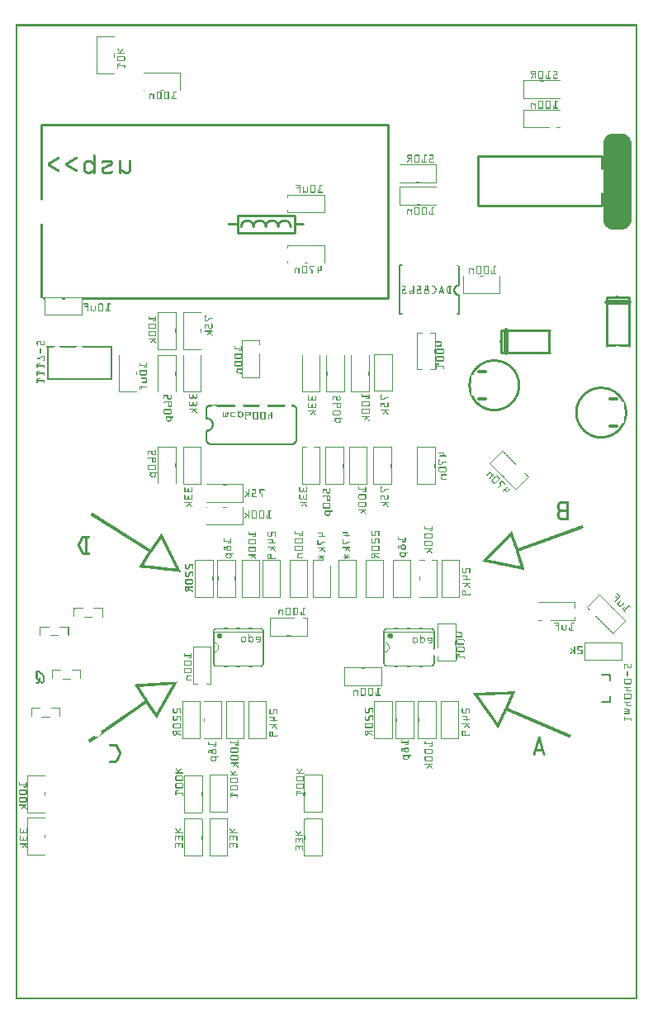
<source format=gbo>
G04 MADE WITH FRITZING*
G04 WWW.FRITZING.ORG*
G04 DOUBLE SIDED*
G04 HOLES PLATED*
G04 CONTOUR ON CENTER OF CONTOUR VECTOR*
%ASAXBY*%
%FSLAX23Y23*%
%MOIN*%
%OFA0B0*%
%SFA1.0B1.0*%
%ADD10R,0.240000X0.080000X0.220000X0.060000*%
%ADD11C,0.010000*%
%ADD12C,0.008000*%
%ADD13C,0.006000*%
%ADD14C,0.002000*%
%ADD15C,0.020000*%
%ADD16R,0.001000X0.001000*%
%LNSILK0*%
G90*
G70*
G54D11*
X896Y3164D02*
X1126Y3164D01*
X1126Y3094D01*
X896Y3094D01*
X896Y3164D01*
D02*
G54D12*
X2400Y1226D02*
X2400Y1202D01*
D02*
X2400Y1202D02*
X2368Y1202D01*
D02*
X2400Y1289D02*
X2400Y1312D01*
D02*
X2400Y1312D02*
X2368Y1312D01*
G54D13*
D02*
X1001Y1484D02*
X1001Y1360D01*
D02*
X799Y1360D02*
X799Y1484D01*
G54D14*
D02*
X799Y1485D02*
X1000Y1485D01*
G54D13*
D02*
X1488Y1360D02*
X1488Y1484D01*
G54D14*
D02*
X1488Y1485D02*
X1689Y1485D01*
G54D12*
D02*
X387Y2505D02*
X387Y2635D01*
D02*
X129Y2635D02*
X129Y2505D01*
D02*
X129Y2505D02*
X387Y2505D01*
G54D11*
D02*
X105Y3531D02*
X1505Y3531D01*
D02*
X1505Y3531D02*
X1505Y2831D01*
D02*
X105Y3531D02*
X105Y3231D01*
D02*
X2367Y3207D02*
X1867Y3207D01*
D02*
X1867Y3207D02*
X1867Y3407D01*
D02*
X1867Y3407D02*
X2367Y3407D01*
D02*
X2367Y3207D02*
X2367Y3257D01*
D02*
X2367Y3357D02*
X2367Y3407D01*
G54D12*
D02*
X1791Y2844D02*
X1791Y2769D01*
D02*
X1791Y2769D02*
X1784Y2769D01*
D02*
X1559Y2769D02*
X1551Y2769D01*
D02*
X1551Y2769D02*
X1551Y2966D01*
D02*
X1551Y2966D02*
X1559Y2966D01*
G54D11*
D02*
X2386Y2835D02*
X2386Y2640D01*
D02*
X2476Y2640D02*
X2476Y2835D01*
D02*
X2476Y2835D02*
X2386Y2835D01*
G54D15*
D02*
X2476Y2815D02*
X2386Y2815D01*
G54D11*
D02*
X1961Y2612D02*
X2156Y2612D01*
D02*
X2156Y2702D02*
X1961Y2702D01*
D02*
X1961Y2702D02*
X1961Y2612D01*
G54D15*
D02*
X1981Y2702D02*
X1981Y2612D01*
G54D12*
D02*
X1119Y2243D02*
X785Y2243D01*
D02*
X1134Y2382D02*
X1134Y2258D01*
D02*
X770Y2263D02*
X770Y2296D01*
D02*
X770Y2386D02*
X770Y2346D01*
G54D16*
X0Y3937D02*
X2510Y3937D01*
X0Y3936D02*
X2510Y3936D01*
X0Y3935D02*
X2510Y3935D01*
X0Y3934D02*
X2510Y3934D01*
X0Y3933D02*
X2510Y3933D01*
X0Y3932D02*
X2510Y3932D01*
X0Y3931D02*
X2510Y3931D01*
X0Y3930D02*
X2510Y3930D01*
X0Y3929D02*
X7Y3929D01*
X2503Y3929D02*
X2510Y3929D01*
X0Y3928D02*
X7Y3928D01*
X2503Y3928D02*
X2510Y3928D01*
X0Y3927D02*
X7Y3927D01*
X2503Y3927D02*
X2510Y3927D01*
X0Y3926D02*
X7Y3926D01*
X2503Y3926D02*
X2510Y3926D01*
X0Y3925D02*
X7Y3925D01*
X2503Y3925D02*
X2510Y3925D01*
X0Y3924D02*
X7Y3924D01*
X2503Y3924D02*
X2510Y3924D01*
X0Y3923D02*
X7Y3923D01*
X2503Y3923D02*
X2510Y3923D01*
X0Y3922D02*
X7Y3922D01*
X2503Y3922D02*
X2510Y3922D01*
X0Y3921D02*
X7Y3921D01*
X2503Y3921D02*
X2510Y3921D01*
X0Y3920D02*
X7Y3920D01*
X2503Y3920D02*
X2510Y3920D01*
X0Y3919D02*
X7Y3919D01*
X2503Y3919D02*
X2510Y3919D01*
X0Y3918D02*
X7Y3918D01*
X2503Y3918D02*
X2510Y3918D01*
X0Y3917D02*
X7Y3917D01*
X2503Y3917D02*
X2510Y3917D01*
X0Y3916D02*
X7Y3916D01*
X2503Y3916D02*
X2510Y3916D01*
X0Y3915D02*
X7Y3915D01*
X2503Y3915D02*
X2510Y3915D01*
X0Y3914D02*
X7Y3914D01*
X2503Y3914D02*
X2510Y3914D01*
X0Y3913D02*
X7Y3913D01*
X2503Y3913D02*
X2510Y3913D01*
X0Y3912D02*
X7Y3912D01*
X2503Y3912D02*
X2510Y3912D01*
X0Y3911D02*
X7Y3911D01*
X2503Y3911D02*
X2510Y3911D01*
X0Y3910D02*
X7Y3910D01*
X2503Y3910D02*
X2510Y3910D01*
X0Y3909D02*
X7Y3909D01*
X2503Y3909D02*
X2510Y3909D01*
X0Y3908D02*
X7Y3908D01*
X2503Y3908D02*
X2510Y3908D01*
X0Y3907D02*
X7Y3907D01*
X2503Y3907D02*
X2510Y3907D01*
X0Y3906D02*
X7Y3906D01*
X2503Y3906D02*
X2510Y3906D01*
X0Y3905D02*
X7Y3905D01*
X2503Y3905D02*
X2510Y3905D01*
X0Y3904D02*
X7Y3904D01*
X2503Y3904D02*
X2510Y3904D01*
X0Y3903D02*
X7Y3903D01*
X2503Y3903D02*
X2510Y3903D01*
X0Y3902D02*
X7Y3902D01*
X2503Y3902D02*
X2510Y3902D01*
X0Y3901D02*
X7Y3901D01*
X2503Y3901D02*
X2510Y3901D01*
X0Y3900D02*
X7Y3900D01*
X2503Y3900D02*
X2510Y3900D01*
X0Y3899D02*
X7Y3899D01*
X2503Y3899D02*
X2510Y3899D01*
X0Y3898D02*
X7Y3898D01*
X2503Y3898D02*
X2510Y3898D01*
X0Y3897D02*
X7Y3897D01*
X2503Y3897D02*
X2510Y3897D01*
X0Y3896D02*
X7Y3896D01*
X2503Y3896D02*
X2510Y3896D01*
X0Y3895D02*
X7Y3895D01*
X2503Y3895D02*
X2510Y3895D01*
X0Y3894D02*
X7Y3894D01*
X2503Y3894D02*
X2510Y3894D01*
X0Y3893D02*
X7Y3893D01*
X2503Y3893D02*
X2510Y3893D01*
X0Y3892D02*
X7Y3892D01*
X2503Y3892D02*
X2510Y3892D01*
X0Y3891D02*
X7Y3891D01*
X2503Y3891D02*
X2510Y3891D01*
X0Y3890D02*
X7Y3890D01*
X2503Y3890D02*
X2510Y3890D01*
X0Y3889D02*
X7Y3889D01*
X2503Y3889D02*
X2510Y3889D01*
X0Y3888D02*
X7Y3888D01*
X2503Y3888D02*
X2510Y3888D01*
X0Y3887D02*
X7Y3887D01*
X327Y3887D02*
X400Y3887D01*
X2503Y3887D02*
X2510Y3887D01*
X0Y3886D02*
X7Y3886D01*
X327Y3886D02*
X400Y3886D01*
X2503Y3886D02*
X2510Y3886D01*
X0Y3885D02*
X7Y3885D01*
X327Y3885D02*
X400Y3885D01*
X2503Y3885D02*
X2510Y3885D01*
X0Y3884D02*
X7Y3884D01*
X327Y3884D02*
X328Y3884D01*
X399Y3884D02*
X400Y3884D01*
X2503Y3884D02*
X2510Y3884D01*
X0Y3883D02*
X7Y3883D01*
X327Y3883D02*
X328Y3883D01*
X399Y3883D02*
X400Y3883D01*
X2503Y3883D02*
X2510Y3883D01*
X0Y3882D02*
X7Y3882D01*
X327Y3882D02*
X328Y3882D01*
X399Y3882D02*
X400Y3882D01*
X2503Y3882D02*
X2510Y3882D01*
X0Y3881D02*
X7Y3881D01*
X327Y3881D02*
X328Y3881D01*
X399Y3881D02*
X400Y3881D01*
X2503Y3881D02*
X2510Y3881D01*
X0Y3880D02*
X7Y3880D01*
X327Y3880D02*
X328Y3880D01*
X399Y3880D02*
X400Y3880D01*
X2503Y3880D02*
X2510Y3880D01*
X0Y3879D02*
X7Y3879D01*
X327Y3879D02*
X328Y3879D01*
X399Y3879D02*
X400Y3879D01*
X2503Y3879D02*
X2510Y3879D01*
X0Y3878D02*
X7Y3878D01*
X327Y3878D02*
X328Y3878D01*
X399Y3878D02*
X400Y3878D01*
X2503Y3878D02*
X2510Y3878D01*
X0Y3877D02*
X7Y3877D01*
X327Y3877D02*
X328Y3877D01*
X399Y3877D02*
X400Y3877D01*
X2503Y3877D02*
X2510Y3877D01*
X0Y3876D02*
X7Y3876D01*
X327Y3876D02*
X328Y3876D01*
X399Y3876D02*
X400Y3876D01*
X2503Y3876D02*
X2510Y3876D01*
X0Y3875D02*
X7Y3875D01*
X327Y3875D02*
X328Y3875D01*
X399Y3875D02*
X400Y3875D01*
X2503Y3875D02*
X2510Y3875D01*
X0Y3874D02*
X7Y3874D01*
X327Y3874D02*
X328Y3874D01*
X399Y3874D02*
X400Y3874D01*
X2503Y3874D02*
X2510Y3874D01*
X0Y3873D02*
X7Y3873D01*
X327Y3873D02*
X328Y3873D01*
X399Y3873D02*
X400Y3873D01*
X2503Y3873D02*
X2510Y3873D01*
X0Y3872D02*
X7Y3872D01*
X327Y3872D02*
X328Y3872D01*
X399Y3872D02*
X400Y3872D01*
X2503Y3872D02*
X2510Y3872D01*
X0Y3871D02*
X7Y3871D01*
X327Y3871D02*
X328Y3871D01*
X399Y3871D02*
X400Y3871D01*
X2503Y3871D02*
X2510Y3871D01*
X0Y3870D02*
X7Y3870D01*
X327Y3870D02*
X328Y3870D01*
X399Y3870D02*
X400Y3870D01*
X2503Y3870D02*
X2510Y3870D01*
X0Y3869D02*
X7Y3869D01*
X327Y3869D02*
X328Y3869D01*
X399Y3869D02*
X400Y3869D01*
X2503Y3869D02*
X2510Y3869D01*
X0Y3868D02*
X7Y3868D01*
X327Y3868D02*
X328Y3868D01*
X399Y3868D02*
X400Y3868D01*
X2503Y3868D02*
X2510Y3868D01*
X0Y3867D02*
X7Y3867D01*
X327Y3867D02*
X328Y3867D01*
X399Y3867D02*
X400Y3867D01*
X2503Y3867D02*
X2510Y3867D01*
X0Y3866D02*
X7Y3866D01*
X327Y3866D02*
X328Y3866D01*
X399Y3866D02*
X400Y3866D01*
X2503Y3866D02*
X2510Y3866D01*
X0Y3865D02*
X7Y3865D01*
X327Y3865D02*
X328Y3865D01*
X399Y3865D02*
X400Y3865D01*
X2503Y3865D02*
X2510Y3865D01*
X0Y3864D02*
X7Y3864D01*
X327Y3864D02*
X328Y3864D01*
X399Y3864D02*
X400Y3864D01*
X2503Y3864D02*
X2510Y3864D01*
X0Y3863D02*
X7Y3863D01*
X327Y3863D02*
X328Y3863D01*
X399Y3863D02*
X400Y3863D01*
X2503Y3863D02*
X2510Y3863D01*
X0Y3862D02*
X7Y3862D01*
X327Y3862D02*
X328Y3862D01*
X399Y3862D02*
X400Y3862D01*
X2503Y3862D02*
X2510Y3862D01*
X0Y3861D02*
X7Y3861D01*
X327Y3861D02*
X328Y3861D01*
X399Y3861D02*
X400Y3861D01*
X2503Y3861D02*
X2510Y3861D01*
X0Y3860D02*
X7Y3860D01*
X327Y3860D02*
X328Y3860D01*
X399Y3860D02*
X400Y3860D01*
X2503Y3860D02*
X2510Y3860D01*
X0Y3859D02*
X7Y3859D01*
X327Y3859D02*
X328Y3859D01*
X399Y3859D02*
X400Y3859D01*
X2503Y3859D02*
X2510Y3859D01*
X0Y3858D02*
X7Y3858D01*
X327Y3858D02*
X328Y3858D01*
X399Y3858D02*
X400Y3858D01*
X2503Y3858D02*
X2510Y3858D01*
X0Y3857D02*
X7Y3857D01*
X327Y3857D02*
X328Y3857D01*
X399Y3857D02*
X400Y3857D01*
X2503Y3857D02*
X2510Y3857D01*
X0Y3856D02*
X7Y3856D01*
X327Y3856D02*
X328Y3856D01*
X399Y3856D02*
X400Y3856D01*
X2503Y3856D02*
X2510Y3856D01*
X0Y3855D02*
X7Y3855D01*
X327Y3855D02*
X328Y3855D01*
X399Y3855D02*
X400Y3855D01*
X2503Y3855D02*
X2510Y3855D01*
X0Y3854D02*
X7Y3854D01*
X327Y3854D02*
X328Y3854D01*
X399Y3854D02*
X400Y3854D01*
X2503Y3854D02*
X2510Y3854D01*
X0Y3853D02*
X7Y3853D01*
X327Y3853D02*
X328Y3853D01*
X399Y3853D02*
X400Y3853D01*
X2503Y3853D02*
X2510Y3853D01*
X0Y3852D02*
X7Y3852D01*
X327Y3852D02*
X328Y3852D01*
X399Y3852D02*
X400Y3852D01*
X2503Y3852D02*
X2510Y3852D01*
X0Y3851D02*
X7Y3851D01*
X327Y3851D02*
X328Y3851D01*
X399Y3851D02*
X400Y3851D01*
X2503Y3851D02*
X2510Y3851D01*
X0Y3850D02*
X7Y3850D01*
X327Y3850D02*
X328Y3850D01*
X399Y3850D02*
X400Y3850D01*
X2503Y3850D02*
X2510Y3850D01*
X0Y3849D02*
X7Y3849D01*
X327Y3849D02*
X328Y3849D01*
X399Y3849D02*
X400Y3849D01*
X2503Y3849D02*
X2510Y3849D01*
X0Y3848D02*
X7Y3848D01*
X327Y3848D02*
X328Y3848D01*
X399Y3848D02*
X400Y3848D01*
X2503Y3848D02*
X2510Y3848D01*
X0Y3847D02*
X7Y3847D01*
X327Y3847D02*
X328Y3847D01*
X399Y3847D02*
X400Y3847D01*
X2503Y3847D02*
X2510Y3847D01*
X0Y3846D02*
X7Y3846D01*
X327Y3846D02*
X328Y3846D01*
X399Y3846D02*
X400Y3846D01*
X2503Y3846D02*
X2510Y3846D01*
X0Y3845D02*
X7Y3845D01*
X327Y3845D02*
X328Y3845D01*
X399Y3845D02*
X400Y3845D01*
X2503Y3845D02*
X2510Y3845D01*
X0Y3844D02*
X7Y3844D01*
X327Y3844D02*
X328Y3844D01*
X399Y3844D02*
X400Y3844D01*
X2503Y3844D02*
X2510Y3844D01*
X0Y3843D02*
X7Y3843D01*
X327Y3843D02*
X328Y3843D01*
X399Y3843D02*
X400Y3843D01*
X2503Y3843D02*
X2510Y3843D01*
X0Y3842D02*
X7Y3842D01*
X327Y3842D02*
X328Y3842D01*
X399Y3842D02*
X400Y3842D01*
X2503Y3842D02*
X2510Y3842D01*
X0Y3841D02*
X7Y3841D01*
X327Y3841D02*
X328Y3841D01*
X399Y3841D02*
X400Y3841D01*
X2503Y3841D02*
X2510Y3841D01*
X0Y3840D02*
X7Y3840D01*
X327Y3840D02*
X328Y3840D01*
X399Y3840D02*
X400Y3840D01*
X2503Y3840D02*
X2510Y3840D01*
X0Y3839D02*
X7Y3839D01*
X327Y3839D02*
X328Y3839D01*
X399Y3839D02*
X400Y3839D01*
X411Y3839D02*
X413Y3839D01*
X2503Y3839D02*
X2510Y3839D01*
X0Y3838D02*
X7Y3838D01*
X327Y3838D02*
X328Y3838D01*
X399Y3838D02*
X400Y3838D01*
X410Y3838D02*
X414Y3838D01*
X2503Y3838D02*
X2510Y3838D01*
X0Y3837D02*
X7Y3837D01*
X327Y3837D02*
X328Y3837D01*
X399Y3837D02*
X400Y3837D01*
X410Y3837D02*
X415Y3837D01*
X430Y3837D02*
X432Y3837D01*
X2503Y3837D02*
X2510Y3837D01*
X0Y3836D02*
X7Y3836D01*
X327Y3836D02*
X328Y3836D01*
X399Y3836D02*
X400Y3836D01*
X411Y3836D02*
X416Y3836D01*
X429Y3836D02*
X433Y3836D01*
X2503Y3836D02*
X2510Y3836D01*
X0Y3835D02*
X7Y3835D01*
X327Y3835D02*
X328Y3835D01*
X399Y3835D02*
X400Y3835D01*
X412Y3835D02*
X416Y3835D01*
X428Y3835D02*
X433Y3835D01*
X2503Y3835D02*
X2510Y3835D01*
X0Y3834D02*
X7Y3834D01*
X327Y3834D02*
X328Y3834D01*
X399Y3834D02*
X400Y3834D01*
X413Y3834D02*
X417Y3834D01*
X427Y3834D02*
X432Y3834D01*
X2503Y3834D02*
X2510Y3834D01*
X0Y3833D02*
X7Y3833D01*
X327Y3833D02*
X328Y3833D01*
X399Y3833D02*
X400Y3833D01*
X414Y3833D02*
X418Y3833D01*
X427Y3833D02*
X431Y3833D01*
X2503Y3833D02*
X2510Y3833D01*
X0Y3832D02*
X7Y3832D01*
X327Y3832D02*
X328Y3832D01*
X399Y3832D02*
X400Y3832D01*
X414Y3832D02*
X419Y3832D01*
X426Y3832D02*
X430Y3832D01*
X2503Y3832D02*
X2510Y3832D01*
X0Y3831D02*
X7Y3831D01*
X327Y3831D02*
X328Y3831D01*
X399Y3831D02*
X400Y3831D01*
X415Y3831D02*
X420Y3831D01*
X425Y3831D02*
X429Y3831D01*
X2503Y3831D02*
X2510Y3831D01*
X0Y3830D02*
X7Y3830D01*
X327Y3830D02*
X328Y3830D01*
X399Y3830D02*
X400Y3830D01*
X416Y3830D02*
X421Y3830D01*
X424Y3830D02*
X428Y3830D01*
X2503Y3830D02*
X2510Y3830D01*
X0Y3829D02*
X7Y3829D01*
X327Y3829D02*
X328Y3829D01*
X399Y3829D02*
X400Y3829D01*
X417Y3829D02*
X428Y3829D01*
X2503Y3829D02*
X2510Y3829D01*
X0Y3828D02*
X7Y3828D01*
X327Y3828D02*
X328Y3828D01*
X399Y3828D02*
X400Y3828D01*
X418Y3828D02*
X427Y3828D01*
X2503Y3828D02*
X2510Y3828D01*
X0Y3827D02*
X7Y3827D01*
X327Y3827D02*
X328Y3827D01*
X399Y3827D02*
X400Y3827D01*
X419Y3827D02*
X426Y3827D01*
X2503Y3827D02*
X2510Y3827D01*
X0Y3826D02*
X7Y3826D01*
X327Y3826D02*
X328Y3826D01*
X399Y3826D02*
X400Y3826D01*
X420Y3826D02*
X425Y3826D01*
X2503Y3826D02*
X2510Y3826D01*
X0Y3825D02*
X7Y3825D01*
X327Y3825D02*
X328Y3825D01*
X399Y3825D02*
X400Y3825D01*
X420Y3825D02*
X424Y3825D01*
X2503Y3825D02*
X2510Y3825D01*
X0Y3824D02*
X7Y3824D01*
X327Y3824D02*
X328Y3824D01*
X399Y3824D02*
X400Y3824D01*
X419Y3824D02*
X423Y3824D01*
X2503Y3824D02*
X2510Y3824D01*
X0Y3823D02*
X7Y3823D01*
X327Y3823D02*
X328Y3823D01*
X399Y3823D02*
X400Y3823D01*
X411Y3823D02*
X441Y3823D01*
X2503Y3823D02*
X2510Y3823D01*
X0Y3822D02*
X7Y3822D01*
X327Y3822D02*
X328Y3822D01*
X399Y3822D02*
X400Y3822D01*
X410Y3822D02*
X441Y3822D01*
X2503Y3822D02*
X2510Y3822D01*
X0Y3821D02*
X7Y3821D01*
X327Y3821D02*
X328Y3821D01*
X399Y3821D02*
X400Y3821D01*
X410Y3821D02*
X442Y3821D01*
X2503Y3821D02*
X2510Y3821D01*
X0Y3820D02*
X7Y3820D01*
X327Y3820D02*
X329Y3820D01*
X398Y3820D02*
X400Y3820D01*
X411Y3820D02*
X441Y3820D01*
X2503Y3820D02*
X2510Y3820D01*
X0Y3819D02*
X7Y3819D01*
X327Y3819D02*
X330Y3819D01*
X397Y3819D02*
X400Y3819D01*
X2503Y3819D02*
X2510Y3819D01*
X0Y3818D02*
X7Y3818D01*
X327Y3818D02*
X330Y3818D01*
X397Y3818D02*
X400Y3818D01*
X2503Y3818D02*
X2510Y3818D01*
X0Y3817D02*
X7Y3817D01*
X327Y3817D02*
X330Y3817D01*
X397Y3817D02*
X400Y3817D01*
X2503Y3817D02*
X2510Y3817D01*
X0Y3816D02*
X7Y3816D01*
X327Y3816D02*
X330Y3816D01*
X397Y3816D02*
X400Y3816D01*
X2503Y3816D02*
X2510Y3816D01*
X0Y3815D02*
X7Y3815D01*
X327Y3815D02*
X330Y3815D01*
X397Y3815D02*
X400Y3815D01*
X2503Y3815D02*
X2510Y3815D01*
X0Y3814D02*
X7Y3814D01*
X327Y3814D02*
X330Y3814D01*
X397Y3814D02*
X400Y3814D01*
X2503Y3814D02*
X2510Y3814D01*
X0Y3813D02*
X7Y3813D01*
X327Y3813D02*
X330Y3813D01*
X397Y3813D02*
X400Y3813D01*
X2503Y3813D02*
X2510Y3813D01*
X0Y3812D02*
X7Y3812D01*
X327Y3812D02*
X330Y3812D01*
X397Y3812D02*
X400Y3812D01*
X2503Y3812D02*
X2510Y3812D01*
X0Y3811D02*
X7Y3811D01*
X327Y3811D02*
X330Y3811D01*
X397Y3811D02*
X400Y3811D01*
X2503Y3811D02*
X2510Y3811D01*
X0Y3810D02*
X7Y3810D01*
X327Y3810D02*
X330Y3810D01*
X397Y3810D02*
X400Y3810D01*
X2503Y3810D02*
X2510Y3810D01*
X0Y3809D02*
X7Y3809D01*
X327Y3809D02*
X330Y3809D01*
X397Y3809D02*
X400Y3809D01*
X412Y3809D02*
X440Y3809D01*
X2503Y3809D02*
X2510Y3809D01*
X0Y3808D02*
X7Y3808D01*
X327Y3808D02*
X330Y3808D01*
X397Y3808D02*
X400Y3808D01*
X411Y3808D02*
X441Y3808D01*
X2503Y3808D02*
X2510Y3808D01*
X0Y3807D02*
X7Y3807D01*
X327Y3807D02*
X330Y3807D01*
X397Y3807D02*
X400Y3807D01*
X410Y3807D02*
X441Y3807D01*
X2503Y3807D02*
X2510Y3807D01*
X0Y3806D02*
X7Y3806D01*
X327Y3806D02*
X330Y3806D01*
X397Y3806D02*
X400Y3806D01*
X410Y3806D02*
X442Y3806D01*
X2503Y3806D02*
X2510Y3806D01*
X0Y3805D02*
X7Y3805D01*
X327Y3805D02*
X330Y3805D01*
X397Y3805D02*
X400Y3805D01*
X410Y3805D02*
X413Y3805D01*
X438Y3805D02*
X442Y3805D01*
X2503Y3805D02*
X2510Y3805D01*
X0Y3804D02*
X7Y3804D01*
X327Y3804D02*
X329Y3804D01*
X398Y3804D02*
X400Y3804D01*
X410Y3804D02*
X413Y3804D01*
X438Y3804D02*
X442Y3804D01*
X2503Y3804D02*
X2510Y3804D01*
X0Y3803D02*
X7Y3803D01*
X327Y3803D02*
X328Y3803D01*
X399Y3803D02*
X400Y3803D01*
X410Y3803D02*
X413Y3803D01*
X438Y3803D02*
X442Y3803D01*
X2503Y3803D02*
X2510Y3803D01*
X0Y3802D02*
X7Y3802D01*
X327Y3802D02*
X328Y3802D01*
X399Y3802D02*
X400Y3802D01*
X410Y3802D02*
X413Y3802D01*
X438Y3802D02*
X442Y3802D01*
X2503Y3802D02*
X2510Y3802D01*
X0Y3801D02*
X7Y3801D01*
X327Y3801D02*
X328Y3801D01*
X399Y3801D02*
X400Y3801D01*
X410Y3801D02*
X413Y3801D01*
X438Y3801D02*
X442Y3801D01*
X2503Y3801D02*
X2510Y3801D01*
X0Y3800D02*
X7Y3800D01*
X327Y3800D02*
X328Y3800D01*
X399Y3800D02*
X400Y3800D01*
X410Y3800D02*
X413Y3800D01*
X438Y3800D02*
X442Y3800D01*
X2503Y3800D02*
X2510Y3800D01*
X0Y3799D02*
X7Y3799D01*
X327Y3799D02*
X328Y3799D01*
X399Y3799D02*
X400Y3799D01*
X410Y3799D02*
X413Y3799D01*
X438Y3799D02*
X442Y3799D01*
X2503Y3799D02*
X2510Y3799D01*
X0Y3798D02*
X7Y3798D01*
X327Y3798D02*
X328Y3798D01*
X399Y3798D02*
X400Y3798D01*
X410Y3798D02*
X413Y3798D01*
X438Y3798D02*
X442Y3798D01*
X2503Y3798D02*
X2510Y3798D01*
X0Y3797D02*
X7Y3797D01*
X327Y3797D02*
X328Y3797D01*
X399Y3797D02*
X400Y3797D01*
X410Y3797D02*
X413Y3797D01*
X438Y3797D02*
X442Y3797D01*
X2503Y3797D02*
X2510Y3797D01*
X0Y3796D02*
X7Y3796D01*
X327Y3796D02*
X328Y3796D01*
X399Y3796D02*
X400Y3796D01*
X410Y3796D02*
X413Y3796D01*
X438Y3796D02*
X442Y3796D01*
X2503Y3796D02*
X2510Y3796D01*
X0Y3795D02*
X7Y3795D01*
X327Y3795D02*
X328Y3795D01*
X399Y3795D02*
X400Y3795D01*
X410Y3795D02*
X413Y3795D01*
X438Y3795D02*
X442Y3795D01*
X2503Y3795D02*
X2510Y3795D01*
X0Y3794D02*
X7Y3794D01*
X327Y3794D02*
X328Y3794D01*
X399Y3794D02*
X400Y3794D01*
X410Y3794D02*
X413Y3794D01*
X438Y3794D02*
X442Y3794D01*
X2503Y3794D02*
X2510Y3794D01*
X0Y3793D02*
X7Y3793D01*
X327Y3793D02*
X328Y3793D01*
X399Y3793D02*
X400Y3793D01*
X410Y3793D02*
X442Y3793D01*
X2503Y3793D02*
X2510Y3793D01*
X0Y3792D02*
X7Y3792D01*
X327Y3792D02*
X328Y3792D01*
X399Y3792D02*
X400Y3792D01*
X410Y3792D02*
X441Y3792D01*
X2503Y3792D02*
X2510Y3792D01*
X0Y3791D02*
X7Y3791D01*
X327Y3791D02*
X328Y3791D01*
X399Y3791D02*
X400Y3791D01*
X411Y3791D02*
X441Y3791D01*
X2503Y3791D02*
X2510Y3791D01*
X0Y3790D02*
X7Y3790D01*
X327Y3790D02*
X328Y3790D01*
X399Y3790D02*
X400Y3790D01*
X412Y3790D02*
X440Y3790D01*
X2503Y3790D02*
X2510Y3790D01*
X0Y3789D02*
X7Y3789D01*
X327Y3789D02*
X328Y3789D01*
X399Y3789D02*
X400Y3789D01*
X2503Y3789D02*
X2510Y3789D01*
X0Y3788D02*
X7Y3788D01*
X327Y3788D02*
X328Y3788D01*
X399Y3788D02*
X400Y3788D01*
X2503Y3788D02*
X2510Y3788D01*
X0Y3787D02*
X7Y3787D01*
X327Y3787D02*
X328Y3787D01*
X399Y3787D02*
X400Y3787D01*
X2503Y3787D02*
X2510Y3787D01*
X0Y3786D02*
X7Y3786D01*
X327Y3786D02*
X328Y3786D01*
X399Y3786D02*
X400Y3786D01*
X2503Y3786D02*
X2510Y3786D01*
X0Y3785D02*
X7Y3785D01*
X327Y3785D02*
X328Y3785D01*
X399Y3785D02*
X400Y3785D01*
X2503Y3785D02*
X2510Y3785D01*
X0Y3784D02*
X7Y3784D01*
X327Y3784D02*
X328Y3784D01*
X399Y3784D02*
X400Y3784D01*
X2503Y3784D02*
X2510Y3784D01*
X0Y3783D02*
X7Y3783D01*
X327Y3783D02*
X328Y3783D01*
X399Y3783D02*
X400Y3783D01*
X2503Y3783D02*
X2510Y3783D01*
X0Y3782D02*
X7Y3782D01*
X327Y3782D02*
X328Y3782D01*
X399Y3782D02*
X400Y3782D01*
X2503Y3782D02*
X2510Y3782D01*
X0Y3781D02*
X7Y3781D01*
X327Y3781D02*
X328Y3781D01*
X399Y3781D02*
X400Y3781D01*
X2503Y3781D02*
X2510Y3781D01*
X0Y3780D02*
X7Y3780D01*
X327Y3780D02*
X328Y3780D01*
X399Y3780D02*
X400Y3780D01*
X2503Y3780D02*
X2510Y3780D01*
X0Y3779D02*
X7Y3779D01*
X327Y3779D02*
X328Y3779D01*
X399Y3779D02*
X400Y3779D01*
X411Y3779D02*
X423Y3779D01*
X2503Y3779D02*
X2510Y3779D01*
X0Y3778D02*
X7Y3778D01*
X327Y3778D02*
X328Y3778D01*
X399Y3778D02*
X400Y3778D01*
X410Y3778D02*
X424Y3778D01*
X2503Y3778D02*
X2510Y3778D01*
X0Y3777D02*
X7Y3777D01*
X327Y3777D02*
X328Y3777D01*
X399Y3777D02*
X400Y3777D01*
X410Y3777D02*
X424Y3777D01*
X2503Y3777D02*
X2510Y3777D01*
X0Y3776D02*
X7Y3776D01*
X327Y3776D02*
X328Y3776D01*
X399Y3776D02*
X400Y3776D01*
X410Y3776D02*
X423Y3776D01*
X2503Y3776D02*
X2510Y3776D01*
X0Y3775D02*
X7Y3775D01*
X327Y3775D02*
X328Y3775D01*
X399Y3775D02*
X400Y3775D01*
X410Y3775D02*
X413Y3775D01*
X2503Y3775D02*
X2510Y3775D01*
X0Y3774D02*
X7Y3774D01*
X327Y3774D02*
X328Y3774D01*
X399Y3774D02*
X400Y3774D01*
X410Y3774D02*
X413Y3774D01*
X2503Y3774D02*
X2510Y3774D01*
X0Y3773D02*
X7Y3773D01*
X327Y3773D02*
X328Y3773D01*
X399Y3773D02*
X400Y3773D01*
X410Y3773D02*
X413Y3773D01*
X2503Y3773D02*
X2510Y3773D01*
X0Y3772D02*
X7Y3772D01*
X327Y3772D02*
X328Y3772D01*
X399Y3772D02*
X400Y3772D01*
X410Y3772D02*
X413Y3772D01*
X2503Y3772D02*
X2510Y3772D01*
X0Y3771D02*
X7Y3771D01*
X327Y3771D02*
X328Y3771D01*
X399Y3771D02*
X400Y3771D01*
X410Y3771D02*
X442Y3771D01*
X2503Y3771D02*
X2510Y3771D01*
X0Y3770D02*
X7Y3770D01*
X327Y3770D02*
X328Y3770D01*
X399Y3770D02*
X400Y3770D01*
X410Y3770D02*
X442Y3770D01*
X2503Y3770D02*
X2510Y3770D01*
X0Y3769D02*
X7Y3769D01*
X327Y3769D02*
X328Y3769D01*
X399Y3769D02*
X400Y3769D01*
X410Y3769D02*
X442Y3769D01*
X2503Y3769D02*
X2510Y3769D01*
X0Y3768D02*
X7Y3768D01*
X327Y3768D02*
X328Y3768D01*
X399Y3768D02*
X400Y3768D01*
X410Y3768D02*
X442Y3768D01*
X2503Y3768D02*
X2510Y3768D01*
X0Y3767D02*
X7Y3767D01*
X327Y3767D02*
X328Y3767D01*
X399Y3767D02*
X400Y3767D01*
X410Y3767D02*
X414Y3767D01*
X438Y3767D02*
X442Y3767D01*
X2503Y3767D02*
X2510Y3767D01*
X0Y3766D02*
X7Y3766D01*
X327Y3766D02*
X328Y3766D01*
X399Y3766D02*
X400Y3766D01*
X410Y3766D02*
X413Y3766D01*
X438Y3766D02*
X442Y3766D01*
X2503Y3766D02*
X2510Y3766D01*
X0Y3765D02*
X7Y3765D01*
X327Y3765D02*
X328Y3765D01*
X399Y3765D02*
X400Y3765D01*
X410Y3765D02*
X413Y3765D01*
X438Y3765D02*
X442Y3765D01*
X2503Y3765D02*
X2510Y3765D01*
X0Y3764D02*
X7Y3764D01*
X327Y3764D02*
X328Y3764D01*
X399Y3764D02*
X400Y3764D01*
X410Y3764D02*
X413Y3764D01*
X438Y3764D02*
X442Y3764D01*
X2503Y3764D02*
X2510Y3764D01*
X0Y3763D02*
X7Y3763D01*
X327Y3763D02*
X328Y3763D01*
X399Y3763D02*
X400Y3763D01*
X410Y3763D02*
X413Y3763D01*
X438Y3763D02*
X442Y3763D01*
X2503Y3763D02*
X2510Y3763D01*
X0Y3762D02*
X7Y3762D01*
X327Y3762D02*
X328Y3762D01*
X399Y3762D02*
X400Y3762D01*
X410Y3762D02*
X413Y3762D01*
X438Y3762D02*
X442Y3762D01*
X2503Y3762D02*
X2510Y3762D01*
X0Y3761D02*
X7Y3761D01*
X327Y3761D02*
X328Y3761D01*
X399Y3761D02*
X400Y3761D01*
X410Y3761D02*
X413Y3761D01*
X438Y3761D02*
X442Y3761D01*
X2503Y3761D02*
X2510Y3761D01*
X0Y3760D02*
X7Y3760D01*
X327Y3760D02*
X328Y3760D01*
X399Y3760D02*
X400Y3760D01*
X410Y3760D02*
X413Y3760D01*
X439Y3760D02*
X441Y3760D01*
X2503Y3760D02*
X2510Y3760D01*
X0Y3759D02*
X7Y3759D01*
X327Y3759D02*
X328Y3759D01*
X399Y3759D02*
X400Y3759D01*
X2503Y3759D02*
X2510Y3759D01*
X0Y3758D02*
X7Y3758D01*
X327Y3758D02*
X328Y3758D01*
X399Y3758D02*
X400Y3758D01*
X2503Y3758D02*
X2510Y3758D01*
X0Y3757D02*
X7Y3757D01*
X327Y3757D02*
X328Y3757D01*
X399Y3757D02*
X400Y3757D01*
X2503Y3757D02*
X2510Y3757D01*
X0Y3756D02*
X7Y3756D01*
X327Y3756D02*
X328Y3756D01*
X399Y3756D02*
X400Y3756D01*
X2503Y3756D02*
X2510Y3756D01*
X0Y3755D02*
X7Y3755D01*
X327Y3755D02*
X328Y3755D01*
X399Y3755D02*
X400Y3755D01*
X2503Y3755D02*
X2510Y3755D01*
X0Y3754D02*
X7Y3754D01*
X327Y3754D02*
X328Y3754D01*
X399Y3754D02*
X400Y3754D01*
X2503Y3754D02*
X2510Y3754D01*
X0Y3753D02*
X7Y3753D01*
X327Y3753D02*
X328Y3753D01*
X399Y3753D02*
X400Y3753D01*
X2503Y3753D02*
X2510Y3753D01*
X0Y3752D02*
X7Y3752D01*
X327Y3752D02*
X328Y3752D01*
X399Y3752D02*
X400Y3752D01*
X2503Y3752D02*
X2510Y3752D01*
X0Y3751D02*
X7Y3751D01*
X327Y3751D02*
X328Y3751D01*
X399Y3751D02*
X400Y3751D01*
X2503Y3751D02*
X2510Y3751D01*
X0Y3750D02*
X7Y3750D01*
X327Y3750D02*
X328Y3750D01*
X399Y3750D02*
X400Y3750D01*
X2503Y3750D02*
X2510Y3750D01*
X0Y3749D02*
X7Y3749D01*
X327Y3749D02*
X328Y3749D01*
X399Y3749D02*
X400Y3749D01*
X2085Y3749D02*
X2101Y3749D01*
X2113Y3749D02*
X2128Y3749D01*
X2149Y3749D02*
X2160Y3749D01*
X2172Y3749D02*
X2187Y3749D01*
X2503Y3749D02*
X2510Y3749D01*
X0Y3748D02*
X7Y3748D01*
X327Y3748D02*
X328Y3748D01*
X399Y3748D02*
X400Y3748D01*
X2083Y3748D02*
X2101Y3748D01*
X2112Y3748D02*
X2130Y3748D01*
X2149Y3748D02*
X2161Y3748D01*
X2171Y3748D02*
X2187Y3748D01*
X2503Y3748D02*
X2510Y3748D01*
X0Y3747D02*
X7Y3747D01*
X327Y3747D02*
X328Y3747D01*
X399Y3747D02*
X400Y3747D01*
X2082Y3747D02*
X2101Y3747D01*
X2111Y3747D02*
X2130Y3747D01*
X2149Y3747D02*
X2161Y3747D01*
X2171Y3747D02*
X2187Y3747D01*
X2503Y3747D02*
X2510Y3747D01*
X0Y3746D02*
X7Y3746D01*
X327Y3746D02*
X328Y3746D01*
X399Y3746D02*
X400Y3746D01*
X2082Y3746D02*
X2101Y3746D01*
X2111Y3746D02*
X2131Y3746D01*
X2149Y3746D02*
X2160Y3746D01*
X2172Y3746D02*
X2187Y3746D01*
X2503Y3746D02*
X2510Y3746D01*
X0Y3745D02*
X7Y3745D01*
X327Y3745D02*
X328Y3745D01*
X399Y3745D02*
X400Y3745D01*
X2081Y3745D02*
X2085Y3745D01*
X2097Y3745D02*
X2101Y3745D01*
X2111Y3745D02*
X2114Y3745D01*
X2127Y3745D02*
X2131Y3745D01*
X2149Y3745D02*
X2153Y3745D01*
X2184Y3745D02*
X2187Y3745D01*
X2503Y3745D02*
X2510Y3745D01*
X0Y3744D02*
X7Y3744D01*
X327Y3744D02*
X328Y3744D01*
X399Y3744D02*
X400Y3744D01*
X2081Y3744D02*
X2084Y3744D01*
X2097Y3744D02*
X2101Y3744D01*
X2111Y3744D02*
X2114Y3744D01*
X2128Y3744D02*
X2131Y3744D01*
X2149Y3744D02*
X2153Y3744D01*
X2184Y3744D02*
X2187Y3744D01*
X2503Y3744D02*
X2510Y3744D01*
X0Y3743D02*
X7Y3743D01*
X327Y3743D02*
X328Y3743D01*
X399Y3743D02*
X400Y3743D01*
X2081Y3743D02*
X2084Y3743D01*
X2097Y3743D02*
X2101Y3743D01*
X2111Y3743D02*
X2114Y3743D01*
X2128Y3743D02*
X2131Y3743D01*
X2149Y3743D02*
X2153Y3743D01*
X2184Y3743D02*
X2187Y3743D01*
X2503Y3743D02*
X2510Y3743D01*
X0Y3742D02*
X7Y3742D01*
X327Y3742D02*
X328Y3742D01*
X399Y3742D02*
X400Y3742D01*
X2081Y3742D02*
X2084Y3742D01*
X2097Y3742D02*
X2101Y3742D01*
X2111Y3742D02*
X2114Y3742D01*
X2128Y3742D02*
X2131Y3742D01*
X2149Y3742D02*
X2153Y3742D01*
X2184Y3742D02*
X2187Y3742D01*
X2503Y3742D02*
X2510Y3742D01*
X0Y3741D02*
X7Y3741D01*
X327Y3741D02*
X328Y3741D01*
X399Y3741D02*
X400Y3741D01*
X516Y3741D02*
X666Y3741D01*
X2081Y3741D02*
X2084Y3741D01*
X2097Y3741D02*
X2101Y3741D01*
X2111Y3741D02*
X2114Y3741D01*
X2128Y3741D02*
X2131Y3741D01*
X2149Y3741D02*
X2153Y3741D01*
X2184Y3741D02*
X2187Y3741D01*
X2503Y3741D02*
X2510Y3741D01*
X0Y3740D02*
X7Y3740D01*
X327Y3740D02*
X328Y3740D01*
X399Y3740D02*
X400Y3740D01*
X516Y3740D02*
X666Y3740D01*
X2081Y3740D02*
X2084Y3740D01*
X2097Y3740D02*
X2101Y3740D01*
X2111Y3740D02*
X2114Y3740D01*
X2128Y3740D02*
X2131Y3740D01*
X2149Y3740D02*
X2153Y3740D01*
X2184Y3740D02*
X2187Y3740D01*
X2503Y3740D02*
X2510Y3740D01*
X0Y3739D02*
X7Y3739D01*
X327Y3739D02*
X329Y3739D01*
X398Y3739D02*
X400Y3739D01*
X516Y3739D02*
X518Y3739D01*
X583Y3739D02*
X598Y3739D01*
X664Y3739D02*
X666Y3739D01*
X2081Y3739D02*
X2086Y3739D01*
X2097Y3739D02*
X2101Y3739D01*
X2111Y3739D02*
X2114Y3739D01*
X2128Y3739D02*
X2131Y3739D01*
X2149Y3739D02*
X2153Y3739D01*
X2184Y3739D02*
X2187Y3739D01*
X2503Y3739D02*
X2510Y3739D01*
X0Y3738D02*
X7Y3738D01*
X327Y3738D02*
X400Y3738D01*
X516Y3738D02*
X517Y3738D01*
X583Y3738D02*
X598Y3738D01*
X664Y3738D02*
X666Y3738D01*
X2082Y3738D02*
X2101Y3738D01*
X2111Y3738D02*
X2114Y3738D01*
X2128Y3738D02*
X2131Y3738D01*
X2149Y3738D02*
X2153Y3738D01*
X2184Y3738D02*
X2187Y3738D01*
X2503Y3738D02*
X2510Y3738D01*
X0Y3737D02*
X7Y3737D01*
X327Y3737D02*
X400Y3737D01*
X516Y3737D02*
X517Y3737D01*
X664Y3737D02*
X666Y3737D01*
X2082Y3737D02*
X2101Y3737D01*
X2111Y3737D02*
X2114Y3737D01*
X2128Y3737D02*
X2131Y3737D01*
X2149Y3737D02*
X2153Y3737D01*
X2184Y3737D02*
X2187Y3737D01*
X2503Y3737D02*
X2510Y3737D01*
X0Y3736D02*
X7Y3736D01*
X516Y3736D02*
X517Y3736D01*
X664Y3736D02*
X666Y3736D01*
X2084Y3736D02*
X2101Y3736D01*
X2111Y3736D02*
X2114Y3736D01*
X2128Y3736D02*
X2131Y3736D01*
X2149Y3736D02*
X2153Y3736D01*
X2184Y3736D02*
X2187Y3736D01*
X2503Y3736D02*
X2510Y3736D01*
X0Y3735D02*
X7Y3735D01*
X516Y3735D02*
X517Y3735D01*
X664Y3735D02*
X666Y3735D01*
X2085Y3735D02*
X2101Y3735D01*
X2111Y3735D02*
X2114Y3735D01*
X2128Y3735D02*
X2131Y3735D01*
X2149Y3735D02*
X2153Y3735D01*
X2174Y3735D02*
X2187Y3735D01*
X2503Y3735D02*
X2510Y3735D01*
X0Y3734D02*
X7Y3734D01*
X516Y3734D02*
X517Y3734D01*
X664Y3734D02*
X666Y3734D01*
X2089Y3734D02*
X2093Y3734D01*
X2097Y3734D02*
X2101Y3734D01*
X2111Y3734D02*
X2114Y3734D01*
X2128Y3734D02*
X2131Y3734D01*
X2149Y3734D02*
X2153Y3734D01*
X2173Y3734D02*
X2187Y3734D01*
X2503Y3734D02*
X2510Y3734D01*
X0Y3733D02*
X7Y3733D01*
X516Y3733D02*
X517Y3733D01*
X664Y3733D02*
X666Y3733D01*
X2089Y3733D02*
X2093Y3733D01*
X2097Y3733D02*
X2101Y3733D01*
X2111Y3733D02*
X2114Y3733D01*
X2128Y3733D02*
X2131Y3733D01*
X2149Y3733D02*
X2153Y3733D01*
X2172Y3733D02*
X2187Y3733D01*
X2503Y3733D02*
X2510Y3733D01*
X0Y3732D02*
X7Y3732D01*
X516Y3732D02*
X517Y3732D01*
X664Y3732D02*
X666Y3732D01*
X2088Y3732D02*
X2092Y3732D01*
X2097Y3732D02*
X2101Y3732D01*
X2111Y3732D02*
X2114Y3732D01*
X2128Y3732D02*
X2131Y3732D01*
X2149Y3732D02*
X2153Y3732D01*
X2171Y3732D02*
X2187Y3732D01*
X2503Y3732D02*
X2510Y3732D01*
X0Y3731D02*
X7Y3731D01*
X516Y3731D02*
X517Y3731D01*
X664Y3731D02*
X666Y3731D01*
X2088Y3731D02*
X2091Y3731D01*
X2097Y3731D02*
X2101Y3731D01*
X2111Y3731D02*
X2114Y3731D01*
X2128Y3731D02*
X2131Y3731D01*
X2142Y3731D02*
X2144Y3731D01*
X2149Y3731D02*
X2153Y3731D01*
X2171Y3731D02*
X2175Y3731D01*
X2503Y3731D02*
X2510Y3731D01*
X0Y3730D02*
X7Y3730D01*
X516Y3730D02*
X517Y3730D01*
X664Y3730D02*
X666Y3730D01*
X2087Y3730D02*
X2091Y3730D01*
X2097Y3730D02*
X2101Y3730D01*
X2111Y3730D02*
X2114Y3730D01*
X2128Y3730D02*
X2131Y3730D01*
X2141Y3730D02*
X2144Y3730D01*
X2149Y3730D02*
X2153Y3730D01*
X2171Y3730D02*
X2174Y3730D01*
X2503Y3730D02*
X2510Y3730D01*
X0Y3729D02*
X7Y3729D01*
X516Y3729D02*
X517Y3729D01*
X664Y3729D02*
X666Y3729D01*
X2086Y3729D02*
X2090Y3729D01*
X2097Y3729D02*
X2101Y3729D01*
X2111Y3729D02*
X2114Y3729D01*
X2128Y3729D02*
X2131Y3729D01*
X2141Y3729D02*
X2144Y3729D01*
X2149Y3729D02*
X2153Y3729D01*
X2171Y3729D02*
X2174Y3729D01*
X2503Y3729D02*
X2510Y3729D01*
X0Y3728D02*
X7Y3728D01*
X516Y3728D02*
X517Y3728D01*
X664Y3728D02*
X666Y3728D01*
X2086Y3728D02*
X2090Y3728D01*
X2097Y3728D02*
X2101Y3728D01*
X2111Y3728D02*
X2114Y3728D01*
X2128Y3728D02*
X2131Y3728D01*
X2141Y3728D02*
X2144Y3728D01*
X2149Y3728D02*
X2153Y3728D01*
X2171Y3728D02*
X2174Y3728D01*
X2503Y3728D02*
X2510Y3728D01*
X0Y3727D02*
X7Y3727D01*
X516Y3727D02*
X517Y3727D01*
X664Y3727D02*
X666Y3727D01*
X2085Y3727D02*
X2089Y3727D01*
X2097Y3727D02*
X2101Y3727D01*
X2111Y3727D02*
X2114Y3727D01*
X2128Y3727D02*
X2131Y3727D01*
X2141Y3727D02*
X2144Y3727D01*
X2149Y3727D02*
X2153Y3727D01*
X2171Y3727D02*
X2174Y3727D01*
X2503Y3727D02*
X2510Y3727D01*
X0Y3726D02*
X7Y3726D01*
X516Y3726D02*
X517Y3726D01*
X664Y3726D02*
X666Y3726D01*
X2085Y3726D02*
X2089Y3726D01*
X2097Y3726D02*
X2101Y3726D01*
X2111Y3726D02*
X2114Y3726D01*
X2128Y3726D02*
X2131Y3726D01*
X2141Y3726D02*
X2144Y3726D01*
X2149Y3726D02*
X2153Y3726D01*
X2171Y3726D02*
X2174Y3726D01*
X2503Y3726D02*
X2510Y3726D01*
X0Y3725D02*
X7Y3725D01*
X516Y3725D02*
X517Y3725D01*
X664Y3725D02*
X666Y3725D01*
X2084Y3725D02*
X2088Y3725D01*
X2097Y3725D02*
X2101Y3725D01*
X2111Y3725D02*
X2114Y3725D01*
X2128Y3725D02*
X2131Y3725D01*
X2141Y3725D02*
X2144Y3725D01*
X2149Y3725D02*
X2153Y3725D01*
X2171Y3725D02*
X2174Y3725D01*
X2503Y3725D02*
X2510Y3725D01*
X0Y3724D02*
X7Y3724D01*
X517Y3724D02*
X517Y3724D01*
X664Y3724D02*
X666Y3724D01*
X2083Y3724D02*
X2087Y3724D01*
X2097Y3724D02*
X2101Y3724D01*
X2111Y3724D02*
X2114Y3724D01*
X2128Y3724D02*
X2131Y3724D01*
X2141Y3724D02*
X2144Y3724D01*
X2149Y3724D02*
X2153Y3724D01*
X2171Y3724D02*
X2174Y3724D01*
X2503Y3724D02*
X2510Y3724D01*
X0Y3723D02*
X7Y3723D01*
X664Y3723D02*
X666Y3723D01*
X2083Y3723D02*
X2087Y3723D01*
X2097Y3723D02*
X2101Y3723D01*
X2111Y3723D02*
X2114Y3723D01*
X2128Y3723D02*
X2131Y3723D01*
X2141Y3723D02*
X2144Y3723D01*
X2149Y3723D02*
X2153Y3723D01*
X2171Y3723D02*
X2174Y3723D01*
X2503Y3723D02*
X2510Y3723D01*
X0Y3722D02*
X7Y3722D01*
X664Y3722D02*
X666Y3722D01*
X2082Y3722D02*
X2086Y3722D01*
X2097Y3722D02*
X2101Y3722D01*
X2111Y3722D02*
X2114Y3722D01*
X2128Y3722D02*
X2131Y3722D01*
X2141Y3722D02*
X2144Y3722D01*
X2149Y3722D02*
X2153Y3722D01*
X2171Y3722D02*
X2174Y3722D01*
X2187Y3722D02*
X2191Y3722D01*
X2503Y3722D02*
X2510Y3722D01*
X0Y3721D02*
X7Y3721D01*
X664Y3721D02*
X666Y3721D01*
X2082Y3721D02*
X2086Y3721D01*
X2097Y3721D02*
X2101Y3721D01*
X2111Y3721D02*
X2131Y3721D01*
X2141Y3721D02*
X2159Y3721D01*
X2171Y3721D02*
X2191Y3721D01*
X2503Y3721D02*
X2510Y3721D01*
X0Y3720D02*
X7Y3720D01*
X664Y3720D02*
X666Y3720D01*
X2081Y3720D02*
X2085Y3720D01*
X2097Y3720D02*
X2101Y3720D01*
X2111Y3720D02*
X2131Y3720D01*
X2141Y3720D02*
X2161Y3720D01*
X2171Y3720D02*
X2191Y3720D01*
X2503Y3720D02*
X2510Y3720D01*
X0Y3719D02*
X7Y3719D01*
X664Y3719D02*
X666Y3719D01*
X2081Y3719D02*
X2084Y3719D01*
X2097Y3719D02*
X2101Y3719D01*
X2112Y3719D02*
X2130Y3719D01*
X2141Y3719D02*
X2161Y3719D01*
X2172Y3719D02*
X2190Y3719D01*
X2503Y3719D02*
X2510Y3719D01*
X0Y3718D02*
X7Y3718D01*
X664Y3718D02*
X666Y3718D01*
X2081Y3718D02*
X2084Y3718D01*
X2098Y3718D02*
X2100Y3718D01*
X2113Y3718D02*
X2129Y3718D01*
X2142Y3718D02*
X2161Y3718D01*
X2173Y3718D02*
X2188Y3718D01*
X2503Y3718D02*
X2510Y3718D01*
X0Y3717D02*
X7Y3717D01*
X664Y3717D02*
X666Y3717D01*
X2115Y3717D02*
X2127Y3717D01*
X2143Y3717D02*
X2159Y3717D01*
X2175Y3717D02*
X2184Y3717D01*
X2503Y3717D02*
X2510Y3717D01*
X0Y3716D02*
X7Y3716D01*
X664Y3716D02*
X666Y3716D01*
X2503Y3716D02*
X2510Y3716D01*
X0Y3715D02*
X7Y3715D01*
X664Y3715D02*
X666Y3715D01*
X2503Y3715D02*
X2510Y3715D01*
X0Y3714D02*
X7Y3714D01*
X664Y3714D02*
X666Y3714D01*
X2503Y3714D02*
X2510Y3714D01*
X0Y3713D02*
X7Y3713D01*
X664Y3713D02*
X666Y3713D01*
X2503Y3713D02*
X2510Y3713D01*
X0Y3712D02*
X7Y3712D01*
X664Y3712D02*
X666Y3712D01*
X2503Y3712D02*
X2510Y3712D01*
X0Y3711D02*
X7Y3711D01*
X664Y3711D02*
X666Y3711D01*
X2503Y3711D02*
X2510Y3711D01*
X0Y3710D02*
X7Y3710D01*
X664Y3710D02*
X666Y3710D01*
X2050Y3710D02*
X2201Y3710D01*
X2503Y3710D02*
X2510Y3710D01*
X0Y3709D02*
X7Y3709D01*
X664Y3709D02*
X666Y3709D01*
X2050Y3709D02*
X2201Y3709D01*
X2503Y3709D02*
X2510Y3709D01*
X0Y3708D02*
X7Y3708D01*
X664Y3708D02*
X666Y3708D01*
X2050Y3708D02*
X2201Y3708D01*
X2503Y3708D02*
X2510Y3708D01*
X0Y3707D02*
X7Y3707D01*
X664Y3707D02*
X666Y3707D01*
X2050Y3707D02*
X2052Y3707D01*
X2118Y3707D02*
X2133Y3707D01*
X2199Y3707D02*
X2201Y3707D01*
X2503Y3707D02*
X2510Y3707D01*
X0Y3706D02*
X7Y3706D01*
X664Y3706D02*
X666Y3706D01*
X2050Y3706D02*
X2052Y3706D01*
X2199Y3706D02*
X2201Y3706D01*
X2503Y3706D02*
X2510Y3706D01*
X0Y3705D02*
X7Y3705D01*
X664Y3705D02*
X666Y3705D01*
X2050Y3705D02*
X2052Y3705D01*
X2199Y3705D02*
X2201Y3705D01*
X2503Y3705D02*
X2510Y3705D01*
X0Y3704D02*
X7Y3704D01*
X664Y3704D02*
X666Y3704D01*
X2050Y3704D02*
X2052Y3704D01*
X2199Y3704D02*
X2201Y3704D01*
X2503Y3704D02*
X2510Y3704D01*
X0Y3703D02*
X7Y3703D01*
X664Y3703D02*
X666Y3703D01*
X2050Y3703D02*
X2052Y3703D01*
X2199Y3703D02*
X2201Y3703D01*
X2503Y3703D02*
X2510Y3703D01*
X0Y3702D02*
X7Y3702D01*
X664Y3702D02*
X666Y3702D01*
X2050Y3702D02*
X2052Y3702D01*
X2199Y3702D02*
X2201Y3702D01*
X2503Y3702D02*
X2510Y3702D01*
X0Y3701D02*
X7Y3701D01*
X664Y3701D02*
X666Y3701D01*
X2050Y3701D02*
X2052Y3701D01*
X2199Y3701D02*
X2201Y3701D01*
X2503Y3701D02*
X2510Y3701D01*
X0Y3700D02*
X7Y3700D01*
X664Y3700D02*
X666Y3700D01*
X2050Y3700D02*
X2052Y3700D01*
X2199Y3700D02*
X2201Y3700D01*
X2503Y3700D02*
X2510Y3700D01*
X0Y3699D02*
X7Y3699D01*
X664Y3699D02*
X666Y3699D01*
X2050Y3699D02*
X2052Y3699D01*
X2199Y3699D02*
X2201Y3699D01*
X2503Y3699D02*
X2510Y3699D01*
X0Y3698D02*
X7Y3698D01*
X664Y3698D02*
X666Y3698D01*
X2050Y3698D02*
X2052Y3698D01*
X2199Y3698D02*
X2201Y3698D01*
X2503Y3698D02*
X2510Y3698D01*
X0Y3697D02*
X7Y3697D01*
X664Y3697D02*
X666Y3697D01*
X2050Y3697D02*
X2052Y3697D01*
X2199Y3697D02*
X2201Y3697D01*
X2503Y3697D02*
X2510Y3697D01*
X0Y3696D02*
X7Y3696D01*
X664Y3696D02*
X666Y3696D01*
X2050Y3696D02*
X2052Y3696D01*
X2199Y3696D02*
X2201Y3696D01*
X2503Y3696D02*
X2510Y3696D01*
X0Y3695D02*
X7Y3695D01*
X664Y3695D02*
X666Y3695D01*
X2050Y3695D02*
X2052Y3695D01*
X2199Y3695D02*
X2201Y3695D01*
X2503Y3695D02*
X2510Y3695D01*
X0Y3694D02*
X7Y3694D01*
X664Y3694D02*
X666Y3694D01*
X2050Y3694D02*
X2052Y3694D01*
X2199Y3694D02*
X2201Y3694D01*
X2503Y3694D02*
X2510Y3694D01*
X0Y3693D02*
X7Y3693D01*
X664Y3693D02*
X666Y3693D01*
X2050Y3693D02*
X2052Y3693D01*
X2199Y3693D02*
X2201Y3693D01*
X2503Y3693D02*
X2510Y3693D01*
X0Y3692D02*
X7Y3692D01*
X664Y3692D02*
X666Y3692D01*
X2050Y3692D02*
X2052Y3692D01*
X2199Y3692D02*
X2201Y3692D01*
X2503Y3692D02*
X2510Y3692D01*
X0Y3691D02*
X7Y3691D01*
X664Y3691D02*
X666Y3691D01*
X2050Y3691D02*
X2052Y3691D01*
X2199Y3691D02*
X2201Y3691D01*
X2503Y3691D02*
X2510Y3691D01*
X0Y3690D02*
X7Y3690D01*
X664Y3690D02*
X666Y3690D01*
X2050Y3690D02*
X2052Y3690D01*
X2199Y3690D02*
X2201Y3690D01*
X2503Y3690D02*
X2510Y3690D01*
X0Y3689D02*
X7Y3689D01*
X664Y3689D02*
X666Y3689D01*
X2050Y3689D02*
X2052Y3689D01*
X2199Y3689D02*
X2201Y3689D01*
X2503Y3689D02*
X2510Y3689D01*
X0Y3688D02*
X7Y3688D01*
X664Y3688D02*
X666Y3688D01*
X2050Y3688D02*
X2052Y3688D01*
X2199Y3688D02*
X2201Y3688D01*
X2503Y3688D02*
X2510Y3688D01*
X0Y3687D02*
X7Y3687D01*
X664Y3687D02*
X666Y3687D01*
X2050Y3687D02*
X2052Y3687D01*
X2199Y3687D02*
X2201Y3687D01*
X2503Y3687D02*
X2510Y3687D01*
X0Y3686D02*
X7Y3686D01*
X664Y3686D02*
X666Y3686D01*
X2050Y3686D02*
X2052Y3686D01*
X2199Y3686D02*
X2201Y3686D01*
X2503Y3686D02*
X2510Y3686D01*
X0Y3685D02*
X7Y3685D01*
X517Y3685D02*
X517Y3685D01*
X664Y3685D02*
X666Y3685D01*
X2050Y3685D02*
X2052Y3685D01*
X2199Y3685D02*
X2201Y3685D01*
X2503Y3685D02*
X2510Y3685D01*
X0Y3684D02*
X7Y3684D01*
X516Y3684D02*
X517Y3684D01*
X664Y3684D02*
X666Y3684D01*
X2050Y3684D02*
X2052Y3684D01*
X2199Y3684D02*
X2201Y3684D01*
X2503Y3684D02*
X2510Y3684D01*
X0Y3683D02*
X7Y3683D01*
X516Y3683D02*
X517Y3683D01*
X664Y3683D02*
X666Y3683D01*
X2050Y3683D02*
X2052Y3683D01*
X2199Y3683D02*
X2201Y3683D01*
X2503Y3683D02*
X2510Y3683D01*
X0Y3682D02*
X7Y3682D01*
X516Y3682D02*
X517Y3682D01*
X664Y3682D02*
X666Y3682D01*
X2050Y3682D02*
X2052Y3682D01*
X2199Y3682D02*
X2201Y3682D01*
X2503Y3682D02*
X2510Y3682D01*
X0Y3681D02*
X7Y3681D01*
X516Y3681D02*
X517Y3681D01*
X664Y3681D02*
X666Y3681D01*
X2050Y3681D02*
X2052Y3681D01*
X2199Y3681D02*
X2201Y3681D01*
X2503Y3681D02*
X2510Y3681D01*
X0Y3680D02*
X7Y3680D01*
X516Y3680D02*
X517Y3680D01*
X664Y3680D02*
X666Y3680D01*
X2050Y3680D02*
X2052Y3680D01*
X2199Y3680D02*
X2201Y3680D01*
X2503Y3680D02*
X2510Y3680D01*
X0Y3679D02*
X7Y3679D01*
X516Y3679D02*
X517Y3679D01*
X664Y3679D02*
X666Y3679D01*
X2050Y3679D02*
X2052Y3679D01*
X2199Y3679D02*
X2201Y3679D01*
X2503Y3679D02*
X2510Y3679D01*
X0Y3678D02*
X7Y3678D01*
X516Y3678D02*
X517Y3678D01*
X664Y3678D02*
X666Y3678D01*
X2050Y3678D02*
X2052Y3678D01*
X2199Y3678D02*
X2201Y3678D01*
X2503Y3678D02*
X2510Y3678D01*
X0Y3677D02*
X7Y3677D01*
X516Y3677D02*
X517Y3677D01*
X664Y3677D02*
X666Y3677D01*
X2050Y3677D02*
X2052Y3677D01*
X2199Y3677D02*
X2201Y3677D01*
X2503Y3677D02*
X2510Y3677D01*
X0Y3676D02*
X7Y3676D01*
X516Y3676D02*
X517Y3676D01*
X664Y3676D02*
X666Y3676D01*
X2050Y3676D02*
X2052Y3676D01*
X2199Y3676D02*
X2201Y3676D01*
X2503Y3676D02*
X2510Y3676D01*
X0Y3675D02*
X7Y3675D01*
X516Y3675D02*
X517Y3675D01*
X664Y3675D02*
X666Y3675D01*
X2050Y3675D02*
X2052Y3675D01*
X2199Y3675D02*
X2201Y3675D01*
X2503Y3675D02*
X2510Y3675D01*
X0Y3674D02*
X7Y3674D01*
X516Y3674D02*
X517Y3674D01*
X664Y3674D02*
X666Y3674D01*
X2050Y3674D02*
X2052Y3674D01*
X2199Y3674D02*
X2201Y3674D01*
X2503Y3674D02*
X2510Y3674D01*
X0Y3673D02*
X7Y3673D01*
X516Y3673D02*
X517Y3673D01*
X664Y3673D02*
X666Y3673D01*
X2050Y3673D02*
X2052Y3673D01*
X2199Y3673D02*
X2201Y3673D01*
X2503Y3673D02*
X2510Y3673D01*
X0Y3672D02*
X7Y3672D01*
X516Y3672D02*
X517Y3672D01*
X664Y3672D02*
X666Y3672D01*
X2050Y3672D02*
X2052Y3672D01*
X2199Y3672D02*
X2201Y3672D01*
X2503Y3672D02*
X2510Y3672D01*
X0Y3671D02*
X7Y3671D01*
X516Y3671D02*
X517Y3671D01*
X583Y3671D02*
X598Y3671D01*
X664Y3671D02*
X666Y3671D01*
X2050Y3671D02*
X2052Y3671D01*
X2199Y3671D02*
X2201Y3671D01*
X2503Y3671D02*
X2510Y3671D01*
X0Y3670D02*
X7Y3670D01*
X516Y3670D02*
X518Y3670D01*
X583Y3670D02*
X599Y3670D01*
X664Y3670D02*
X666Y3670D01*
X2050Y3670D02*
X2052Y3670D01*
X2199Y3670D02*
X2201Y3670D01*
X2503Y3670D02*
X2510Y3670D01*
X0Y3669D02*
X7Y3669D01*
X516Y3669D02*
X666Y3669D01*
X2050Y3669D02*
X2052Y3669D01*
X2199Y3669D02*
X2201Y3669D01*
X2503Y3669D02*
X2510Y3669D01*
X0Y3668D02*
X7Y3668D01*
X516Y3668D02*
X666Y3668D01*
X2050Y3668D02*
X2052Y3668D01*
X2199Y3668D02*
X2201Y3668D01*
X2503Y3668D02*
X2510Y3668D01*
X0Y3667D02*
X7Y3667D01*
X2050Y3667D02*
X2052Y3667D01*
X2199Y3667D02*
X2201Y3667D01*
X2503Y3667D02*
X2510Y3667D01*
X0Y3666D02*
X7Y3666D01*
X571Y3666D02*
X586Y3666D01*
X601Y3666D02*
X616Y3666D01*
X637Y3666D02*
X648Y3666D01*
X2050Y3666D02*
X2052Y3666D01*
X2199Y3666D02*
X2201Y3666D01*
X2503Y3666D02*
X2510Y3666D01*
X0Y3665D02*
X7Y3665D01*
X570Y3665D02*
X587Y3665D01*
X600Y3665D02*
X617Y3665D01*
X637Y3665D02*
X649Y3665D01*
X2050Y3665D02*
X2052Y3665D01*
X2199Y3665D02*
X2201Y3665D01*
X2503Y3665D02*
X2510Y3665D01*
X0Y3664D02*
X7Y3664D01*
X569Y3664D02*
X588Y3664D01*
X599Y3664D02*
X618Y3664D01*
X637Y3664D02*
X649Y3664D01*
X2050Y3664D02*
X2052Y3664D01*
X2199Y3664D02*
X2201Y3664D01*
X2503Y3664D02*
X2510Y3664D01*
X0Y3663D02*
X7Y3663D01*
X569Y3663D02*
X588Y3663D01*
X599Y3663D02*
X618Y3663D01*
X637Y3663D02*
X648Y3663D01*
X2050Y3663D02*
X2052Y3663D01*
X2199Y3663D02*
X2201Y3663D01*
X2503Y3663D02*
X2510Y3663D01*
X0Y3662D02*
X7Y3662D01*
X569Y3662D02*
X572Y3662D01*
X585Y3662D02*
X588Y3662D01*
X599Y3662D02*
X602Y3662D01*
X615Y3662D02*
X619Y3662D01*
X637Y3662D02*
X641Y3662D01*
X2050Y3662D02*
X2052Y3662D01*
X2199Y3662D02*
X2201Y3662D01*
X2503Y3662D02*
X2510Y3662D01*
X0Y3661D02*
X7Y3661D01*
X569Y3661D02*
X572Y3661D01*
X585Y3661D02*
X588Y3661D01*
X599Y3661D02*
X602Y3661D01*
X615Y3661D02*
X619Y3661D01*
X637Y3661D02*
X640Y3661D01*
X2050Y3661D02*
X2052Y3661D01*
X2199Y3661D02*
X2201Y3661D01*
X2503Y3661D02*
X2510Y3661D01*
X0Y3660D02*
X7Y3660D01*
X569Y3660D02*
X572Y3660D01*
X585Y3660D02*
X588Y3660D01*
X599Y3660D02*
X602Y3660D01*
X615Y3660D02*
X619Y3660D01*
X637Y3660D02*
X640Y3660D01*
X2050Y3660D02*
X2052Y3660D01*
X2199Y3660D02*
X2201Y3660D01*
X2503Y3660D02*
X2510Y3660D01*
X0Y3659D02*
X7Y3659D01*
X569Y3659D02*
X572Y3659D01*
X585Y3659D02*
X588Y3659D01*
X599Y3659D02*
X602Y3659D01*
X615Y3659D02*
X619Y3659D01*
X637Y3659D02*
X640Y3659D01*
X2050Y3659D02*
X2052Y3659D01*
X2199Y3659D02*
X2201Y3659D01*
X2503Y3659D02*
X2510Y3659D01*
X0Y3658D02*
X7Y3658D01*
X569Y3658D02*
X572Y3658D01*
X585Y3658D02*
X588Y3658D01*
X599Y3658D02*
X602Y3658D01*
X615Y3658D02*
X619Y3658D01*
X637Y3658D02*
X640Y3658D01*
X2050Y3658D02*
X2052Y3658D01*
X2199Y3658D02*
X2201Y3658D01*
X2503Y3658D02*
X2510Y3658D01*
X0Y3657D02*
X7Y3657D01*
X543Y3657D02*
X549Y3657D01*
X556Y3657D02*
X558Y3657D01*
X569Y3657D02*
X572Y3657D01*
X585Y3657D02*
X588Y3657D01*
X599Y3657D02*
X602Y3657D01*
X615Y3657D02*
X619Y3657D01*
X637Y3657D02*
X640Y3657D01*
X2050Y3657D02*
X2052Y3657D01*
X2199Y3657D02*
X2201Y3657D01*
X2503Y3657D02*
X2510Y3657D01*
X0Y3656D02*
X7Y3656D01*
X541Y3656D02*
X551Y3656D01*
X555Y3656D02*
X558Y3656D01*
X569Y3656D02*
X572Y3656D01*
X585Y3656D02*
X588Y3656D01*
X599Y3656D02*
X602Y3656D01*
X615Y3656D02*
X619Y3656D01*
X637Y3656D02*
X640Y3656D01*
X2050Y3656D02*
X2052Y3656D01*
X2199Y3656D02*
X2201Y3656D01*
X2503Y3656D02*
X2510Y3656D01*
X0Y3655D02*
X7Y3655D01*
X540Y3655D02*
X553Y3655D01*
X555Y3655D02*
X558Y3655D01*
X569Y3655D02*
X572Y3655D01*
X585Y3655D02*
X588Y3655D01*
X599Y3655D02*
X602Y3655D01*
X615Y3655D02*
X619Y3655D01*
X637Y3655D02*
X640Y3655D01*
X2050Y3655D02*
X2052Y3655D01*
X2199Y3655D02*
X2201Y3655D01*
X2503Y3655D02*
X2510Y3655D01*
X0Y3654D02*
X7Y3654D01*
X540Y3654D02*
X558Y3654D01*
X569Y3654D02*
X572Y3654D01*
X585Y3654D02*
X588Y3654D01*
X599Y3654D02*
X602Y3654D01*
X615Y3654D02*
X619Y3654D01*
X637Y3654D02*
X640Y3654D01*
X2050Y3654D02*
X2052Y3654D01*
X2199Y3654D02*
X2201Y3654D01*
X2503Y3654D02*
X2510Y3654D01*
X0Y3653D02*
X7Y3653D01*
X539Y3653D02*
X543Y3653D01*
X549Y3653D02*
X558Y3653D01*
X569Y3653D02*
X572Y3653D01*
X585Y3653D02*
X588Y3653D01*
X599Y3653D02*
X602Y3653D01*
X615Y3653D02*
X619Y3653D01*
X637Y3653D02*
X640Y3653D01*
X2050Y3653D02*
X2052Y3653D01*
X2199Y3653D02*
X2201Y3653D01*
X2503Y3653D02*
X2510Y3653D01*
X0Y3652D02*
X7Y3652D01*
X539Y3652D02*
X542Y3652D01*
X551Y3652D02*
X558Y3652D01*
X569Y3652D02*
X572Y3652D01*
X585Y3652D02*
X588Y3652D01*
X599Y3652D02*
X602Y3652D01*
X615Y3652D02*
X619Y3652D01*
X637Y3652D02*
X640Y3652D01*
X2050Y3652D02*
X2052Y3652D01*
X2199Y3652D02*
X2201Y3652D01*
X2503Y3652D02*
X2510Y3652D01*
X0Y3651D02*
X7Y3651D01*
X539Y3651D02*
X542Y3651D01*
X552Y3651D02*
X558Y3651D01*
X569Y3651D02*
X572Y3651D01*
X585Y3651D02*
X588Y3651D01*
X599Y3651D02*
X602Y3651D01*
X615Y3651D02*
X619Y3651D01*
X637Y3651D02*
X640Y3651D01*
X2050Y3651D02*
X2052Y3651D01*
X2199Y3651D02*
X2201Y3651D01*
X2503Y3651D02*
X2510Y3651D01*
X0Y3650D02*
X7Y3650D01*
X539Y3650D02*
X542Y3650D01*
X554Y3650D02*
X558Y3650D01*
X569Y3650D02*
X572Y3650D01*
X585Y3650D02*
X588Y3650D01*
X599Y3650D02*
X602Y3650D01*
X615Y3650D02*
X619Y3650D01*
X637Y3650D02*
X640Y3650D01*
X2050Y3650D02*
X2052Y3650D01*
X2199Y3650D02*
X2201Y3650D01*
X2503Y3650D02*
X2510Y3650D01*
X0Y3649D02*
X7Y3649D01*
X539Y3649D02*
X542Y3649D01*
X555Y3649D02*
X558Y3649D01*
X569Y3649D02*
X572Y3649D01*
X585Y3649D02*
X588Y3649D01*
X599Y3649D02*
X602Y3649D01*
X615Y3649D02*
X619Y3649D01*
X637Y3649D02*
X640Y3649D01*
X2050Y3649D02*
X2052Y3649D01*
X2199Y3649D02*
X2201Y3649D01*
X2503Y3649D02*
X2510Y3649D01*
X0Y3648D02*
X7Y3648D01*
X539Y3648D02*
X542Y3648D01*
X555Y3648D02*
X558Y3648D01*
X569Y3648D02*
X572Y3648D01*
X585Y3648D02*
X588Y3648D01*
X599Y3648D02*
X602Y3648D01*
X615Y3648D02*
X619Y3648D01*
X629Y3648D02*
X632Y3648D01*
X637Y3648D02*
X640Y3648D01*
X2050Y3648D02*
X2052Y3648D01*
X2199Y3648D02*
X2201Y3648D01*
X2503Y3648D02*
X2510Y3648D01*
X0Y3647D02*
X7Y3647D01*
X539Y3647D02*
X542Y3647D01*
X555Y3647D02*
X558Y3647D01*
X569Y3647D02*
X572Y3647D01*
X585Y3647D02*
X588Y3647D01*
X599Y3647D02*
X602Y3647D01*
X615Y3647D02*
X619Y3647D01*
X629Y3647D02*
X632Y3647D01*
X637Y3647D02*
X640Y3647D01*
X2050Y3647D02*
X2052Y3647D01*
X2199Y3647D02*
X2201Y3647D01*
X2503Y3647D02*
X2510Y3647D01*
X0Y3646D02*
X7Y3646D01*
X539Y3646D02*
X542Y3646D01*
X555Y3646D02*
X558Y3646D01*
X569Y3646D02*
X572Y3646D01*
X585Y3646D02*
X588Y3646D01*
X599Y3646D02*
X602Y3646D01*
X615Y3646D02*
X619Y3646D01*
X629Y3646D02*
X632Y3646D01*
X637Y3646D02*
X640Y3646D01*
X2050Y3646D02*
X2052Y3646D01*
X2199Y3646D02*
X2201Y3646D01*
X2503Y3646D02*
X2510Y3646D01*
X0Y3645D02*
X7Y3645D01*
X539Y3645D02*
X542Y3645D01*
X555Y3645D02*
X558Y3645D01*
X569Y3645D02*
X572Y3645D01*
X585Y3645D02*
X588Y3645D01*
X599Y3645D02*
X602Y3645D01*
X615Y3645D02*
X619Y3645D01*
X629Y3645D02*
X632Y3645D01*
X637Y3645D02*
X640Y3645D01*
X2050Y3645D02*
X2052Y3645D01*
X2199Y3645D02*
X2201Y3645D01*
X2503Y3645D02*
X2510Y3645D01*
X0Y3644D02*
X7Y3644D01*
X539Y3644D02*
X542Y3644D01*
X555Y3644D02*
X558Y3644D01*
X569Y3644D02*
X572Y3644D01*
X585Y3644D02*
X588Y3644D01*
X599Y3644D02*
X602Y3644D01*
X615Y3644D02*
X619Y3644D01*
X629Y3644D02*
X632Y3644D01*
X637Y3644D02*
X640Y3644D01*
X2050Y3644D02*
X2052Y3644D01*
X2199Y3644D02*
X2201Y3644D01*
X2503Y3644D02*
X2510Y3644D01*
X0Y3643D02*
X7Y3643D01*
X539Y3643D02*
X542Y3643D01*
X555Y3643D02*
X558Y3643D01*
X569Y3643D02*
X572Y3643D01*
X585Y3643D02*
X588Y3643D01*
X599Y3643D02*
X602Y3643D01*
X615Y3643D02*
X619Y3643D01*
X629Y3643D02*
X632Y3643D01*
X637Y3643D02*
X640Y3643D01*
X2050Y3643D02*
X2052Y3643D01*
X2199Y3643D02*
X2201Y3643D01*
X2503Y3643D02*
X2510Y3643D01*
X0Y3642D02*
X7Y3642D01*
X539Y3642D02*
X542Y3642D01*
X555Y3642D02*
X558Y3642D01*
X569Y3642D02*
X572Y3642D01*
X585Y3642D02*
X588Y3642D01*
X599Y3642D02*
X602Y3642D01*
X615Y3642D02*
X619Y3642D01*
X629Y3642D02*
X632Y3642D01*
X637Y3642D02*
X640Y3642D01*
X2050Y3642D02*
X2052Y3642D01*
X2199Y3642D02*
X2201Y3642D01*
X2503Y3642D02*
X2510Y3642D01*
X0Y3641D02*
X7Y3641D01*
X539Y3641D02*
X542Y3641D01*
X555Y3641D02*
X558Y3641D01*
X569Y3641D02*
X572Y3641D01*
X585Y3641D02*
X588Y3641D01*
X599Y3641D02*
X602Y3641D01*
X615Y3641D02*
X619Y3641D01*
X629Y3641D02*
X632Y3641D01*
X637Y3641D02*
X640Y3641D01*
X2050Y3641D02*
X2052Y3641D01*
X2199Y3641D02*
X2201Y3641D01*
X2503Y3641D02*
X2510Y3641D01*
X0Y3640D02*
X7Y3640D01*
X539Y3640D02*
X542Y3640D01*
X555Y3640D02*
X558Y3640D01*
X569Y3640D02*
X572Y3640D01*
X585Y3640D02*
X588Y3640D01*
X599Y3640D02*
X602Y3640D01*
X615Y3640D02*
X619Y3640D01*
X629Y3640D02*
X632Y3640D01*
X637Y3640D02*
X640Y3640D01*
X2050Y3640D02*
X2052Y3640D01*
X2199Y3640D02*
X2201Y3640D01*
X2503Y3640D02*
X2510Y3640D01*
X0Y3639D02*
X7Y3639D01*
X539Y3639D02*
X542Y3639D01*
X555Y3639D02*
X558Y3639D01*
X569Y3639D02*
X572Y3639D01*
X585Y3639D02*
X588Y3639D01*
X599Y3639D02*
X602Y3639D01*
X615Y3639D02*
X619Y3639D01*
X629Y3639D02*
X632Y3639D01*
X637Y3639D02*
X640Y3639D01*
X2050Y3639D02*
X2052Y3639D01*
X2118Y3639D02*
X2133Y3639D01*
X2199Y3639D02*
X2201Y3639D01*
X2503Y3639D02*
X2510Y3639D01*
X0Y3638D02*
X7Y3638D01*
X539Y3638D02*
X542Y3638D01*
X555Y3638D02*
X558Y3638D01*
X569Y3638D02*
X588Y3638D01*
X599Y3638D02*
X618Y3638D01*
X629Y3638D02*
X647Y3638D01*
X2050Y3638D02*
X2201Y3638D01*
X2503Y3638D02*
X2510Y3638D01*
X0Y3637D02*
X7Y3637D01*
X539Y3637D02*
X542Y3637D01*
X555Y3637D02*
X558Y3637D01*
X569Y3637D02*
X588Y3637D01*
X599Y3637D02*
X618Y3637D01*
X629Y3637D02*
X648Y3637D01*
X2050Y3637D02*
X2201Y3637D01*
X2503Y3637D02*
X2510Y3637D01*
X0Y3636D02*
X7Y3636D01*
X539Y3636D02*
X542Y3636D01*
X555Y3636D02*
X558Y3636D01*
X569Y3636D02*
X588Y3636D01*
X600Y3636D02*
X618Y3636D01*
X629Y3636D02*
X649Y3636D01*
X2051Y3636D02*
X2201Y3636D01*
X2503Y3636D02*
X2510Y3636D01*
X0Y3635D02*
X7Y3635D01*
X539Y3635D02*
X541Y3635D01*
X555Y3635D02*
X558Y3635D01*
X570Y3635D02*
X587Y3635D01*
X600Y3635D02*
X617Y3635D01*
X629Y3635D02*
X648Y3635D01*
X2503Y3635D02*
X2510Y3635D01*
X0Y3634D02*
X7Y3634D01*
X2503Y3634D02*
X2510Y3634D01*
X0Y3633D02*
X7Y3633D01*
X2503Y3633D02*
X2510Y3633D01*
X0Y3632D02*
X7Y3632D01*
X2503Y3632D02*
X2510Y3632D01*
X0Y3631D02*
X7Y3631D01*
X2503Y3631D02*
X2510Y3631D01*
X0Y3630D02*
X7Y3630D01*
X2503Y3630D02*
X2510Y3630D01*
X0Y3629D02*
X7Y3629D01*
X2503Y3629D02*
X2510Y3629D01*
X0Y3628D02*
X7Y3628D01*
X2113Y3628D02*
X2127Y3628D01*
X2143Y3628D02*
X2157Y3628D01*
X2178Y3628D02*
X2189Y3628D01*
X2503Y3628D02*
X2510Y3628D01*
X0Y3627D02*
X7Y3627D01*
X2111Y3627D02*
X2128Y3627D01*
X2141Y3627D02*
X2159Y3627D01*
X2178Y3627D02*
X2190Y3627D01*
X2503Y3627D02*
X2510Y3627D01*
X0Y3626D02*
X7Y3626D01*
X2110Y3626D02*
X2129Y3626D01*
X2141Y3626D02*
X2159Y3626D01*
X2178Y3626D02*
X2190Y3626D01*
X2503Y3626D02*
X2510Y3626D01*
X0Y3625D02*
X7Y3625D01*
X2110Y3625D02*
X2129Y3625D01*
X2140Y3625D02*
X2160Y3625D01*
X2178Y3625D02*
X2189Y3625D01*
X2503Y3625D02*
X2510Y3625D01*
X0Y3624D02*
X7Y3624D01*
X2110Y3624D02*
X2113Y3624D01*
X2126Y3624D02*
X2130Y3624D01*
X2140Y3624D02*
X2143Y3624D01*
X2156Y3624D02*
X2160Y3624D01*
X2178Y3624D02*
X2182Y3624D01*
X2503Y3624D02*
X2510Y3624D01*
X0Y3623D02*
X7Y3623D01*
X2110Y3623D02*
X2113Y3623D01*
X2126Y3623D02*
X2130Y3623D01*
X2140Y3623D02*
X2143Y3623D01*
X2157Y3623D02*
X2160Y3623D01*
X2178Y3623D02*
X2182Y3623D01*
X2503Y3623D02*
X2510Y3623D01*
X0Y3622D02*
X7Y3622D01*
X2110Y3622D02*
X2113Y3622D01*
X2126Y3622D02*
X2130Y3622D01*
X2140Y3622D02*
X2143Y3622D01*
X2157Y3622D02*
X2160Y3622D01*
X2178Y3622D02*
X2182Y3622D01*
X2503Y3622D02*
X2510Y3622D01*
X0Y3621D02*
X7Y3621D01*
X2110Y3621D02*
X2113Y3621D01*
X2126Y3621D02*
X2130Y3621D01*
X2140Y3621D02*
X2143Y3621D01*
X2157Y3621D02*
X2160Y3621D01*
X2178Y3621D02*
X2182Y3621D01*
X2503Y3621D02*
X2510Y3621D01*
X0Y3620D02*
X7Y3620D01*
X2110Y3620D02*
X2113Y3620D01*
X2126Y3620D02*
X2130Y3620D01*
X2140Y3620D02*
X2143Y3620D01*
X2157Y3620D02*
X2160Y3620D01*
X2178Y3620D02*
X2182Y3620D01*
X2503Y3620D02*
X2510Y3620D01*
X0Y3619D02*
X7Y3619D01*
X2084Y3619D02*
X2090Y3619D01*
X2097Y3619D02*
X2099Y3619D01*
X2110Y3619D02*
X2113Y3619D01*
X2126Y3619D02*
X2130Y3619D01*
X2140Y3619D02*
X2143Y3619D01*
X2157Y3619D02*
X2160Y3619D01*
X2178Y3619D02*
X2182Y3619D01*
X2503Y3619D02*
X2510Y3619D01*
X0Y3618D02*
X7Y3618D01*
X2083Y3618D02*
X2092Y3618D01*
X2096Y3618D02*
X2099Y3618D01*
X2110Y3618D02*
X2113Y3618D01*
X2126Y3618D02*
X2130Y3618D01*
X2140Y3618D02*
X2143Y3618D01*
X2157Y3618D02*
X2160Y3618D01*
X2178Y3618D02*
X2182Y3618D01*
X2503Y3618D02*
X2510Y3618D01*
X0Y3617D02*
X7Y3617D01*
X2082Y3617D02*
X2094Y3617D01*
X2096Y3617D02*
X2100Y3617D01*
X2110Y3617D02*
X2113Y3617D01*
X2126Y3617D02*
X2130Y3617D01*
X2140Y3617D02*
X2143Y3617D01*
X2157Y3617D02*
X2160Y3617D01*
X2178Y3617D02*
X2182Y3617D01*
X2503Y3617D02*
X2510Y3617D01*
X0Y3616D02*
X7Y3616D01*
X2081Y3616D02*
X2100Y3616D01*
X2110Y3616D02*
X2113Y3616D01*
X2126Y3616D02*
X2130Y3616D01*
X2140Y3616D02*
X2143Y3616D01*
X2157Y3616D02*
X2160Y3616D01*
X2178Y3616D02*
X2182Y3616D01*
X2503Y3616D02*
X2510Y3616D01*
X0Y3615D02*
X7Y3615D01*
X2081Y3615D02*
X2085Y3615D01*
X2090Y3615D02*
X2100Y3615D01*
X2110Y3615D02*
X2113Y3615D01*
X2126Y3615D02*
X2130Y3615D01*
X2140Y3615D02*
X2143Y3615D01*
X2157Y3615D02*
X2160Y3615D01*
X2178Y3615D02*
X2182Y3615D01*
X2503Y3615D02*
X2510Y3615D01*
X0Y3614D02*
X7Y3614D01*
X2080Y3614D02*
X2084Y3614D01*
X2092Y3614D02*
X2100Y3614D01*
X2110Y3614D02*
X2113Y3614D01*
X2126Y3614D02*
X2130Y3614D01*
X2140Y3614D02*
X2143Y3614D01*
X2157Y3614D02*
X2160Y3614D01*
X2178Y3614D02*
X2182Y3614D01*
X2503Y3614D02*
X2510Y3614D01*
X0Y3613D02*
X7Y3613D01*
X2080Y3613D02*
X2084Y3613D01*
X2093Y3613D02*
X2100Y3613D01*
X2110Y3613D02*
X2113Y3613D01*
X2126Y3613D02*
X2130Y3613D01*
X2140Y3613D02*
X2143Y3613D01*
X2157Y3613D02*
X2160Y3613D01*
X2178Y3613D02*
X2182Y3613D01*
X2503Y3613D02*
X2510Y3613D01*
X0Y3612D02*
X7Y3612D01*
X2080Y3612D02*
X2083Y3612D01*
X2095Y3612D02*
X2100Y3612D01*
X2110Y3612D02*
X2113Y3612D01*
X2126Y3612D02*
X2130Y3612D01*
X2140Y3612D02*
X2143Y3612D01*
X2157Y3612D02*
X2160Y3612D01*
X2178Y3612D02*
X2182Y3612D01*
X2503Y3612D02*
X2510Y3612D01*
X0Y3611D02*
X7Y3611D01*
X2080Y3611D02*
X2083Y3611D01*
X2096Y3611D02*
X2100Y3611D01*
X2110Y3611D02*
X2113Y3611D01*
X2126Y3611D02*
X2130Y3611D01*
X2140Y3611D02*
X2143Y3611D01*
X2157Y3611D02*
X2160Y3611D01*
X2178Y3611D02*
X2182Y3611D01*
X2503Y3611D02*
X2510Y3611D01*
X0Y3610D02*
X7Y3610D01*
X2080Y3610D02*
X2083Y3610D01*
X2096Y3610D02*
X2100Y3610D01*
X2110Y3610D02*
X2113Y3610D01*
X2126Y3610D02*
X2130Y3610D01*
X2140Y3610D02*
X2143Y3610D01*
X2157Y3610D02*
X2160Y3610D01*
X2171Y3610D02*
X2173Y3610D01*
X2178Y3610D02*
X2182Y3610D01*
X2503Y3610D02*
X2510Y3610D01*
X0Y3609D02*
X7Y3609D01*
X2080Y3609D02*
X2083Y3609D01*
X2096Y3609D02*
X2100Y3609D01*
X2110Y3609D02*
X2113Y3609D01*
X2126Y3609D02*
X2130Y3609D01*
X2140Y3609D02*
X2143Y3609D01*
X2157Y3609D02*
X2160Y3609D01*
X2170Y3609D02*
X2173Y3609D01*
X2178Y3609D02*
X2182Y3609D01*
X2503Y3609D02*
X2510Y3609D01*
X0Y3608D02*
X7Y3608D01*
X2080Y3608D02*
X2083Y3608D01*
X2096Y3608D02*
X2100Y3608D01*
X2110Y3608D02*
X2113Y3608D01*
X2126Y3608D02*
X2130Y3608D01*
X2140Y3608D02*
X2143Y3608D01*
X2157Y3608D02*
X2160Y3608D01*
X2170Y3608D02*
X2173Y3608D01*
X2178Y3608D02*
X2182Y3608D01*
X2503Y3608D02*
X2510Y3608D01*
X0Y3607D02*
X7Y3607D01*
X2080Y3607D02*
X2083Y3607D01*
X2096Y3607D02*
X2100Y3607D01*
X2110Y3607D02*
X2113Y3607D01*
X2126Y3607D02*
X2130Y3607D01*
X2140Y3607D02*
X2143Y3607D01*
X2157Y3607D02*
X2160Y3607D01*
X2170Y3607D02*
X2173Y3607D01*
X2178Y3607D02*
X2182Y3607D01*
X2503Y3607D02*
X2510Y3607D01*
X0Y3606D02*
X7Y3606D01*
X2080Y3606D02*
X2083Y3606D01*
X2096Y3606D02*
X2100Y3606D01*
X2110Y3606D02*
X2113Y3606D01*
X2126Y3606D02*
X2130Y3606D01*
X2140Y3606D02*
X2143Y3606D01*
X2157Y3606D02*
X2160Y3606D01*
X2170Y3606D02*
X2173Y3606D01*
X2178Y3606D02*
X2182Y3606D01*
X2503Y3606D02*
X2510Y3606D01*
X0Y3605D02*
X7Y3605D01*
X2080Y3605D02*
X2083Y3605D01*
X2096Y3605D02*
X2100Y3605D01*
X2110Y3605D02*
X2113Y3605D01*
X2126Y3605D02*
X2130Y3605D01*
X2140Y3605D02*
X2143Y3605D01*
X2157Y3605D02*
X2160Y3605D01*
X2170Y3605D02*
X2173Y3605D01*
X2178Y3605D02*
X2182Y3605D01*
X2503Y3605D02*
X2510Y3605D01*
X0Y3604D02*
X7Y3604D01*
X2080Y3604D02*
X2083Y3604D01*
X2096Y3604D02*
X2100Y3604D01*
X2110Y3604D02*
X2113Y3604D01*
X2126Y3604D02*
X2130Y3604D01*
X2140Y3604D02*
X2143Y3604D01*
X2157Y3604D02*
X2160Y3604D01*
X2170Y3604D02*
X2173Y3604D01*
X2178Y3604D02*
X2182Y3604D01*
X2503Y3604D02*
X2510Y3604D01*
X0Y3603D02*
X7Y3603D01*
X2080Y3603D02*
X2083Y3603D01*
X2096Y3603D02*
X2100Y3603D01*
X2110Y3603D02*
X2113Y3603D01*
X2126Y3603D02*
X2130Y3603D01*
X2140Y3603D02*
X2143Y3603D01*
X2157Y3603D02*
X2160Y3603D01*
X2170Y3603D02*
X2173Y3603D01*
X2178Y3603D02*
X2182Y3603D01*
X2503Y3603D02*
X2510Y3603D01*
X0Y3602D02*
X7Y3602D01*
X2080Y3602D02*
X2083Y3602D01*
X2096Y3602D02*
X2100Y3602D01*
X2110Y3602D02*
X2113Y3602D01*
X2126Y3602D02*
X2130Y3602D01*
X2140Y3602D02*
X2143Y3602D01*
X2157Y3602D02*
X2160Y3602D01*
X2170Y3602D02*
X2173Y3602D01*
X2178Y3602D02*
X2182Y3602D01*
X2503Y3602D02*
X2510Y3602D01*
X0Y3601D02*
X7Y3601D01*
X2080Y3601D02*
X2083Y3601D01*
X2096Y3601D02*
X2100Y3601D01*
X2110Y3601D02*
X2113Y3601D01*
X2126Y3601D02*
X2130Y3601D01*
X2140Y3601D02*
X2143Y3601D01*
X2157Y3601D02*
X2160Y3601D01*
X2170Y3601D02*
X2173Y3601D01*
X2178Y3601D02*
X2182Y3601D01*
X2503Y3601D02*
X2510Y3601D01*
X0Y3600D02*
X7Y3600D01*
X2080Y3600D02*
X2083Y3600D01*
X2096Y3600D02*
X2100Y3600D01*
X2110Y3600D02*
X2130Y3600D01*
X2140Y3600D02*
X2160Y3600D01*
X2170Y3600D02*
X2188Y3600D01*
X2503Y3600D02*
X2510Y3600D01*
X0Y3599D02*
X7Y3599D01*
X2080Y3599D02*
X2083Y3599D01*
X2096Y3599D02*
X2100Y3599D01*
X2110Y3599D02*
X2129Y3599D01*
X2140Y3599D02*
X2160Y3599D01*
X2170Y3599D02*
X2190Y3599D01*
X2503Y3599D02*
X2510Y3599D01*
X0Y3598D02*
X7Y3598D01*
X2080Y3598D02*
X2083Y3598D01*
X2096Y3598D02*
X2100Y3598D01*
X2111Y3598D02*
X2129Y3598D01*
X2141Y3598D02*
X2159Y3598D01*
X2170Y3598D02*
X2190Y3598D01*
X2503Y3598D02*
X2510Y3598D01*
X0Y3597D02*
X7Y3597D01*
X2080Y3597D02*
X2083Y3597D01*
X2097Y3597D02*
X2099Y3597D01*
X2111Y3597D02*
X2128Y3597D01*
X2142Y3597D02*
X2158Y3597D01*
X2170Y3597D02*
X2190Y3597D01*
X2503Y3597D02*
X2510Y3597D01*
X0Y3596D02*
X7Y3596D01*
X2081Y3596D02*
X2081Y3596D01*
X2098Y3596D02*
X2098Y3596D01*
X2114Y3596D02*
X2126Y3596D01*
X2144Y3596D02*
X2156Y3596D01*
X2172Y3596D02*
X2188Y3596D01*
X2503Y3596D02*
X2510Y3596D01*
X0Y3595D02*
X7Y3595D01*
X2503Y3595D02*
X2510Y3595D01*
X0Y3594D02*
X7Y3594D01*
X2503Y3594D02*
X2510Y3594D01*
X0Y3593D02*
X7Y3593D01*
X2503Y3593D02*
X2510Y3593D01*
X0Y3592D02*
X7Y3592D01*
X2051Y3592D02*
X2201Y3592D01*
X2503Y3592D02*
X2510Y3592D01*
X0Y3591D02*
X7Y3591D01*
X2050Y3591D02*
X2201Y3591D01*
X2503Y3591D02*
X2510Y3591D01*
X0Y3590D02*
X7Y3590D01*
X2050Y3590D02*
X2201Y3590D01*
X2503Y3590D02*
X2510Y3590D01*
X0Y3589D02*
X7Y3589D01*
X2050Y3589D02*
X2052Y3589D01*
X2118Y3589D02*
X2133Y3589D01*
X2199Y3589D02*
X2201Y3589D01*
X2503Y3589D02*
X2510Y3589D01*
X0Y3588D02*
X7Y3588D01*
X2050Y3588D02*
X2052Y3588D01*
X2199Y3588D02*
X2201Y3588D01*
X2503Y3588D02*
X2510Y3588D01*
X0Y3587D02*
X7Y3587D01*
X2050Y3587D02*
X2052Y3587D01*
X2199Y3587D02*
X2201Y3587D01*
X2503Y3587D02*
X2510Y3587D01*
X0Y3586D02*
X7Y3586D01*
X2050Y3586D02*
X2052Y3586D01*
X2199Y3586D02*
X2201Y3586D01*
X2503Y3586D02*
X2510Y3586D01*
X0Y3585D02*
X7Y3585D01*
X2050Y3585D02*
X2052Y3585D01*
X2199Y3585D02*
X2201Y3585D01*
X2503Y3585D02*
X2510Y3585D01*
X0Y3584D02*
X7Y3584D01*
X2050Y3584D02*
X2052Y3584D01*
X2199Y3584D02*
X2201Y3584D01*
X2503Y3584D02*
X2510Y3584D01*
X0Y3583D02*
X7Y3583D01*
X2050Y3583D02*
X2052Y3583D01*
X2199Y3583D02*
X2201Y3583D01*
X2503Y3583D02*
X2510Y3583D01*
X0Y3582D02*
X7Y3582D01*
X2050Y3582D02*
X2052Y3582D01*
X2199Y3582D02*
X2201Y3582D01*
X2503Y3582D02*
X2510Y3582D01*
X0Y3581D02*
X7Y3581D01*
X2050Y3581D02*
X2052Y3581D01*
X2199Y3581D02*
X2201Y3581D01*
X2503Y3581D02*
X2510Y3581D01*
X0Y3580D02*
X7Y3580D01*
X2050Y3580D02*
X2052Y3580D01*
X2199Y3580D02*
X2201Y3580D01*
X2503Y3580D02*
X2510Y3580D01*
X0Y3579D02*
X7Y3579D01*
X2050Y3579D02*
X2052Y3579D01*
X2199Y3579D02*
X2201Y3579D01*
X2503Y3579D02*
X2510Y3579D01*
X0Y3578D02*
X7Y3578D01*
X2050Y3578D02*
X2052Y3578D01*
X2199Y3578D02*
X2201Y3578D01*
X2503Y3578D02*
X2510Y3578D01*
X0Y3577D02*
X7Y3577D01*
X2050Y3577D02*
X2052Y3577D01*
X2199Y3577D02*
X2201Y3577D01*
X2503Y3577D02*
X2510Y3577D01*
X0Y3576D02*
X7Y3576D01*
X2050Y3576D02*
X2052Y3576D01*
X2199Y3576D02*
X2201Y3576D01*
X2503Y3576D02*
X2510Y3576D01*
X0Y3575D02*
X7Y3575D01*
X2050Y3575D02*
X2052Y3575D01*
X2199Y3575D02*
X2201Y3575D01*
X2503Y3575D02*
X2510Y3575D01*
X0Y3574D02*
X7Y3574D01*
X2050Y3574D02*
X2052Y3574D01*
X2199Y3574D02*
X2201Y3574D01*
X2503Y3574D02*
X2510Y3574D01*
X0Y3573D02*
X7Y3573D01*
X2050Y3573D02*
X2052Y3573D01*
X2199Y3573D02*
X2201Y3573D01*
X2503Y3573D02*
X2510Y3573D01*
X0Y3572D02*
X7Y3572D01*
X2050Y3572D02*
X2052Y3572D01*
X2199Y3572D02*
X2201Y3572D01*
X2503Y3572D02*
X2510Y3572D01*
X0Y3571D02*
X7Y3571D01*
X2050Y3571D02*
X2052Y3571D01*
X2199Y3571D02*
X2201Y3571D01*
X2503Y3571D02*
X2510Y3571D01*
X0Y3570D02*
X7Y3570D01*
X2050Y3570D02*
X2052Y3570D01*
X2199Y3570D02*
X2201Y3570D01*
X2503Y3570D02*
X2510Y3570D01*
X0Y3569D02*
X7Y3569D01*
X2050Y3569D02*
X2052Y3569D01*
X2199Y3569D02*
X2201Y3569D01*
X2503Y3569D02*
X2510Y3569D01*
X0Y3568D02*
X7Y3568D01*
X2050Y3568D02*
X2052Y3568D01*
X2199Y3568D02*
X2201Y3568D01*
X2503Y3568D02*
X2510Y3568D01*
X0Y3567D02*
X7Y3567D01*
X2050Y3567D02*
X2052Y3567D01*
X2199Y3567D02*
X2201Y3567D01*
X2503Y3567D02*
X2510Y3567D01*
X0Y3566D02*
X7Y3566D01*
X2050Y3566D02*
X2052Y3566D01*
X2199Y3566D02*
X2201Y3566D01*
X2503Y3566D02*
X2510Y3566D01*
X0Y3565D02*
X7Y3565D01*
X2050Y3565D02*
X2052Y3565D01*
X2199Y3565D02*
X2201Y3565D01*
X2503Y3565D02*
X2510Y3565D01*
X0Y3564D02*
X7Y3564D01*
X2050Y3564D02*
X2052Y3564D01*
X2199Y3564D02*
X2201Y3564D01*
X2503Y3564D02*
X2510Y3564D01*
X0Y3563D02*
X7Y3563D01*
X2050Y3563D02*
X2052Y3563D01*
X2199Y3563D02*
X2201Y3563D01*
X2503Y3563D02*
X2510Y3563D01*
X0Y3562D02*
X7Y3562D01*
X2050Y3562D02*
X2052Y3562D01*
X2199Y3562D02*
X2201Y3562D01*
X2503Y3562D02*
X2510Y3562D01*
X0Y3561D02*
X7Y3561D01*
X2050Y3561D02*
X2052Y3561D01*
X2199Y3561D02*
X2201Y3561D01*
X2503Y3561D02*
X2510Y3561D01*
X0Y3560D02*
X7Y3560D01*
X2050Y3560D02*
X2052Y3560D01*
X2199Y3560D02*
X2201Y3560D01*
X2503Y3560D02*
X2510Y3560D01*
X0Y3559D02*
X7Y3559D01*
X2050Y3559D02*
X2052Y3559D01*
X2199Y3559D02*
X2201Y3559D01*
X2503Y3559D02*
X2510Y3559D01*
X0Y3558D02*
X7Y3558D01*
X2050Y3558D02*
X2052Y3558D01*
X2199Y3558D02*
X2201Y3558D01*
X2503Y3558D02*
X2510Y3558D01*
X0Y3557D02*
X7Y3557D01*
X2050Y3557D02*
X2052Y3557D01*
X2199Y3557D02*
X2201Y3557D01*
X2503Y3557D02*
X2510Y3557D01*
X0Y3556D02*
X7Y3556D01*
X2050Y3556D02*
X2052Y3556D01*
X2199Y3556D02*
X2201Y3556D01*
X2503Y3556D02*
X2510Y3556D01*
X0Y3555D02*
X7Y3555D01*
X2050Y3555D02*
X2052Y3555D01*
X2199Y3555D02*
X2201Y3555D01*
X2503Y3555D02*
X2510Y3555D01*
X0Y3554D02*
X7Y3554D01*
X2050Y3554D02*
X2052Y3554D01*
X2199Y3554D02*
X2201Y3554D01*
X2503Y3554D02*
X2510Y3554D01*
X0Y3553D02*
X7Y3553D01*
X2050Y3553D02*
X2052Y3553D01*
X2199Y3553D02*
X2201Y3553D01*
X2503Y3553D02*
X2510Y3553D01*
X0Y3552D02*
X7Y3552D01*
X2050Y3552D02*
X2052Y3552D01*
X2199Y3552D02*
X2201Y3552D01*
X2503Y3552D02*
X2510Y3552D01*
X0Y3551D02*
X7Y3551D01*
X2050Y3551D02*
X2052Y3551D01*
X2199Y3551D02*
X2201Y3551D01*
X2503Y3551D02*
X2510Y3551D01*
X0Y3550D02*
X7Y3550D01*
X2050Y3550D02*
X2052Y3550D01*
X2199Y3550D02*
X2201Y3550D01*
X2503Y3550D02*
X2510Y3550D01*
X0Y3549D02*
X7Y3549D01*
X2050Y3549D02*
X2052Y3549D01*
X2199Y3549D02*
X2201Y3549D01*
X2503Y3549D02*
X2510Y3549D01*
X0Y3548D02*
X7Y3548D01*
X2050Y3548D02*
X2052Y3548D01*
X2199Y3548D02*
X2201Y3548D01*
X2503Y3548D02*
X2510Y3548D01*
X0Y3547D02*
X7Y3547D01*
X2050Y3547D02*
X2052Y3547D01*
X2199Y3547D02*
X2201Y3547D01*
X2503Y3547D02*
X2510Y3547D01*
X0Y3546D02*
X7Y3546D01*
X2050Y3546D02*
X2052Y3546D01*
X2199Y3546D02*
X2201Y3546D01*
X2503Y3546D02*
X2510Y3546D01*
X0Y3545D02*
X7Y3545D01*
X2050Y3545D02*
X2052Y3545D01*
X2199Y3545D02*
X2201Y3545D01*
X2503Y3545D02*
X2510Y3545D01*
X0Y3544D02*
X7Y3544D01*
X2050Y3544D02*
X2052Y3544D01*
X2199Y3544D02*
X2201Y3544D01*
X2503Y3544D02*
X2510Y3544D01*
X0Y3543D02*
X7Y3543D01*
X2050Y3543D02*
X2052Y3543D01*
X2199Y3543D02*
X2201Y3543D01*
X2503Y3543D02*
X2510Y3543D01*
X0Y3542D02*
X7Y3542D01*
X2050Y3542D02*
X2052Y3542D01*
X2199Y3542D02*
X2201Y3542D01*
X2503Y3542D02*
X2510Y3542D01*
X0Y3541D02*
X7Y3541D01*
X2050Y3541D02*
X2052Y3541D01*
X2199Y3541D02*
X2201Y3541D01*
X2503Y3541D02*
X2510Y3541D01*
X0Y3540D02*
X7Y3540D01*
X2050Y3540D02*
X2052Y3540D01*
X2199Y3540D02*
X2201Y3540D01*
X2503Y3540D02*
X2510Y3540D01*
X0Y3539D02*
X7Y3539D01*
X2050Y3539D02*
X2052Y3539D01*
X2199Y3539D02*
X2201Y3539D01*
X2503Y3539D02*
X2510Y3539D01*
X0Y3538D02*
X7Y3538D01*
X2050Y3538D02*
X2052Y3538D01*
X2199Y3538D02*
X2201Y3538D01*
X2503Y3538D02*
X2510Y3538D01*
X0Y3537D02*
X7Y3537D01*
X2050Y3537D02*
X2052Y3537D01*
X2199Y3537D02*
X2201Y3537D01*
X2503Y3537D02*
X2510Y3537D01*
X0Y3536D02*
X7Y3536D01*
X2050Y3536D02*
X2052Y3536D01*
X2199Y3536D02*
X2201Y3536D01*
X2503Y3536D02*
X2510Y3536D01*
X0Y3535D02*
X7Y3535D01*
X2050Y3535D02*
X2052Y3535D01*
X2199Y3535D02*
X2201Y3535D01*
X2503Y3535D02*
X2510Y3535D01*
X0Y3534D02*
X7Y3534D01*
X2050Y3534D02*
X2052Y3534D01*
X2199Y3534D02*
X2201Y3534D01*
X2503Y3534D02*
X2510Y3534D01*
X0Y3533D02*
X7Y3533D01*
X2050Y3533D02*
X2052Y3533D01*
X2199Y3533D02*
X2201Y3533D01*
X2503Y3533D02*
X2510Y3533D01*
X0Y3532D02*
X7Y3532D01*
X2050Y3532D02*
X2052Y3532D01*
X2199Y3532D02*
X2201Y3532D01*
X2503Y3532D02*
X2510Y3532D01*
X0Y3531D02*
X7Y3531D01*
X2050Y3531D02*
X2052Y3531D01*
X2199Y3531D02*
X2201Y3531D01*
X2503Y3531D02*
X2510Y3531D01*
X0Y3530D02*
X7Y3530D01*
X2050Y3530D02*
X2052Y3530D01*
X2199Y3530D02*
X2201Y3530D01*
X2503Y3530D02*
X2510Y3530D01*
X0Y3529D02*
X7Y3529D01*
X2050Y3529D02*
X2052Y3529D01*
X2199Y3529D02*
X2201Y3529D01*
X2503Y3529D02*
X2510Y3529D01*
X0Y3528D02*
X7Y3528D01*
X2050Y3528D02*
X2052Y3528D01*
X2199Y3528D02*
X2201Y3528D01*
X2503Y3528D02*
X2510Y3528D01*
X0Y3527D02*
X7Y3527D01*
X2050Y3527D02*
X2052Y3527D01*
X2199Y3527D02*
X2201Y3527D01*
X2503Y3527D02*
X2510Y3527D01*
X0Y3526D02*
X7Y3526D01*
X2050Y3526D02*
X2052Y3526D01*
X2199Y3526D02*
X2201Y3526D01*
X2503Y3526D02*
X2510Y3526D01*
X0Y3525D02*
X7Y3525D01*
X2050Y3525D02*
X2052Y3525D01*
X2199Y3525D02*
X2201Y3525D01*
X2503Y3525D02*
X2510Y3525D01*
X0Y3524D02*
X7Y3524D01*
X2050Y3524D02*
X2052Y3524D01*
X2199Y3524D02*
X2201Y3524D01*
X2503Y3524D02*
X2510Y3524D01*
X0Y3523D02*
X7Y3523D01*
X2050Y3523D02*
X2052Y3523D01*
X2199Y3523D02*
X2201Y3523D01*
X2503Y3523D02*
X2510Y3523D01*
X0Y3522D02*
X7Y3522D01*
X2050Y3522D02*
X2052Y3522D01*
X2199Y3522D02*
X2201Y3522D01*
X2503Y3522D02*
X2510Y3522D01*
X0Y3521D02*
X7Y3521D01*
X2050Y3521D02*
X2052Y3521D01*
X2118Y3521D02*
X2133Y3521D01*
X2199Y3521D02*
X2201Y3521D01*
X2503Y3521D02*
X2510Y3521D01*
X0Y3520D02*
X7Y3520D01*
X2050Y3520D02*
X2155Y3520D01*
X2185Y3520D02*
X2201Y3520D01*
X2503Y3520D02*
X2510Y3520D01*
X0Y3519D02*
X7Y3519D01*
X2050Y3519D02*
X2155Y3519D01*
X2185Y3519D02*
X2201Y3519D01*
X2503Y3519D02*
X2510Y3519D01*
X0Y3518D02*
X7Y3518D01*
X2050Y3518D02*
X2154Y3518D01*
X2186Y3518D02*
X2201Y3518D01*
X2503Y3518D02*
X2510Y3518D01*
X0Y3517D02*
X7Y3517D01*
X2503Y3517D02*
X2510Y3517D01*
X0Y3516D02*
X7Y3516D01*
X2503Y3516D02*
X2510Y3516D01*
X0Y3515D02*
X7Y3515D01*
X2503Y3515D02*
X2510Y3515D01*
X0Y3514D02*
X7Y3514D01*
X2503Y3514D02*
X2510Y3514D01*
X0Y3513D02*
X7Y3513D01*
X2503Y3513D02*
X2510Y3513D01*
X0Y3512D02*
X7Y3512D01*
X2503Y3512D02*
X2510Y3512D01*
X0Y3511D02*
X7Y3511D01*
X2503Y3511D02*
X2510Y3511D01*
X0Y3510D02*
X7Y3510D01*
X2503Y3510D02*
X2510Y3510D01*
X0Y3509D02*
X7Y3509D01*
X2503Y3509D02*
X2510Y3509D01*
X0Y3508D02*
X7Y3508D01*
X2503Y3508D02*
X2510Y3508D01*
X0Y3507D02*
X7Y3507D01*
X2503Y3507D02*
X2510Y3507D01*
X0Y3506D02*
X7Y3506D01*
X2503Y3506D02*
X2510Y3506D01*
X0Y3505D02*
X7Y3505D01*
X2503Y3505D02*
X2510Y3505D01*
X0Y3504D02*
X7Y3504D01*
X2503Y3504D02*
X2510Y3504D01*
X0Y3503D02*
X7Y3503D01*
X2503Y3503D02*
X2510Y3503D01*
X0Y3502D02*
X7Y3502D01*
X2503Y3502D02*
X2510Y3502D01*
X0Y3501D02*
X7Y3501D01*
X2503Y3501D02*
X2510Y3501D01*
X0Y3500D02*
X7Y3500D01*
X2503Y3500D02*
X2510Y3500D01*
X0Y3499D02*
X7Y3499D01*
X2503Y3499D02*
X2510Y3499D01*
X0Y3498D02*
X7Y3498D01*
X2503Y3498D02*
X2510Y3498D01*
X0Y3497D02*
X7Y3497D01*
X2503Y3497D02*
X2510Y3497D01*
X0Y3496D02*
X7Y3496D01*
X2406Y3496D02*
X2453Y3496D01*
X2503Y3496D02*
X2510Y3496D01*
X0Y3495D02*
X7Y3495D01*
X2402Y3495D02*
X2457Y3495D01*
X2503Y3495D02*
X2510Y3495D01*
X0Y3494D02*
X7Y3494D01*
X2399Y3494D02*
X2460Y3494D01*
X2503Y3494D02*
X2510Y3494D01*
X0Y3493D02*
X7Y3493D01*
X2397Y3493D02*
X2462Y3493D01*
X2503Y3493D02*
X2510Y3493D01*
X0Y3492D02*
X7Y3492D01*
X2395Y3492D02*
X2464Y3492D01*
X2503Y3492D02*
X2510Y3492D01*
X0Y3491D02*
X7Y3491D01*
X2393Y3491D02*
X2466Y3491D01*
X2503Y3491D02*
X2510Y3491D01*
X0Y3490D02*
X7Y3490D01*
X2392Y3490D02*
X2467Y3490D01*
X2503Y3490D02*
X2510Y3490D01*
X0Y3489D02*
X7Y3489D01*
X2390Y3489D02*
X2469Y3489D01*
X2503Y3489D02*
X2510Y3489D01*
X0Y3488D02*
X7Y3488D01*
X2389Y3488D02*
X2470Y3488D01*
X2503Y3488D02*
X2510Y3488D01*
X0Y3487D02*
X7Y3487D01*
X2388Y3487D02*
X2471Y3487D01*
X2503Y3487D02*
X2510Y3487D01*
X0Y3486D02*
X7Y3486D01*
X2387Y3486D02*
X2472Y3486D01*
X2503Y3486D02*
X2510Y3486D01*
X0Y3485D02*
X7Y3485D01*
X2386Y3485D02*
X2473Y3485D01*
X2503Y3485D02*
X2510Y3485D01*
X0Y3484D02*
X7Y3484D01*
X2385Y3484D02*
X2474Y3484D01*
X2503Y3484D02*
X2510Y3484D01*
X0Y3483D02*
X7Y3483D01*
X2384Y3483D02*
X2475Y3483D01*
X2503Y3483D02*
X2510Y3483D01*
X0Y3482D02*
X7Y3482D01*
X2383Y3482D02*
X2476Y3482D01*
X2503Y3482D02*
X2510Y3482D01*
X0Y3481D02*
X7Y3481D01*
X2382Y3481D02*
X2477Y3481D01*
X2503Y3481D02*
X2510Y3481D01*
X0Y3480D02*
X7Y3480D01*
X2381Y3480D02*
X2478Y3480D01*
X2503Y3480D02*
X2510Y3480D01*
X0Y3479D02*
X7Y3479D01*
X2381Y3479D02*
X2478Y3479D01*
X2503Y3479D02*
X2510Y3479D01*
X0Y3478D02*
X7Y3478D01*
X2380Y3478D02*
X2479Y3478D01*
X2503Y3478D02*
X2510Y3478D01*
X0Y3477D02*
X7Y3477D01*
X2379Y3477D02*
X2480Y3477D01*
X2503Y3477D02*
X2510Y3477D01*
X0Y3476D02*
X7Y3476D01*
X2379Y3476D02*
X2480Y3476D01*
X2503Y3476D02*
X2510Y3476D01*
X0Y3475D02*
X7Y3475D01*
X2378Y3475D02*
X2481Y3475D01*
X2503Y3475D02*
X2510Y3475D01*
X0Y3474D02*
X7Y3474D01*
X2378Y3474D02*
X2481Y3474D01*
X2503Y3474D02*
X2510Y3474D01*
X0Y3473D02*
X7Y3473D01*
X2377Y3473D02*
X2482Y3473D01*
X2503Y3473D02*
X2510Y3473D01*
X0Y3472D02*
X7Y3472D01*
X2377Y3472D02*
X2482Y3472D01*
X2503Y3472D02*
X2510Y3472D01*
X0Y3471D02*
X7Y3471D01*
X2376Y3471D02*
X2483Y3471D01*
X2503Y3471D02*
X2510Y3471D01*
X0Y3470D02*
X7Y3470D01*
X2376Y3470D02*
X2483Y3470D01*
X2503Y3470D02*
X2510Y3470D01*
X0Y3469D02*
X7Y3469D01*
X2376Y3469D02*
X2483Y3469D01*
X2503Y3469D02*
X2510Y3469D01*
X0Y3468D02*
X7Y3468D01*
X2375Y3468D02*
X2484Y3468D01*
X2503Y3468D02*
X2510Y3468D01*
X0Y3467D02*
X7Y3467D01*
X2375Y3467D02*
X2484Y3467D01*
X2503Y3467D02*
X2510Y3467D01*
X0Y3466D02*
X7Y3466D01*
X2375Y3466D02*
X2484Y3466D01*
X2503Y3466D02*
X2510Y3466D01*
X0Y3465D02*
X7Y3465D01*
X2375Y3465D02*
X2484Y3465D01*
X2503Y3465D02*
X2510Y3465D01*
X0Y3464D02*
X7Y3464D01*
X2375Y3464D02*
X2485Y3464D01*
X2503Y3464D02*
X2510Y3464D01*
X0Y3463D02*
X7Y3463D01*
X2374Y3463D02*
X2485Y3463D01*
X2503Y3463D02*
X2510Y3463D01*
X0Y3462D02*
X7Y3462D01*
X2374Y3462D02*
X2485Y3462D01*
X2503Y3462D02*
X2510Y3462D01*
X0Y3461D02*
X7Y3461D01*
X2374Y3461D02*
X2485Y3461D01*
X2503Y3461D02*
X2510Y3461D01*
X0Y3460D02*
X7Y3460D01*
X2374Y3460D02*
X2485Y3460D01*
X2503Y3460D02*
X2510Y3460D01*
X0Y3459D02*
X7Y3459D01*
X2374Y3459D02*
X2485Y3459D01*
X2503Y3459D02*
X2510Y3459D01*
X0Y3458D02*
X7Y3458D01*
X2374Y3458D02*
X2485Y3458D01*
X2503Y3458D02*
X2510Y3458D01*
X0Y3457D02*
X7Y3457D01*
X2374Y3457D02*
X2485Y3457D01*
X2503Y3457D02*
X2510Y3457D01*
X0Y3456D02*
X7Y3456D01*
X2374Y3456D02*
X2485Y3456D01*
X2503Y3456D02*
X2510Y3456D01*
X0Y3455D02*
X7Y3455D01*
X2374Y3455D02*
X2485Y3455D01*
X2503Y3455D02*
X2510Y3455D01*
X0Y3454D02*
X7Y3454D01*
X2374Y3454D02*
X2485Y3454D01*
X2503Y3454D02*
X2510Y3454D01*
X0Y3453D02*
X7Y3453D01*
X2374Y3453D02*
X2485Y3453D01*
X2503Y3453D02*
X2510Y3453D01*
X0Y3452D02*
X7Y3452D01*
X2374Y3452D02*
X2485Y3452D01*
X2503Y3452D02*
X2510Y3452D01*
X0Y3451D02*
X7Y3451D01*
X2374Y3451D02*
X2485Y3451D01*
X2503Y3451D02*
X2510Y3451D01*
X0Y3450D02*
X7Y3450D01*
X2374Y3450D02*
X2485Y3450D01*
X2503Y3450D02*
X2510Y3450D01*
X0Y3449D02*
X7Y3449D01*
X2374Y3449D02*
X2485Y3449D01*
X2503Y3449D02*
X2510Y3449D01*
X0Y3448D02*
X7Y3448D01*
X2374Y3448D02*
X2485Y3448D01*
X2503Y3448D02*
X2510Y3448D01*
X0Y3447D02*
X7Y3447D01*
X2374Y3447D02*
X2485Y3447D01*
X2503Y3447D02*
X2510Y3447D01*
X0Y3446D02*
X7Y3446D01*
X2374Y3446D02*
X2485Y3446D01*
X2503Y3446D02*
X2510Y3446D01*
X0Y3445D02*
X7Y3445D01*
X2374Y3445D02*
X2485Y3445D01*
X2503Y3445D02*
X2510Y3445D01*
X0Y3444D02*
X7Y3444D01*
X2374Y3444D02*
X2485Y3444D01*
X2503Y3444D02*
X2510Y3444D01*
X0Y3443D02*
X7Y3443D01*
X2374Y3443D02*
X2485Y3443D01*
X2503Y3443D02*
X2510Y3443D01*
X0Y3442D02*
X7Y3442D01*
X2374Y3442D02*
X2485Y3442D01*
X2503Y3442D02*
X2510Y3442D01*
X0Y3441D02*
X7Y3441D01*
X2374Y3441D02*
X2485Y3441D01*
X2503Y3441D02*
X2510Y3441D01*
X0Y3440D02*
X7Y3440D01*
X2374Y3440D02*
X2485Y3440D01*
X2503Y3440D02*
X2510Y3440D01*
X0Y3439D02*
X7Y3439D01*
X2374Y3439D02*
X2485Y3439D01*
X2503Y3439D02*
X2510Y3439D01*
X0Y3438D02*
X7Y3438D01*
X2374Y3438D02*
X2485Y3438D01*
X2503Y3438D02*
X2510Y3438D01*
X0Y3437D02*
X7Y3437D01*
X2374Y3437D02*
X2485Y3437D01*
X2503Y3437D02*
X2510Y3437D01*
X0Y3436D02*
X7Y3436D01*
X2374Y3436D02*
X2485Y3436D01*
X2503Y3436D02*
X2510Y3436D01*
X0Y3435D02*
X7Y3435D01*
X2374Y3435D02*
X2485Y3435D01*
X2503Y3435D02*
X2510Y3435D01*
X0Y3434D02*
X7Y3434D01*
X2374Y3434D02*
X2485Y3434D01*
X2503Y3434D02*
X2510Y3434D01*
X0Y3433D02*
X7Y3433D01*
X2374Y3433D02*
X2485Y3433D01*
X2503Y3433D02*
X2510Y3433D01*
X0Y3432D02*
X7Y3432D01*
X2374Y3432D02*
X2485Y3432D01*
X2503Y3432D02*
X2510Y3432D01*
X0Y3431D02*
X7Y3431D01*
X2374Y3431D02*
X2485Y3431D01*
X2503Y3431D02*
X2510Y3431D01*
X0Y3430D02*
X7Y3430D01*
X2374Y3430D02*
X2485Y3430D01*
X2503Y3430D02*
X2510Y3430D01*
X0Y3429D02*
X7Y3429D01*
X2374Y3429D02*
X2485Y3429D01*
X2503Y3429D02*
X2510Y3429D01*
X0Y3428D02*
X7Y3428D01*
X2374Y3428D02*
X2485Y3428D01*
X2503Y3428D02*
X2510Y3428D01*
X0Y3427D02*
X7Y3427D01*
X2374Y3427D02*
X2485Y3427D01*
X2503Y3427D02*
X2510Y3427D01*
X0Y3426D02*
X7Y3426D01*
X2374Y3426D02*
X2485Y3426D01*
X2503Y3426D02*
X2510Y3426D01*
X0Y3425D02*
X7Y3425D01*
X2374Y3425D02*
X2485Y3425D01*
X2503Y3425D02*
X2510Y3425D01*
X0Y3424D02*
X7Y3424D01*
X2374Y3424D02*
X2485Y3424D01*
X2503Y3424D02*
X2510Y3424D01*
X0Y3423D02*
X7Y3423D01*
X2374Y3423D02*
X2485Y3423D01*
X2503Y3423D02*
X2510Y3423D01*
X0Y3422D02*
X7Y3422D01*
X2374Y3422D02*
X2485Y3422D01*
X2503Y3422D02*
X2510Y3422D01*
X0Y3421D02*
X7Y3421D01*
X2374Y3421D02*
X2485Y3421D01*
X2503Y3421D02*
X2510Y3421D01*
X0Y3420D02*
X7Y3420D01*
X2374Y3420D02*
X2485Y3420D01*
X2503Y3420D02*
X2510Y3420D01*
X0Y3419D02*
X7Y3419D01*
X2374Y3419D02*
X2485Y3419D01*
X2503Y3419D02*
X2510Y3419D01*
X0Y3418D02*
X7Y3418D01*
X2374Y3418D02*
X2485Y3418D01*
X2503Y3418D02*
X2510Y3418D01*
X0Y3417D02*
X7Y3417D01*
X2374Y3417D02*
X2485Y3417D01*
X2503Y3417D02*
X2510Y3417D01*
X0Y3416D02*
X7Y3416D01*
X2374Y3416D02*
X2485Y3416D01*
X2503Y3416D02*
X2510Y3416D01*
X0Y3415D02*
X7Y3415D01*
X2374Y3415D02*
X2485Y3415D01*
X2503Y3415D02*
X2510Y3415D01*
X0Y3414D02*
X7Y3414D01*
X2374Y3414D02*
X2485Y3414D01*
X2503Y3414D02*
X2510Y3414D01*
X0Y3413D02*
X7Y3413D01*
X2374Y3413D02*
X2485Y3413D01*
X2503Y3413D02*
X2510Y3413D01*
X0Y3412D02*
X7Y3412D01*
X2374Y3412D02*
X2485Y3412D01*
X2503Y3412D02*
X2510Y3412D01*
X0Y3411D02*
X7Y3411D01*
X2374Y3411D02*
X2485Y3411D01*
X2503Y3411D02*
X2510Y3411D01*
X0Y3410D02*
X7Y3410D01*
X315Y3410D02*
X320Y3410D01*
X1584Y3410D02*
X1600Y3410D01*
X1613Y3410D02*
X1628Y3410D01*
X1649Y3410D02*
X1659Y3410D01*
X1671Y3410D02*
X1686Y3410D01*
X2374Y3410D02*
X2485Y3410D01*
X2503Y3410D02*
X2510Y3410D01*
X0Y3409D02*
X7Y3409D01*
X314Y3409D02*
X321Y3409D01*
X1583Y3409D02*
X1600Y3409D01*
X1611Y3409D02*
X1629Y3409D01*
X1649Y3409D02*
X1660Y3409D01*
X1671Y3409D02*
X1686Y3409D01*
X2374Y3409D02*
X2485Y3409D01*
X2503Y3409D02*
X2510Y3409D01*
X0Y3408D02*
X7Y3408D01*
X313Y3408D02*
X321Y3408D01*
X1582Y3408D02*
X1600Y3408D01*
X1611Y3408D02*
X1630Y3408D01*
X1649Y3408D02*
X1660Y3408D01*
X1671Y3408D02*
X1686Y3408D01*
X2374Y3408D02*
X2485Y3408D01*
X2503Y3408D02*
X2510Y3408D01*
X0Y3407D02*
X7Y3407D01*
X313Y3407D02*
X322Y3407D01*
X1581Y3407D02*
X1600Y3407D01*
X1610Y3407D02*
X1630Y3407D01*
X1649Y3407D02*
X1660Y3407D01*
X1671Y3407D02*
X1686Y3407D01*
X2374Y3407D02*
X2485Y3407D01*
X2503Y3407D02*
X2510Y3407D01*
X0Y3406D02*
X7Y3406D01*
X313Y3406D02*
X322Y3406D01*
X1581Y3406D02*
X1585Y3406D01*
X1597Y3406D02*
X1600Y3406D01*
X1610Y3406D02*
X1614Y3406D01*
X1627Y3406D02*
X1630Y3406D01*
X1649Y3406D02*
X1652Y3406D01*
X1683Y3406D02*
X1686Y3406D01*
X2374Y3406D02*
X2485Y3406D01*
X2503Y3406D02*
X2510Y3406D01*
X0Y3405D02*
X7Y3405D01*
X313Y3405D02*
X322Y3405D01*
X1580Y3405D02*
X1584Y3405D01*
X1597Y3405D02*
X1600Y3405D01*
X1610Y3405D02*
X1614Y3405D01*
X1627Y3405D02*
X1630Y3405D01*
X1649Y3405D02*
X1652Y3405D01*
X1683Y3405D02*
X1686Y3405D01*
X2374Y3405D02*
X2485Y3405D01*
X2503Y3405D02*
X2510Y3405D01*
X0Y3404D02*
X7Y3404D01*
X313Y3404D02*
X322Y3404D01*
X1580Y3404D02*
X1583Y3404D01*
X1597Y3404D02*
X1600Y3404D01*
X1610Y3404D02*
X1614Y3404D01*
X1627Y3404D02*
X1630Y3404D01*
X1649Y3404D02*
X1652Y3404D01*
X1683Y3404D02*
X1686Y3404D01*
X2374Y3404D02*
X2485Y3404D01*
X2503Y3404D02*
X2510Y3404D01*
X0Y3403D02*
X7Y3403D01*
X313Y3403D02*
X322Y3403D01*
X1580Y3403D02*
X1583Y3403D01*
X1597Y3403D02*
X1600Y3403D01*
X1610Y3403D02*
X1614Y3403D01*
X1627Y3403D02*
X1630Y3403D01*
X1649Y3403D02*
X1652Y3403D01*
X1683Y3403D02*
X1686Y3403D01*
X2374Y3403D02*
X2485Y3403D01*
X2503Y3403D02*
X2510Y3403D01*
X0Y3402D02*
X7Y3402D01*
X171Y3402D02*
X174Y3402D01*
X244Y3402D02*
X246Y3402D01*
X313Y3402D02*
X322Y3402D01*
X1580Y3402D02*
X1583Y3402D01*
X1597Y3402D02*
X1600Y3402D01*
X1610Y3402D02*
X1614Y3402D01*
X1627Y3402D02*
X1630Y3402D01*
X1649Y3402D02*
X1652Y3402D01*
X1683Y3402D02*
X1686Y3402D01*
X2374Y3402D02*
X2485Y3402D01*
X2503Y3402D02*
X2510Y3402D01*
X0Y3401D02*
X7Y3401D01*
X170Y3401D02*
X176Y3401D01*
X242Y3401D02*
X248Y3401D01*
X313Y3401D02*
X322Y3401D01*
X1580Y3401D02*
X1584Y3401D01*
X1597Y3401D02*
X1600Y3401D01*
X1610Y3401D02*
X1614Y3401D01*
X1627Y3401D02*
X1630Y3401D01*
X1649Y3401D02*
X1652Y3401D01*
X1683Y3401D02*
X1686Y3401D01*
X2374Y3401D02*
X2485Y3401D01*
X2503Y3401D02*
X2510Y3401D01*
X0Y3400D02*
X7Y3400D01*
X168Y3400D02*
X177Y3400D01*
X240Y3400D02*
X249Y3400D01*
X313Y3400D02*
X322Y3400D01*
X1581Y3400D02*
X1585Y3400D01*
X1596Y3400D02*
X1600Y3400D01*
X1610Y3400D02*
X1614Y3400D01*
X1627Y3400D02*
X1630Y3400D01*
X1649Y3400D02*
X1652Y3400D01*
X1683Y3400D02*
X1686Y3400D01*
X2374Y3400D02*
X2485Y3400D01*
X2503Y3400D02*
X2510Y3400D01*
X0Y3399D02*
X7Y3399D01*
X166Y3399D02*
X177Y3399D01*
X238Y3399D02*
X249Y3399D01*
X313Y3399D02*
X322Y3399D01*
X1581Y3399D02*
X1600Y3399D01*
X1610Y3399D02*
X1614Y3399D01*
X1627Y3399D02*
X1630Y3399D01*
X1649Y3399D02*
X1652Y3399D01*
X1683Y3399D02*
X1686Y3399D01*
X2374Y3399D02*
X2485Y3399D01*
X2503Y3399D02*
X2510Y3399D01*
X0Y3398D02*
X7Y3398D01*
X164Y3398D02*
X177Y3398D01*
X237Y3398D02*
X250Y3398D01*
X313Y3398D02*
X322Y3398D01*
X1582Y3398D02*
X1600Y3398D01*
X1610Y3398D02*
X1614Y3398D01*
X1627Y3398D02*
X1630Y3398D01*
X1649Y3398D02*
X1652Y3398D01*
X1683Y3398D02*
X1686Y3398D01*
X2374Y3398D02*
X2485Y3398D01*
X2503Y3398D02*
X2510Y3398D01*
X0Y3397D02*
X7Y3397D01*
X163Y3397D02*
X177Y3397D01*
X235Y3397D02*
X250Y3397D01*
X313Y3397D02*
X322Y3397D01*
X1583Y3397D02*
X1600Y3397D01*
X1610Y3397D02*
X1614Y3397D01*
X1627Y3397D02*
X1630Y3397D01*
X1649Y3397D02*
X1652Y3397D01*
X1683Y3397D02*
X1686Y3397D01*
X2374Y3397D02*
X2485Y3397D01*
X2503Y3397D02*
X2510Y3397D01*
X0Y3396D02*
X7Y3396D01*
X161Y3396D02*
X177Y3396D01*
X233Y3396D02*
X249Y3396D01*
X313Y3396D02*
X322Y3396D01*
X1585Y3396D02*
X1600Y3396D01*
X1610Y3396D02*
X1614Y3396D01*
X1627Y3396D02*
X1630Y3396D01*
X1649Y3396D02*
X1652Y3396D01*
X1673Y3396D02*
X1686Y3396D01*
X2374Y3396D02*
X2485Y3396D01*
X2503Y3396D02*
X2510Y3396D01*
X0Y3395D02*
X7Y3395D01*
X159Y3395D02*
X177Y3395D01*
X232Y3395D02*
X249Y3395D01*
X313Y3395D02*
X322Y3395D01*
X1589Y3395D02*
X1593Y3395D01*
X1597Y3395D02*
X1600Y3395D01*
X1610Y3395D02*
X1614Y3395D01*
X1627Y3395D02*
X1630Y3395D01*
X1649Y3395D02*
X1652Y3395D01*
X1672Y3395D02*
X1686Y3395D01*
X2374Y3395D02*
X2485Y3395D01*
X2503Y3395D02*
X2510Y3395D01*
X0Y3394D02*
X7Y3394D01*
X158Y3394D02*
X176Y3394D01*
X230Y3394D02*
X248Y3394D01*
X313Y3394D02*
X322Y3394D01*
X1588Y3394D02*
X1592Y3394D01*
X1597Y3394D02*
X1600Y3394D01*
X1610Y3394D02*
X1614Y3394D01*
X1627Y3394D02*
X1630Y3394D01*
X1649Y3394D02*
X1652Y3394D01*
X1671Y3394D02*
X1686Y3394D01*
X2374Y3394D02*
X2485Y3394D01*
X2503Y3394D02*
X2510Y3394D01*
X0Y3393D02*
X7Y3393D01*
X156Y3393D02*
X175Y3393D01*
X228Y3393D02*
X247Y3393D01*
X313Y3393D02*
X322Y3393D01*
X1587Y3393D02*
X1591Y3393D01*
X1597Y3393D02*
X1600Y3393D01*
X1610Y3393D02*
X1614Y3393D01*
X1627Y3393D02*
X1630Y3393D01*
X1649Y3393D02*
X1652Y3393D01*
X1671Y3393D02*
X1686Y3393D01*
X2374Y3393D02*
X2485Y3393D01*
X2503Y3393D02*
X2510Y3393D01*
X0Y3392D02*
X7Y3392D01*
X154Y3392D02*
X173Y3392D01*
X227Y3392D02*
X246Y3392D01*
X313Y3392D02*
X322Y3392D01*
X1587Y3392D02*
X1591Y3392D01*
X1597Y3392D02*
X1600Y3392D01*
X1610Y3392D02*
X1614Y3392D01*
X1627Y3392D02*
X1630Y3392D01*
X1641Y3392D02*
X1643Y3392D01*
X1649Y3392D02*
X1652Y3392D01*
X1671Y3392D02*
X1674Y3392D01*
X2374Y3392D02*
X2485Y3392D01*
X2503Y3392D02*
X2510Y3392D01*
X0Y3391D02*
X7Y3391D01*
X153Y3391D02*
X172Y3391D01*
X225Y3391D02*
X244Y3391D01*
X313Y3391D02*
X322Y3391D01*
X1586Y3391D02*
X1590Y3391D01*
X1597Y3391D02*
X1600Y3391D01*
X1610Y3391D02*
X1614Y3391D01*
X1627Y3391D02*
X1630Y3391D01*
X1641Y3391D02*
X1644Y3391D01*
X1649Y3391D02*
X1652Y3391D01*
X1671Y3391D02*
X1674Y3391D01*
X2374Y3391D02*
X2485Y3391D01*
X2503Y3391D02*
X2510Y3391D01*
X0Y3390D02*
X7Y3390D01*
X151Y3390D02*
X170Y3390D01*
X223Y3390D02*
X242Y3390D01*
X313Y3390D02*
X322Y3390D01*
X1586Y3390D02*
X1590Y3390D01*
X1597Y3390D02*
X1600Y3390D01*
X1610Y3390D02*
X1614Y3390D01*
X1627Y3390D02*
X1630Y3390D01*
X1640Y3390D02*
X1644Y3390D01*
X1649Y3390D02*
X1652Y3390D01*
X1671Y3390D02*
X1674Y3390D01*
X2374Y3390D02*
X2485Y3390D01*
X2503Y3390D02*
X2510Y3390D01*
X0Y3389D02*
X7Y3389D01*
X149Y3389D02*
X168Y3389D01*
X221Y3389D02*
X240Y3389D01*
X287Y3389D02*
X302Y3389D01*
X313Y3389D02*
X322Y3389D01*
X355Y3389D02*
X384Y3389D01*
X420Y3389D02*
X424Y3389D01*
X460Y3389D02*
X464Y3389D01*
X1585Y3389D02*
X1589Y3389D01*
X1597Y3389D02*
X1600Y3389D01*
X1610Y3389D02*
X1614Y3389D01*
X1627Y3389D02*
X1630Y3389D01*
X1640Y3389D02*
X1644Y3389D01*
X1649Y3389D02*
X1652Y3389D01*
X1671Y3389D02*
X1674Y3389D01*
X2374Y3389D02*
X2485Y3389D01*
X2503Y3389D02*
X2510Y3389D01*
X0Y3388D02*
X7Y3388D01*
X147Y3388D02*
X166Y3388D01*
X220Y3388D02*
X239Y3388D01*
X285Y3388D02*
X305Y3388D01*
X313Y3388D02*
X322Y3388D01*
X353Y3388D02*
X386Y3388D01*
X419Y3388D02*
X425Y3388D01*
X459Y3388D02*
X465Y3388D01*
X1585Y3388D02*
X1588Y3388D01*
X1597Y3388D02*
X1600Y3388D01*
X1610Y3388D02*
X1614Y3388D01*
X1627Y3388D02*
X1630Y3388D01*
X1640Y3388D02*
X1644Y3388D01*
X1649Y3388D02*
X1652Y3388D01*
X1671Y3388D02*
X1674Y3388D01*
X2374Y3388D02*
X2485Y3388D01*
X2503Y3388D02*
X2510Y3388D01*
X0Y3387D02*
X7Y3387D01*
X146Y3387D02*
X165Y3387D01*
X218Y3387D02*
X237Y3387D01*
X283Y3387D02*
X307Y3387D01*
X313Y3387D02*
X322Y3387D01*
X351Y3387D02*
X388Y3387D01*
X418Y3387D02*
X426Y3387D01*
X458Y3387D02*
X466Y3387D01*
X1584Y3387D02*
X1588Y3387D01*
X1597Y3387D02*
X1600Y3387D01*
X1610Y3387D02*
X1614Y3387D01*
X1627Y3387D02*
X1630Y3387D01*
X1640Y3387D02*
X1644Y3387D01*
X1649Y3387D02*
X1652Y3387D01*
X1671Y3387D02*
X1674Y3387D01*
X2374Y3387D02*
X2485Y3387D01*
X2503Y3387D02*
X2510Y3387D01*
X0Y3386D02*
X7Y3386D01*
X144Y3386D02*
X163Y3386D01*
X216Y3386D02*
X235Y3386D01*
X282Y3386D02*
X308Y3386D01*
X313Y3386D02*
X322Y3386D01*
X350Y3386D02*
X389Y3386D01*
X418Y3386D02*
X426Y3386D01*
X458Y3386D02*
X466Y3386D01*
X1583Y3386D02*
X1587Y3386D01*
X1597Y3386D02*
X1600Y3386D01*
X1610Y3386D02*
X1614Y3386D01*
X1627Y3386D02*
X1630Y3386D01*
X1640Y3386D02*
X1644Y3386D01*
X1649Y3386D02*
X1652Y3386D01*
X1671Y3386D02*
X1674Y3386D01*
X2374Y3386D02*
X2485Y3386D01*
X2503Y3386D02*
X2510Y3386D01*
X0Y3385D02*
X7Y3385D01*
X142Y3385D02*
X161Y3385D01*
X215Y3385D02*
X234Y3385D01*
X281Y3385D02*
X310Y3385D01*
X313Y3385D02*
X322Y3385D01*
X349Y3385D02*
X390Y3385D01*
X418Y3385D02*
X427Y3385D01*
X457Y3385D02*
X466Y3385D01*
X1583Y3385D02*
X1587Y3385D01*
X1597Y3385D02*
X1600Y3385D01*
X1610Y3385D02*
X1614Y3385D01*
X1627Y3385D02*
X1630Y3385D01*
X1640Y3385D02*
X1644Y3385D01*
X1649Y3385D02*
X1652Y3385D01*
X1671Y3385D02*
X1674Y3385D01*
X2374Y3385D02*
X2485Y3385D01*
X2503Y3385D02*
X2510Y3385D01*
X0Y3384D02*
X7Y3384D01*
X141Y3384D02*
X160Y3384D01*
X213Y3384D02*
X232Y3384D01*
X280Y3384D02*
X311Y3384D01*
X313Y3384D02*
X322Y3384D01*
X348Y3384D02*
X391Y3384D01*
X418Y3384D02*
X427Y3384D01*
X457Y3384D02*
X466Y3384D01*
X1582Y3384D02*
X1586Y3384D01*
X1597Y3384D02*
X1600Y3384D01*
X1610Y3384D02*
X1614Y3384D01*
X1627Y3384D02*
X1630Y3384D01*
X1640Y3384D02*
X1644Y3384D01*
X1649Y3384D02*
X1652Y3384D01*
X1671Y3384D02*
X1674Y3384D01*
X2374Y3384D02*
X2485Y3384D01*
X2503Y3384D02*
X2510Y3384D01*
X0Y3383D02*
X7Y3383D01*
X139Y3383D02*
X158Y3383D01*
X211Y3383D02*
X230Y3383D01*
X278Y3383D02*
X322Y3383D01*
X347Y3383D02*
X391Y3383D01*
X418Y3383D02*
X427Y3383D01*
X457Y3383D02*
X466Y3383D01*
X1582Y3383D02*
X1586Y3383D01*
X1597Y3383D02*
X1600Y3383D01*
X1610Y3383D02*
X1614Y3383D01*
X1627Y3383D02*
X1630Y3383D01*
X1640Y3383D02*
X1644Y3383D01*
X1649Y3383D02*
X1652Y3383D01*
X1671Y3383D02*
X1674Y3383D01*
X1687Y3383D02*
X1690Y3383D01*
X2374Y3383D02*
X2485Y3383D01*
X2503Y3383D02*
X2510Y3383D01*
X0Y3382D02*
X7Y3382D01*
X137Y3382D02*
X156Y3382D01*
X209Y3382D02*
X229Y3382D01*
X277Y3382D02*
X322Y3382D01*
X347Y3382D02*
X392Y3382D01*
X418Y3382D02*
X427Y3382D01*
X457Y3382D02*
X466Y3382D01*
X1581Y3382D02*
X1585Y3382D01*
X1597Y3382D02*
X1600Y3382D01*
X1610Y3382D02*
X1630Y3382D01*
X1640Y3382D02*
X1659Y3382D01*
X1671Y3382D02*
X1690Y3382D01*
X2374Y3382D02*
X2485Y3382D01*
X2503Y3382D02*
X2510Y3382D01*
X0Y3381D02*
X7Y3381D01*
X136Y3381D02*
X155Y3381D01*
X208Y3381D02*
X227Y3381D01*
X277Y3381D02*
X322Y3381D01*
X347Y3381D02*
X392Y3381D01*
X418Y3381D02*
X427Y3381D01*
X457Y3381D02*
X466Y3381D01*
X1580Y3381D02*
X1584Y3381D01*
X1597Y3381D02*
X1600Y3381D01*
X1611Y3381D02*
X1630Y3381D01*
X1640Y3381D02*
X1660Y3381D01*
X1671Y3381D02*
X1690Y3381D01*
X2374Y3381D02*
X2485Y3381D01*
X2503Y3381D02*
X2510Y3381D01*
X0Y3380D02*
X7Y3380D01*
X134Y3380D02*
X153Y3380D01*
X206Y3380D02*
X225Y3380D01*
X276Y3380D02*
X322Y3380D01*
X347Y3380D02*
X393Y3380D01*
X418Y3380D02*
X427Y3380D01*
X457Y3380D02*
X466Y3380D01*
X1580Y3380D02*
X1584Y3380D01*
X1597Y3380D02*
X1600Y3380D01*
X1611Y3380D02*
X1629Y3380D01*
X1640Y3380D02*
X1660Y3380D01*
X1671Y3380D02*
X1689Y3380D01*
X2374Y3380D02*
X2485Y3380D01*
X2503Y3380D02*
X2510Y3380D01*
X0Y3379D02*
X7Y3379D01*
X132Y3379D02*
X151Y3379D01*
X204Y3379D02*
X223Y3379D01*
X275Y3379D02*
X289Y3379D01*
X302Y3379D02*
X322Y3379D01*
X347Y3379D02*
X357Y3379D01*
X383Y3379D02*
X393Y3379D01*
X418Y3379D02*
X427Y3379D01*
X457Y3379D02*
X466Y3379D01*
X1581Y3379D02*
X1583Y3379D01*
X1597Y3379D02*
X1600Y3379D01*
X1612Y3379D02*
X1628Y3379D01*
X1641Y3379D02*
X1660Y3379D01*
X1672Y3379D02*
X1687Y3379D01*
X2374Y3379D02*
X2485Y3379D01*
X2503Y3379D02*
X2510Y3379D01*
X0Y3378D02*
X7Y3378D01*
X131Y3378D02*
X149Y3378D01*
X203Y3378D02*
X222Y3378D01*
X275Y3378D02*
X287Y3378D01*
X303Y3378D02*
X322Y3378D01*
X347Y3378D02*
X355Y3378D01*
X384Y3378D02*
X393Y3378D01*
X418Y3378D02*
X427Y3378D01*
X457Y3378D02*
X466Y3378D01*
X1614Y3378D02*
X1626Y3378D01*
X1643Y3378D02*
X1658Y3378D01*
X1675Y3378D02*
X1683Y3378D01*
X2374Y3378D02*
X2485Y3378D01*
X2503Y3378D02*
X2510Y3378D01*
X0Y3377D02*
X7Y3377D01*
X130Y3377D02*
X148Y3377D01*
X202Y3377D02*
X220Y3377D01*
X274Y3377D02*
X286Y3377D01*
X304Y3377D02*
X322Y3377D01*
X348Y3377D02*
X354Y3377D01*
X384Y3377D02*
X393Y3377D01*
X418Y3377D02*
X427Y3377D01*
X457Y3377D02*
X466Y3377D01*
X2374Y3377D02*
X2485Y3377D01*
X2503Y3377D02*
X2510Y3377D01*
X0Y3376D02*
X7Y3376D01*
X129Y3376D02*
X146Y3376D01*
X201Y3376D02*
X218Y3376D01*
X274Y3376D02*
X285Y3376D01*
X305Y3376D02*
X322Y3376D01*
X349Y3376D02*
X353Y3376D01*
X384Y3376D02*
X393Y3376D01*
X418Y3376D02*
X427Y3376D01*
X457Y3376D02*
X466Y3376D01*
X2374Y3376D02*
X2485Y3376D01*
X2503Y3376D02*
X2510Y3376D01*
X0Y3375D02*
X7Y3375D01*
X129Y3375D02*
X144Y3375D01*
X201Y3375D02*
X217Y3375D01*
X274Y3375D02*
X284Y3375D01*
X306Y3375D02*
X322Y3375D01*
X383Y3375D02*
X393Y3375D01*
X418Y3375D02*
X427Y3375D01*
X457Y3375D02*
X466Y3375D01*
X2374Y3375D02*
X2485Y3375D01*
X2503Y3375D02*
X2510Y3375D01*
X0Y3374D02*
X7Y3374D01*
X129Y3374D02*
X143Y3374D01*
X201Y3374D02*
X215Y3374D01*
X273Y3374D02*
X283Y3374D01*
X308Y3374D02*
X322Y3374D01*
X382Y3374D02*
X393Y3374D01*
X418Y3374D02*
X427Y3374D01*
X457Y3374D02*
X466Y3374D01*
X2374Y3374D02*
X2485Y3374D01*
X2503Y3374D02*
X2510Y3374D01*
X0Y3373D02*
X7Y3373D01*
X129Y3373D02*
X141Y3373D01*
X201Y3373D02*
X213Y3373D01*
X273Y3373D02*
X282Y3373D01*
X309Y3373D02*
X322Y3373D01*
X379Y3373D02*
X392Y3373D01*
X418Y3373D02*
X427Y3373D01*
X457Y3373D02*
X466Y3373D01*
X2374Y3373D02*
X2485Y3373D01*
X2503Y3373D02*
X2510Y3373D01*
X0Y3372D02*
X7Y3372D01*
X129Y3372D02*
X139Y3372D01*
X201Y3372D02*
X212Y3372D01*
X273Y3372D02*
X282Y3372D01*
X310Y3372D02*
X322Y3372D01*
X377Y3372D02*
X392Y3372D01*
X418Y3372D02*
X427Y3372D01*
X457Y3372D02*
X466Y3372D01*
X2374Y3372D02*
X2485Y3372D01*
X2503Y3372D02*
X2510Y3372D01*
X0Y3371D02*
X7Y3371D01*
X129Y3371D02*
X140Y3371D01*
X201Y3371D02*
X213Y3371D01*
X273Y3371D02*
X282Y3371D01*
X311Y3371D02*
X322Y3371D01*
X375Y3371D02*
X391Y3371D01*
X418Y3371D02*
X427Y3371D01*
X457Y3371D02*
X466Y3371D01*
X1549Y3371D02*
X1699Y3371D01*
X2374Y3371D02*
X2485Y3371D01*
X2503Y3371D02*
X2510Y3371D01*
X0Y3370D02*
X7Y3370D01*
X129Y3370D02*
X142Y3370D01*
X201Y3370D02*
X214Y3370D01*
X273Y3370D02*
X282Y3370D01*
X312Y3370D02*
X322Y3370D01*
X372Y3370D02*
X391Y3370D01*
X418Y3370D02*
X427Y3370D01*
X457Y3370D02*
X466Y3370D01*
X1549Y3370D02*
X1699Y3370D01*
X2374Y3370D02*
X2485Y3370D01*
X2503Y3370D02*
X2510Y3370D01*
X0Y3369D02*
X7Y3369D01*
X129Y3369D02*
X144Y3369D01*
X201Y3369D02*
X216Y3369D01*
X273Y3369D02*
X282Y3369D01*
X313Y3369D02*
X322Y3369D01*
X370Y3369D02*
X390Y3369D01*
X418Y3369D02*
X427Y3369D01*
X457Y3369D02*
X466Y3369D01*
X1549Y3369D02*
X1699Y3369D01*
X2374Y3369D02*
X2485Y3369D01*
X2503Y3369D02*
X2510Y3369D01*
X0Y3368D02*
X7Y3368D01*
X129Y3368D02*
X146Y3368D01*
X201Y3368D02*
X218Y3368D01*
X273Y3368D02*
X282Y3368D01*
X313Y3368D02*
X322Y3368D01*
X368Y3368D02*
X389Y3368D01*
X418Y3368D02*
X427Y3368D01*
X457Y3368D02*
X466Y3368D01*
X1549Y3368D02*
X1551Y3368D01*
X1616Y3368D02*
X1631Y3368D01*
X1697Y3368D02*
X1699Y3368D01*
X2374Y3368D02*
X2485Y3368D01*
X2503Y3368D02*
X2510Y3368D01*
X0Y3367D02*
X7Y3367D01*
X129Y3367D02*
X147Y3367D01*
X202Y3367D02*
X220Y3367D01*
X273Y3367D02*
X282Y3367D01*
X313Y3367D02*
X322Y3367D01*
X366Y3367D02*
X388Y3367D01*
X418Y3367D02*
X427Y3367D01*
X457Y3367D02*
X466Y3367D01*
X1550Y3367D02*
X1551Y3367D01*
X1697Y3367D02*
X1699Y3367D01*
X2374Y3367D02*
X2485Y3367D01*
X2503Y3367D02*
X2510Y3367D01*
X0Y3366D02*
X7Y3366D01*
X130Y3366D02*
X149Y3366D01*
X202Y3366D02*
X221Y3366D01*
X273Y3366D02*
X282Y3366D01*
X313Y3366D02*
X322Y3366D01*
X363Y3366D02*
X387Y3366D01*
X418Y3366D02*
X427Y3366D01*
X457Y3366D02*
X466Y3366D01*
X1551Y3366D02*
X1551Y3366D01*
X1697Y3366D02*
X1699Y3366D01*
X2374Y3366D02*
X2485Y3366D01*
X2503Y3366D02*
X2510Y3366D01*
X0Y3365D02*
X7Y3365D01*
X132Y3365D02*
X151Y3365D01*
X204Y3365D02*
X223Y3365D01*
X273Y3365D02*
X282Y3365D01*
X313Y3365D02*
X322Y3365D01*
X361Y3365D02*
X385Y3365D01*
X418Y3365D02*
X427Y3365D01*
X457Y3365D02*
X466Y3365D01*
X1697Y3365D02*
X1699Y3365D01*
X2374Y3365D02*
X2485Y3365D01*
X2503Y3365D02*
X2510Y3365D01*
X0Y3364D02*
X7Y3364D01*
X133Y3364D02*
X152Y3364D01*
X206Y3364D02*
X225Y3364D01*
X273Y3364D02*
X282Y3364D01*
X313Y3364D02*
X322Y3364D01*
X359Y3364D02*
X383Y3364D01*
X418Y3364D02*
X427Y3364D01*
X457Y3364D02*
X466Y3364D01*
X1697Y3364D02*
X1699Y3364D01*
X2374Y3364D02*
X2485Y3364D01*
X2503Y3364D02*
X2510Y3364D01*
X0Y3363D02*
X7Y3363D01*
X135Y3363D02*
X154Y3363D01*
X207Y3363D02*
X226Y3363D01*
X273Y3363D02*
X282Y3363D01*
X313Y3363D02*
X322Y3363D01*
X356Y3363D02*
X381Y3363D01*
X418Y3363D02*
X427Y3363D01*
X457Y3363D02*
X466Y3363D01*
X1697Y3363D02*
X1699Y3363D01*
X2374Y3363D02*
X2485Y3363D01*
X2503Y3363D02*
X2510Y3363D01*
X0Y3362D02*
X7Y3362D01*
X137Y3362D02*
X156Y3362D01*
X209Y3362D02*
X228Y3362D01*
X273Y3362D02*
X282Y3362D01*
X313Y3362D02*
X322Y3362D01*
X354Y3362D02*
X378Y3362D01*
X418Y3362D02*
X427Y3362D01*
X457Y3362D02*
X466Y3362D01*
X1697Y3362D02*
X1699Y3362D01*
X2374Y3362D02*
X2485Y3362D01*
X2503Y3362D02*
X2510Y3362D01*
X0Y3361D02*
X7Y3361D01*
X139Y3361D02*
X158Y3361D01*
X211Y3361D02*
X230Y3361D01*
X273Y3361D02*
X282Y3361D01*
X313Y3361D02*
X322Y3361D01*
X352Y3361D02*
X376Y3361D01*
X418Y3361D02*
X427Y3361D01*
X457Y3361D02*
X466Y3361D01*
X1697Y3361D02*
X1699Y3361D01*
X2374Y3361D02*
X2485Y3361D01*
X2503Y3361D02*
X2510Y3361D01*
X0Y3360D02*
X7Y3360D01*
X140Y3360D02*
X159Y3360D01*
X212Y3360D02*
X231Y3360D01*
X273Y3360D02*
X282Y3360D01*
X313Y3360D02*
X322Y3360D01*
X351Y3360D02*
X374Y3360D01*
X418Y3360D02*
X427Y3360D01*
X457Y3360D02*
X466Y3360D01*
X1697Y3360D02*
X1699Y3360D01*
X2374Y3360D02*
X2485Y3360D01*
X2503Y3360D02*
X2510Y3360D01*
X0Y3359D02*
X7Y3359D01*
X142Y3359D02*
X161Y3359D01*
X214Y3359D02*
X233Y3359D01*
X273Y3359D02*
X282Y3359D01*
X313Y3359D02*
X322Y3359D01*
X350Y3359D02*
X371Y3359D01*
X418Y3359D02*
X427Y3359D01*
X457Y3359D02*
X466Y3359D01*
X1697Y3359D02*
X1699Y3359D01*
X2374Y3359D02*
X2485Y3359D01*
X2503Y3359D02*
X2510Y3359D01*
X0Y3358D02*
X7Y3358D01*
X144Y3358D02*
X163Y3358D01*
X216Y3358D02*
X235Y3358D01*
X273Y3358D02*
X282Y3358D01*
X313Y3358D02*
X322Y3358D01*
X349Y3358D02*
X369Y3358D01*
X418Y3358D02*
X427Y3358D01*
X456Y3358D02*
X466Y3358D01*
X1697Y3358D02*
X1699Y3358D01*
X2374Y3358D02*
X2485Y3358D01*
X2503Y3358D02*
X2510Y3358D01*
X0Y3357D02*
X7Y3357D01*
X145Y3357D02*
X164Y3357D01*
X218Y3357D02*
X237Y3357D01*
X273Y3357D02*
X282Y3357D01*
X313Y3357D02*
X322Y3357D01*
X348Y3357D02*
X367Y3357D01*
X418Y3357D02*
X427Y3357D01*
X456Y3357D02*
X466Y3357D01*
X1697Y3357D02*
X1699Y3357D01*
X2374Y3357D02*
X2485Y3357D01*
X2503Y3357D02*
X2510Y3357D01*
X0Y3356D02*
X7Y3356D01*
X147Y3356D02*
X166Y3356D01*
X219Y3356D02*
X238Y3356D01*
X273Y3356D02*
X282Y3356D01*
X313Y3356D02*
X322Y3356D01*
X348Y3356D02*
X364Y3356D01*
X418Y3356D02*
X427Y3356D01*
X456Y3356D02*
X466Y3356D01*
X1697Y3356D02*
X1699Y3356D01*
X2374Y3356D02*
X2485Y3356D01*
X2503Y3356D02*
X2510Y3356D01*
X0Y3355D02*
X7Y3355D01*
X149Y3355D02*
X168Y3355D01*
X221Y3355D02*
X240Y3355D01*
X273Y3355D02*
X282Y3355D01*
X313Y3355D02*
X322Y3355D01*
X347Y3355D02*
X362Y3355D01*
X418Y3355D02*
X427Y3355D01*
X456Y3355D02*
X465Y3355D01*
X1697Y3355D02*
X1699Y3355D01*
X2374Y3355D02*
X2485Y3355D01*
X2503Y3355D02*
X2510Y3355D01*
X0Y3354D02*
X7Y3354D01*
X150Y3354D02*
X169Y3354D01*
X223Y3354D02*
X242Y3354D01*
X273Y3354D02*
X282Y3354D01*
X313Y3354D02*
X322Y3354D01*
X347Y3354D02*
X360Y3354D01*
X418Y3354D02*
X427Y3354D01*
X456Y3354D02*
X465Y3354D01*
X1697Y3354D02*
X1699Y3354D01*
X2374Y3354D02*
X2485Y3354D01*
X2503Y3354D02*
X2510Y3354D01*
X0Y3353D02*
X7Y3353D01*
X152Y3353D02*
X171Y3353D01*
X224Y3353D02*
X243Y3353D01*
X273Y3353D02*
X282Y3353D01*
X312Y3353D02*
X322Y3353D01*
X346Y3353D02*
X358Y3353D01*
X418Y3353D02*
X427Y3353D01*
X456Y3353D02*
X465Y3353D01*
X1697Y3353D02*
X1699Y3353D01*
X2374Y3353D02*
X2485Y3353D01*
X2503Y3353D02*
X2510Y3353D01*
X0Y3352D02*
X7Y3352D01*
X154Y3352D02*
X173Y3352D01*
X226Y3352D02*
X245Y3352D01*
X273Y3352D02*
X282Y3352D01*
X311Y3352D02*
X322Y3352D01*
X346Y3352D02*
X356Y3352D01*
X418Y3352D02*
X429Y3352D01*
X456Y3352D02*
X465Y3352D01*
X1697Y3352D02*
X1699Y3352D01*
X2374Y3352D02*
X2485Y3352D01*
X2503Y3352D02*
X2510Y3352D01*
X0Y3351D02*
X7Y3351D01*
X156Y3351D02*
X175Y3351D01*
X228Y3351D02*
X247Y3351D01*
X273Y3351D02*
X282Y3351D01*
X310Y3351D02*
X322Y3351D01*
X346Y3351D02*
X355Y3351D01*
X418Y3351D02*
X430Y3351D01*
X456Y3351D02*
X465Y3351D01*
X1697Y3351D02*
X1699Y3351D01*
X2374Y3351D02*
X2485Y3351D01*
X2503Y3351D02*
X2510Y3351D01*
X0Y3350D02*
X7Y3350D01*
X157Y3350D02*
X176Y3350D01*
X230Y3350D02*
X248Y3350D01*
X273Y3350D02*
X282Y3350D01*
X309Y3350D02*
X322Y3350D01*
X346Y3350D02*
X355Y3350D01*
X418Y3350D02*
X432Y3350D01*
X456Y3350D02*
X465Y3350D01*
X1697Y3350D02*
X1699Y3350D01*
X2374Y3350D02*
X2485Y3350D01*
X2503Y3350D02*
X2510Y3350D01*
X0Y3349D02*
X7Y3349D01*
X159Y3349D02*
X177Y3349D01*
X231Y3349D02*
X249Y3349D01*
X273Y3349D02*
X283Y3349D01*
X308Y3349D02*
X322Y3349D01*
X346Y3349D02*
X355Y3349D01*
X418Y3349D02*
X434Y3349D01*
X456Y3349D02*
X465Y3349D01*
X1697Y3349D02*
X1699Y3349D01*
X2374Y3349D02*
X2485Y3349D01*
X2503Y3349D02*
X2510Y3349D01*
X0Y3348D02*
X7Y3348D01*
X161Y3348D02*
X177Y3348D01*
X233Y3348D02*
X249Y3348D01*
X273Y3348D02*
X283Y3348D01*
X307Y3348D02*
X322Y3348D01*
X346Y3348D02*
X355Y3348D01*
X418Y3348D02*
X435Y3348D01*
X456Y3348D02*
X465Y3348D01*
X1697Y3348D02*
X1699Y3348D01*
X2374Y3348D02*
X2485Y3348D01*
X2503Y3348D02*
X2510Y3348D01*
X0Y3347D02*
X7Y3347D01*
X162Y3347D02*
X177Y3347D01*
X235Y3347D02*
X250Y3347D01*
X274Y3347D02*
X284Y3347D01*
X306Y3347D02*
X322Y3347D01*
X346Y3347D02*
X355Y3347D01*
X389Y3347D02*
X390Y3347D01*
X418Y3347D02*
X437Y3347D01*
X456Y3347D02*
X465Y3347D01*
X1697Y3347D02*
X1699Y3347D01*
X2374Y3347D02*
X2485Y3347D01*
X2503Y3347D02*
X2510Y3347D01*
X0Y3346D02*
X7Y3346D01*
X164Y3346D02*
X177Y3346D01*
X236Y3346D02*
X250Y3346D01*
X274Y3346D02*
X285Y3346D01*
X305Y3346D02*
X322Y3346D01*
X346Y3346D02*
X355Y3346D01*
X387Y3346D02*
X392Y3346D01*
X418Y3346D02*
X438Y3346D01*
X456Y3346D02*
X465Y3346D01*
X1551Y3346D02*
X1551Y3346D01*
X1697Y3346D02*
X1699Y3346D01*
X2374Y3346D02*
X2485Y3346D01*
X2503Y3346D02*
X2510Y3346D01*
X0Y3345D02*
X7Y3345D01*
X166Y3345D02*
X177Y3345D01*
X238Y3345D02*
X249Y3345D01*
X274Y3345D02*
X287Y3345D01*
X303Y3345D02*
X322Y3345D01*
X346Y3345D02*
X356Y3345D01*
X385Y3345D02*
X393Y3345D01*
X418Y3345D02*
X440Y3345D01*
X455Y3345D02*
X465Y3345D01*
X1550Y3345D02*
X1551Y3345D01*
X1697Y3345D02*
X1699Y3345D01*
X2374Y3345D02*
X2485Y3345D01*
X2503Y3345D02*
X2510Y3345D01*
X0Y3344D02*
X7Y3344D01*
X167Y3344D02*
X177Y3344D01*
X240Y3344D02*
X249Y3344D01*
X275Y3344D02*
X288Y3344D01*
X302Y3344D02*
X322Y3344D01*
X346Y3344D02*
X357Y3344D01*
X384Y3344D02*
X394Y3344D01*
X418Y3344D02*
X442Y3344D01*
X454Y3344D02*
X465Y3344D01*
X1549Y3344D02*
X1551Y3344D01*
X1697Y3344D02*
X1699Y3344D01*
X2374Y3344D02*
X2485Y3344D01*
X2503Y3344D02*
X2510Y3344D01*
X0Y3343D02*
X7Y3343D01*
X169Y3343D02*
X176Y3343D01*
X241Y3343D02*
X248Y3343D01*
X276Y3343D02*
X291Y3343D01*
X299Y3343D02*
X322Y3343D01*
X346Y3343D02*
X360Y3343D01*
X381Y3343D02*
X394Y3343D01*
X418Y3343D02*
X443Y3343D01*
X451Y3343D02*
X464Y3343D01*
X1549Y3343D02*
X1551Y3343D01*
X1697Y3343D02*
X1699Y3343D01*
X2374Y3343D02*
X2485Y3343D01*
X2503Y3343D02*
X2510Y3343D01*
X0Y3342D02*
X7Y3342D01*
X171Y3342D02*
X175Y3342D01*
X243Y3342D02*
X247Y3342D01*
X276Y3342D02*
X322Y3342D01*
X347Y3342D02*
X394Y3342D01*
X418Y3342D02*
X464Y3342D01*
X1549Y3342D02*
X1551Y3342D01*
X1697Y3342D02*
X1699Y3342D01*
X2374Y3342D02*
X2485Y3342D01*
X2503Y3342D02*
X2510Y3342D01*
X0Y3341D02*
X7Y3341D01*
X277Y3341D02*
X322Y3341D01*
X347Y3341D02*
X394Y3341D01*
X418Y3341D02*
X464Y3341D01*
X1549Y3341D02*
X1551Y3341D01*
X1697Y3341D02*
X1699Y3341D01*
X2374Y3341D02*
X2485Y3341D01*
X2503Y3341D02*
X2510Y3341D01*
X0Y3340D02*
X7Y3340D01*
X278Y3340D02*
X322Y3340D01*
X348Y3340D02*
X394Y3340D01*
X418Y3340D02*
X427Y3340D01*
X430Y3340D02*
X463Y3340D01*
X1549Y3340D02*
X1551Y3340D01*
X1697Y3340D02*
X1699Y3340D01*
X2374Y3340D02*
X2485Y3340D01*
X2503Y3340D02*
X2510Y3340D01*
X0Y3339D02*
X7Y3339D01*
X279Y3339D02*
X322Y3339D01*
X349Y3339D02*
X393Y3339D01*
X418Y3339D02*
X427Y3339D01*
X432Y3339D02*
X462Y3339D01*
X1549Y3339D02*
X1551Y3339D01*
X1697Y3339D02*
X1699Y3339D01*
X2374Y3339D02*
X2485Y3339D01*
X2503Y3339D02*
X2510Y3339D01*
X0Y3338D02*
X7Y3338D01*
X280Y3338D02*
X310Y3338D01*
X313Y3338D02*
X322Y3338D01*
X350Y3338D02*
X392Y3338D01*
X418Y3338D02*
X427Y3338D01*
X433Y3338D02*
X461Y3338D01*
X1549Y3338D02*
X1551Y3338D01*
X1697Y3338D02*
X1699Y3338D01*
X2374Y3338D02*
X2485Y3338D01*
X2503Y3338D02*
X2510Y3338D01*
X0Y3337D02*
X7Y3337D01*
X281Y3337D02*
X309Y3337D01*
X313Y3337D02*
X322Y3337D01*
X350Y3337D02*
X391Y3337D01*
X418Y3337D02*
X427Y3337D01*
X435Y3337D02*
X460Y3337D01*
X1549Y3337D02*
X1551Y3337D01*
X1697Y3337D02*
X1699Y3337D01*
X2374Y3337D02*
X2485Y3337D01*
X2503Y3337D02*
X2510Y3337D01*
X0Y3336D02*
X7Y3336D01*
X283Y3336D02*
X308Y3336D01*
X313Y3336D02*
X321Y3336D01*
X352Y3336D02*
X389Y3336D01*
X418Y3336D02*
X426Y3336D01*
X436Y3336D02*
X459Y3336D01*
X1549Y3336D02*
X1551Y3336D01*
X1697Y3336D02*
X1699Y3336D01*
X2374Y3336D02*
X2485Y3336D01*
X2503Y3336D02*
X2510Y3336D01*
X0Y3335D02*
X7Y3335D01*
X284Y3335D02*
X306Y3335D01*
X314Y3335D02*
X321Y3335D01*
X353Y3335D02*
X387Y3335D01*
X419Y3335D02*
X426Y3335D01*
X438Y3335D02*
X458Y3335D01*
X1549Y3335D02*
X1551Y3335D01*
X1697Y3335D02*
X1699Y3335D01*
X2374Y3335D02*
X2485Y3335D01*
X2503Y3335D02*
X2510Y3335D01*
X0Y3334D02*
X7Y3334D01*
X286Y3334D02*
X304Y3334D01*
X315Y3334D02*
X320Y3334D01*
X355Y3334D02*
X385Y3334D01*
X420Y3334D02*
X425Y3334D01*
X440Y3334D02*
X456Y3334D01*
X1549Y3334D02*
X1551Y3334D01*
X1697Y3334D02*
X1699Y3334D01*
X2374Y3334D02*
X2485Y3334D01*
X2503Y3334D02*
X2510Y3334D01*
X0Y3333D02*
X7Y3333D01*
X290Y3333D02*
X300Y3333D01*
X317Y3333D02*
X318Y3333D01*
X360Y3333D02*
X380Y3333D01*
X422Y3333D02*
X422Y3333D01*
X444Y3333D02*
X452Y3333D01*
X1549Y3333D02*
X1551Y3333D01*
X1697Y3333D02*
X1699Y3333D01*
X2374Y3333D02*
X2485Y3333D01*
X2503Y3333D02*
X2510Y3333D01*
X0Y3332D02*
X7Y3332D01*
X1549Y3332D02*
X1551Y3332D01*
X1697Y3332D02*
X1699Y3332D01*
X2374Y3332D02*
X2485Y3332D01*
X2503Y3332D02*
X2510Y3332D01*
X0Y3331D02*
X7Y3331D01*
X1549Y3331D02*
X1551Y3331D01*
X1697Y3331D02*
X1699Y3331D01*
X2374Y3331D02*
X2485Y3331D01*
X2503Y3331D02*
X2510Y3331D01*
X0Y3330D02*
X7Y3330D01*
X1549Y3330D02*
X1551Y3330D01*
X1697Y3330D02*
X1699Y3330D01*
X2374Y3330D02*
X2485Y3330D01*
X2503Y3330D02*
X2510Y3330D01*
X0Y3329D02*
X7Y3329D01*
X1549Y3329D02*
X1551Y3329D01*
X1697Y3329D02*
X1699Y3329D01*
X2374Y3329D02*
X2485Y3329D01*
X2503Y3329D02*
X2510Y3329D01*
X0Y3328D02*
X7Y3328D01*
X1549Y3328D02*
X1551Y3328D01*
X1697Y3328D02*
X1699Y3328D01*
X2374Y3328D02*
X2485Y3328D01*
X2503Y3328D02*
X2510Y3328D01*
X0Y3327D02*
X7Y3327D01*
X1549Y3327D02*
X1551Y3327D01*
X1697Y3327D02*
X1699Y3327D01*
X2374Y3327D02*
X2485Y3327D01*
X2503Y3327D02*
X2510Y3327D01*
X0Y3326D02*
X7Y3326D01*
X1549Y3326D02*
X1551Y3326D01*
X1697Y3326D02*
X1699Y3326D01*
X2374Y3326D02*
X2485Y3326D01*
X2503Y3326D02*
X2510Y3326D01*
X0Y3325D02*
X7Y3325D01*
X1549Y3325D02*
X1551Y3325D01*
X1697Y3325D02*
X1699Y3325D01*
X2374Y3325D02*
X2485Y3325D01*
X2503Y3325D02*
X2510Y3325D01*
X0Y3324D02*
X7Y3324D01*
X1549Y3324D02*
X1551Y3324D01*
X1697Y3324D02*
X1699Y3324D01*
X2374Y3324D02*
X2485Y3324D01*
X2503Y3324D02*
X2510Y3324D01*
X0Y3323D02*
X7Y3323D01*
X1549Y3323D02*
X1551Y3323D01*
X1697Y3323D02*
X1699Y3323D01*
X2374Y3323D02*
X2485Y3323D01*
X2503Y3323D02*
X2510Y3323D01*
X0Y3322D02*
X7Y3322D01*
X1549Y3322D02*
X1551Y3322D01*
X1697Y3322D02*
X1699Y3322D01*
X2374Y3322D02*
X2485Y3322D01*
X2503Y3322D02*
X2510Y3322D01*
X0Y3321D02*
X7Y3321D01*
X1549Y3321D02*
X1551Y3321D01*
X1697Y3321D02*
X1699Y3321D01*
X2374Y3321D02*
X2485Y3321D01*
X2503Y3321D02*
X2510Y3321D01*
X0Y3320D02*
X7Y3320D01*
X1549Y3320D02*
X1551Y3320D01*
X1697Y3320D02*
X1699Y3320D01*
X2374Y3320D02*
X2485Y3320D01*
X2503Y3320D02*
X2510Y3320D01*
X0Y3319D02*
X7Y3319D01*
X1549Y3319D02*
X1551Y3319D01*
X1697Y3319D02*
X1699Y3319D01*
X2374Y3319D02*
X2485Y3319D01*
X2503Y3319D02*
X2510Y3319D01*
X0Y3318D02*
X7Y3318D01*
X1549Y3318D02*
X1551Y3318D01*
X1697Y3318D02*
X1699Y3318D01*
X2374Y3318D02*
X2485Y3318D01*
X2503Y3318D02*
X2510Y3318D01*
X0Y3317D02*
X7Y3317D01*
X1549Y3317D02*
X1551Y3317D01*
X1697Y3317D02*
X1699Y3317D01*
X2374Y3317D02*
X2485Y3317D01*
X2503Y3317D02*
X2510Y3317D01*
X0Y3316D02*
X7Y3316D01*
X1549Y3316D02*
X1551Y3316D01*
X1697Y3316D02*
X1699Y3316D01*
X2374Y3316D02*
X2485Y3316D01*
X2503Y3316D02*
X2510Y3316D01*
X0Y3315D02*
X7Y3315D01*
X1549Y3315D02*
X1551Y3315D01*
X1697Y3315D02*
X1699Y3315D01*
X2374Y3315D02*
X2485Y3315D01*
X2503Y3315D02*
X2510Y3315D01*
X0Y3314D02*
X7Y3314D01*
X1549Y3314D02*
X1551Y3314D01*
X1697Y3314D02*
X1699Y3314D01*
X2374Y3314D02*
X2485Y3314D01*
X2503Y3314D02*
X2510Y3314D01*
X0Y3313D02*
X7Y3313D01*
X1549Y3313D02*
X1551Y3313D01*
X1697Y3313D02*
X1699Y3313D01*
X2374Y3313D02*
X2485Y3313D01*
X2503Y3313D02*
X2510Y3313D01*
X0Y3312D02*
X7Y3312D01*
X1549Y3312D02*
X1551Y3312D01*
X1697Y3312D02*
X1699Y3312D01*
X2374Y3312D02*
X2485Y3312D01*
X2503Y3312D02*
X2510Y3312D01*
X0Y3311D02*
X7Y3311D01*
X1549Y3311D02*
X1551Y3311D01*
X1697Y3311D02*
X1699Y3311D01*
X2374Y3311D02*
X2485Y3311D01*
X2503Y3311D02*
X2510Y3311D01*
X0Y3310D02*
X7Y3310D01*
X1549Y3310D02*
X1551Y3310D01*
X1697Y3310D02*
X1699Y3310D01*
X2374Y3310D02*
X2485Y3310D01*
X2503Y3310D02*
X2510Y3310D01*
X0Y3309D02*
X7Y3309D01*
X1549Y3309D02*
X1551Y3309D01*
X1697Y3309D02*
X1699Y3309D01*
X2374Y3309D02*
X2485Y3309D01*
X2503Y3309D02*
X2510Y3309D01*
X0Y3308D02*
X7Y3308D01*
X1549Y3308D02*
X1551Y3308D01*
X1697Y3308D02*
X1699Y3308D01*
X2374Y3308D02*
X2485Y3308D01*
X2503Y3308D02*
X2510Y3308D01*
X0Y3307D02*
X7Y3307D01*
X1549Y3307D02*
X1551Y3307D01*
X1697Y3307D02*
X1699Y3307D01*
X2374Y3307D02*
X2485Y3307D01*
X2503Y3307D02*
X2510Y3307D01*
X0Y3306D02*
X7Y3306D01*
X1549Y3306D02*
X1551Y3306D01*
X1697Y3306D02*
X1699Y3306D01*
X2374Y3306D02*
X2485Y3306D01*
X2503Y3306D02*
X2510Y3306D01*
X0Y3305D02*
X7Y3305D01*
X1549Y3305D02*
X1551Y3305D01*
X1697Y3305D02*
X1699Y3305D01*
X2374Y3305D02*
X2485Y3305D01*
X2503Y3305D02*
X2510Y3305D01*
X0Y3304D02*
X7Y3304D01*
X1549Y3304D02*
X1551Y3304D01*
X1697Y3304D02*
X1699Y3304D01*
X2374Y3304D02*
X2485Y3304D01*
X2503Y3304D02*
X2510Y3304D01*
X0Y3303D02*
X7Y3303D01*
X1549Y3303D02*
X1551Y3303D01*
X1697Y3303D02*
X1699Y3303D01*
X2374Y3303D02*
X2485Y3303D01*
X2503Y3303D02*
X2510Y3303D01*
X0Y3302D02*
X7Y3302D01*
X1549Y3302D02*
X1551Y3302D01*
X1697Y3302D02*
X1699Y3302D01*
X2374Y3302D02*
X2485Y3302D01*
X2503Y3302D02*
X2510Y3302D01*
X0Y3301D02*
X7Y3301D01*
X1549Y3301D02*
X1551Y3301D01*
X1697Y3301D02*
X1699Y3301D01*
X2374Y3301D02*
X2485Y3301D01*
X2503Y3301D02*
X2510Y3301D01*
X0Y3300D02*
X7Y3300D01*
X1549Y3300D02*
X1551Y3300D01*
X1617Y3300D02*
X1631Y3300D01*
X1697Y3300D02*
X1699Y3300D01*
X2374Y3300D02*
X2485Y3300D01*
X2503Y3300D02*
X2510Y3300D01*
X0Y3299D02*
X7Y3299D01*
X1549Y3299D02*
X1699Y3299D01*
X2374Y3299D02*
X2485Y3299D01*
X2503Y3299D02*
X2510Y3299D01*
X0Y3298D02*
X7Y3298D01*
X1549Y3298D02*
X1699Y3298D01*
X2374Y3298D02*
X2485Y3298D01*
X2503Y3298D02*
X2510Y3298D01*
X0Y3297D02*
X7Y3297D01*
X1549Y3297D02*
X1699Y3297D01*
X2374Y3297D02*
X2485Y3297D01*
X2503Y3297D02*
X2510Y3297D01*
X0Y3296D02*
X7Y3296D01*
X2374Y3296D02*
X2485Y3296D01*
X2503Y3296D02*
X2510Y3296D01*
X0Y3295D02*
X7Y3295D01*
X2374Y3295D02*
X2485Y3295D01*
X2503Y3295D02*
X2510Y3295D01*
X0Y3294D02*
X7Y3294D01*
X2374Y3294D02*
X2485Y3294D01*
X2503Y3294D02*
X2510Y3294D01*
X0Y3293D02*
X7Y3293D01*
X2374Y3293D02*
X2485Y3293D01*
X2503Y3293D02*
X2510Y3293D01*
X0Y3292D02*
X7Y3292D01*
X2374Y3292D02*
X2485Y3292D01*
X2503Y3292D02*
X2510Y3292D01*
X0Y3291D02*
X7Y3291D01*
X2374Y3291D02*
X2485Y3291D01*
X2503Y3291D02*
X2510Y3291D01*
X0Y3290D02*
X7Y3290D01*
X2374Y3290D02*
X2485Y3290D01*
X2503Y3290D02*
X2510Y3290D01*
X0Y3289D02*
X7Y3289D01*
X1131Y3289D02*
X1149Y3289D01*
X1193Y3289D02*
X1206Y3289D01*
X1228Y3289D02*
X1238Y3289D01*
X2374Y3289D02*
X2485Y3289D01*
X2503Y3289D02*
X2510Y3289D01*
X0Y3288D02*
X7Y3288D01*
X1130Y3288D02*
X1149Y3288D01*
X1191Y3288D02*
X1208Y3288D01*
X1228Y3288D02*
X1239Y3288D01*
X2374Y3288D02*
X2485Y3288D01*
X2503Y3288D02*
X2510Y3288D01*
X0Y3287D02*
X7Y3287D01*
X1130Y3287D02*
X1149Y3287D01*
X1190Y3287D02*
X1209Y3287D01*
X1228Y3287D02*
X1240Y3287D01*
X2374Y3287D02*
X2485Y3287D01*
X2503Y3287D02*
X2510Y3287D01*
X0Y3286D02*
X7Y3286D01*
X1130Y3286D02*
X1149Y3286D01*
X1190Y3286D02*
X1209Y3286D01*
X1228Y3286D02*
X1239Y3286D01*
X2374Y3286D02*
X2485Y3286D01*
X2503Y3286D02*
X2510Y3286D01*
X0Y3285D02*
X7Y3285D01*
X1132Y3285D02*
X1149Y3285D01*
X1190Y3285D02*
X1210Y3285D01*
X1228Y3285D02*
X1237Y3285D01*
X2374Y3285D02*
X2485Y3285D01*
X2503Y3285D02*
X2510Y3285D01*
X0Y3284D02*
X7Y3284D01*
X1146Y3284D02*
X1149Y3284D01*
X1190Y3284D02*
X1193Y3284D01*
X1206Y3284D02*
X1210Y3284D01*
X1228Y3284D02*
X1231Y3284D01*
X2374Y3284D02*
X2485Y3284D01*
X2503Y3284D02*
X2510Y3284D01*
X0Y3283D02*
X7Y3283D01*
X1146Y3283D02*
X1149Y3283D01*
X1190Y3283D02*
X1193Y3283D01*
X1206Y3283D02*
X1210Y3283D01*
X1228Y3283D02*
X1231Y3283D01*
X2374Y3283D02*
X2485Y3283D01*
X2503Y3283D02*
X2510Y3283D01*
X0Y3282D02*
X7Y3282D01*
X1146Y3282D02*
X1149Y3282D01*
X1190Y3282D02*
X1193Y3282D01*
X1206Y3282D02*
X1210Y3282D01*
X1228Y3282D02*
X1231Y3282D01*
X2374Y3282D02*
X2485Y3282D01*
X2503Y3282D02*
X2510Y3282D01*
X0Y3281D02*
X7Y3281D01*
X1146Y3281D02*
X1149Y3281D01*
X1190Y3281D02*
X1193Y3281D01*
X1206Y3281D02*
X1210Y3281D01*
X1228Y3281D02*
X1231Y3281D01*
X1551Y3281D02*
X1701Y3281D01*
X2374Y3281D02*
X2485Y3281D01*
X2503Y3281D02*
X2510Y3281D01*
X0Y3280D02*
X7Y3280D01*
X1146Y3280D02*
X1149Y3280D01*
X1161Y3280D02*
X1162Y3280D01*
X1177Y3280D02*
X1178Y3280D01*
X1190Y3280D02*
X1193Y3280D01*
X1206Y3280D02*
X1210Y3280D01*
X1228Y3280D02*
X1231Y3280D01*
X1551Y3280D02*
X1701Y3280D01*
X2374Y3280D02*
X2485Y3280D01*
X2503Y3280D02*
X2510Y3280D01*
X0Y3279D02*
X7Y3279D01*
X1146Y3279D02*
X1149Y3279D01*
X1160Y3279D02*
X1163Y3279D01*
X1176Y3279D02*
X1179Y3279D01*
X1190Y3279D02*
X1193Y3279D01*
X1206Y3279D02*
X1210Y3279D01*
X1228Y3279D02*
X1231Y3279D01*
X1551Y3279D02*
X1701Y3279D01*
X2374Y3279D02*
X2485Y3279D01*
X2503Y3279D02*
X2510Y3279D01*
X0Y3278D02*
X7Y3278D01*
X1134Y3278D02*
X1149Y3278D01*
X1160Y3278D02*
X1163Y3278D01*
X1176Y3278D02*
X1179Y3278D01*
X1190Y3278D02*
X1193Y3278D01*
X1206Y3278D02*
X1210Y3278D01*
X1228Y3278D02*
X1231Y3278D01*
X1551Y3278D02*
X1553Y3278D01*
X1619Y3278D02*
X1633Y3278D01*
X1699Y3278D02*
X1701Y3278D01*
X2374Y3278D02*
X2485Y3278D01*
X2503Y3278D02*
X2510Y3278D01*
X0Y3277D02*
X7Y3277D01*
X1134Y3277D02*
X1149Y3277D01*
X1160Y3277D02*
X1163Y3277D01*
X1176Y3277D02*
X1179Y3277D01*
X1190Y3277D02*
X1193Y3277D01*
X1206Y3277D02*
X1210Y3277D01*
X1228Y3277D02*
X1231Y3277D01*
X1551Y3277D02*
X1552Y3277D01*
X1699Y3277D02*
X1701Y3277D01*
X2374Y3277D02*
X2485Y3277D01*
X2503Y3277D02*
X2510Y3277D01*
X0Y3276D02*
X7Y3276D01*
X1134Y3276D02*
X1149Y3276D01*
X1160Y3276D02*
X1163Y3276D01*
X1176Y3276D02*
X1179Y3276D01*
X1190Y3276D02*
X1193Y3276D01*
X1206Y3276D02*
X1210Y3276D01*
X1228Y3276D02*
X1231Y3276D01*
X1551Y3276D02*
X1552Y3276D01*
X1699Y3276D02*
X1701Y3276D01*
X2374Y3276D02*
X2485Y3276D01*
X2503Y3276D02*
X2510Y3276D01*
X0Y3275D02*
X7Y3275D01*
X1134Y3275D02*
X1149Y3275D01*
X1160Y3275D02*
X1163Y3275D01*
X1176Y3275D02*
X1179Y3275D01*
X1190Y3275D02*
X1193Y3275D01*
X1206Y3275D02*
X1210Y3275D01*
X1228Y3275D02*
X1231Y3275D01*
X1551Y3275D02*
X1552Y3275D01*
X1699Y3275D02*
X1701Y3275D01*
X2374Y3275D02*
X2485Y3275D01*
X2503Y3275D02*
X2510Y3275D01*
X0Y3274D02*
X7Y3274D01*
X1146Y3274D02*
X1149Y3274D01*
X1160Y3274D02*
X1163Y3274D01*
X1176Y3274D02*
X1179Y3274D01*
X1190Y3274D02*
X1193Y3274D01*
X1206Y3274D02*
X1210Y3274D01*
X1228Y3274D02*
X1231Y3274D01*
X1551Y3274D02*
X1552Y3274D01*
X1699Y3274D02*
X1701Y3274D01*
X2374Y3274D02*
X2485Y3274D01*
X2503Y3274D02*
X2510Y3274D01*
X0Y3273D02*
X7Y3273D01*
X1146Y3273D02*
X1149Y3273D01*
X1160Y3273D02*
X1163Y3273D01*
X1176Y3273D02*
X1179Y3273D01*
X1190Y3273D02*
X1193Y3273D01*
X1206Y3273D02*
X1210Y3273D01*
X1228Y3273D02*
X1231Y3273D01*
X1551Y3273D02*
X1552Y3273D01*
X1699Y3273D02*
X1701Y3273D01*
X2374Y3273D02*
X2485Y3273D01*
X2503Y3273D02*
X2510Y3273D01*
X0Y3272D02*
X7Y3272D01*
X1146Y3272D02*
X1149Y3272D01*
X1160Y3272D02*
X1163Y3272D01*
X1176Y3272D02*
X1179Y3272D01*
X1190Y3272D02*
X1193Y3272D01*
X1206Y3272D02*
X1210Y3272D01*
X1228Y3272D02*
X1231Y3272D01*
X1551Y3272D02*
X1552Y3272D01*
X1699Y3272D02*
X1701Y3272D01*
X2374Y3272D02*
X2485Y3272D01*
X2503Y3272D02*
X2510Y3272D01*
X0Y3271D02*
X7Y3271D01*
X1146Y3271D02*
X1149Y3271D01*
X1160Y3271D02*
X1163Y3271D01*
X1176Y3271D02*
X1179Y3271D01*
X1190Y3271D02*
X1193Y3271D01*
X1206Y3271D02*
X1210Y3271D01*
X1221Y3271D02*
X1222Y3271D01*
X1228Y3271D02*
X1231Y3271D01*
X1551Y3271D02*
X1552Y3271D01*
X1699Y3271D02*
X1701Y3271D01*
X2374Y3271D02*
X2485Y3271D01*
X2503Y3271D02*
X2510Y3271D01*
X0Y3270D02*
X7Y3270D01*
X1146Y3270D02*
X1149Y3270D01*
X1160Y3270D02*
X1163Y3270D01*
X1176Y3270D02*
X1179Y3270D01*
X1190Y3270D02*
X1193Y3270D01*
X1206Y3270D02*
X1210Y3270D01*
X1220Y3270D02*
X1223Y3270D01*
X1228Y3270D02*
X1231Y3270D01*
X1551Y3270D02*
X1552Y3270D01*
X1699Y3270D02*
X1701Y3270D01*
X2374Y3270D02*
X2485Y3270D01*
X2503Y3270D02*
X2510Y3270D01*
X0Y3269D02*
X7Y3269D01*
X1146Y3269D02*
X1149Y3269D01*
X1160Y3269D02*
X1163Y3269D01*
X1176Y3269D02*
X1179Y3269D01*
X1190Y3269D02*
X1193Y3269D01*
X1206Y3269D02*
X1210Y3269D01*
X1220Y3269D02*
X1223Y3269D01*
X1228Y3269D02*
X1231Y3269D01*
X1551Y3269D02*
X1552Y3269D01*
X1699Y3269D02*
X1701Y3269D01*
X2374Y3269D02*
X2485Y3269D01*
X2503Y3269D02*
X2510Y3269D01*
X0Y3268D02*
X7Y3268D01*
X1146Y3268D02*
X1149Y3268D01*
X1160Y3268D02*
X1163Y3268D01*
X1176Y3268D02*
X1179Y3268D01*
X1190Y3268D02*
X1193Y3268D01*
X1206Y3268D02*
X1210Y3268D01*
X1220Y3268D02*
X1223Y3268D01*
X1228Y3268D02*
X1231Y3268D01*
X1551Y3268D02*
X1552Y3268D01*
X1699Y3268D02*
X1701Y3268D01*
X2374Y3268D02*
X2485Y3268D01*
X2503Y3268D02*
X2510Y3268D01*
X0Y3267D02*
X7Y3267D01*
X1146Y3267D02*
X1149Y3267D01*
X1160Y3267D02*
X1163Y3267D01*
X1176Y3267D02*
X1179Y3267D01*
X1190Y3267D02*
X1193Y3267D01*
X1206Y3267D02*
X1210Y3267D01*
X1220Y3267D02*
X1223Y3267D01*
X1228Y3267D02*
X1231Y3267D01*
X1551Y3267D02*
X1552Y3267D01*
X1699Y3267D02*
X1701Y3267D01*
X2374Y3267D02*
X2485Y3267D01*
X2503Y3267D02*
X2510Y3267D01*
X0Y3266D02*
X7Y3266D01*
X1146Y3266D02*
X1149Y3266D01*
X1160Y3266D02*
X1163Y3266D01*
X1176Y3266D02*
X1179Y3266D01*
X1190Y3266D02*
X1193Y3266D01*
X1206Y3266D02*
X1210Y3266D01*
X1220Y3266D02*
X1223Y3266D01*
X1228Y3266D02*
X1231Y3266D01*
X1551Y3266D02*
X1552Y3266D01*
X1699Y3266D02*
X1701Y3266D01*
X2374Y3266D02*
X2485Y3266D01*
X2503Y3266D02*
X2510Y3266D01*
X0Y3265D02*
X7Y3265D01*
X1146Y3265D02*
X1149Y3265D01*
X1160Y3265D02*
X1163Y3265D01*
X1176Y3265D02*
X1179Y3265D01*
X1190Y3265D02*
X1193Y3265D01*
X1206Y3265D02*
X1210Y3265D01*
X1220Y3265D02*
X1223Y3265D01*
X1228Y3265D02*
X1231Y3265D01*
X1551Y3265D02*
X1552Y3265D01*
X1699Y3265D02*
X1701Y3265D01*
X2374Y3265D02*
X2485Y3265D01*
X2503Y3265D02*
X2510Y3265D01*
X0Y3264D02*
X7Y3264D01*
X1146Y3264D02*
X1149Y3264D01*
X1160Y3264D02*
X1165Y3264D01*
X1176Y3264D02*
X1179Y3264D01*
X1190Y3264D02*
X1193Y3264D01*
X1206Y3264D02*
X1210Y3264D01*
X1220Y3264D02*
X1223Y3264D01*
X1228Y3264D02*
X1231Y3264D01*
X1551Y3264D02*
X1552Y3264D01*
X1699Y3264D02*
X1701Y3264D01*
X2374Y3264D02*
X2485Y3264D01*
X2503Y3264D02*
X2510Y3264D01*
X0Y3263D02*
X7Y3263D01*
X1146Y3263D02*
X1149Y3263D01*
X1160Y3263D02*
X1166Y3263D01*
X1176Y3263D02*
X1179Y3263D01*
X1190Y3263D02*
X1193Y3263D01*
X1206Y3263D02*
X1210Y3263D01*
X1220Y3263D02*
X1223Y3263D01*
X1228Y3263D02*
X1231Y3263D01*
X1551Y3263D02*
X1552Y3263D01*
X1699Y3263D02*
X1701Y3263D01*
X2374Y3263D02*
X2485Y3263D01*
X2503Y3263D02*
X2510Y3263D01*
X0Y3262D02*
X7Y3262D01*
X1146Y3262D02*
X1149Y3262D01*
X1160Y3262D02*
X1168Y3262D01*
X1175Y3262D02*
X1179Y3262D01*
X1190Y3262D02*
X1193Y3262D01*
X1206Y3262D02*
X1210Y3262D01*
X1220Y3262D02*
X1223Y3262D01*
X1228Y3262D02*
X1231Y3262D01*
X1551Y3262D02*
X1552Y3262D01*
X1699Y3262D02*
X1701Y3262D01*
X2374Y3262D02*
X2485Y3262D01*
X2503Y3262D02*
X2510Y3262D01*
X0Y3261D02*
X7Y3261D01*
X1146Y3261D02*
X1149Y3261D01*
X1160Y3261D02*
X1170Y3261D01*
X1174Y3261D02*
X1179Y3261D01*
X1190Y3261D02*
X1193Y3261D01*
X1206Y3261D02*
X1210Y3261D01*
X1220Y3261D02*
X1223Y3261D01*
X1228Y3261D02*
X1232Y3261D01*
X1551Y3261D02*
X1552Y3261D01*
X1699Y3261D02*
X1701Y3261D01*
X2374Y3261D02*
X2485Y3261D01*
X2503Y3261D02*
X2510Y3261D01*
X0Y3260D02*
X7Y3260D01*
X1146Y3260D02*
X1149Y3260D01*
X1160Y3260D02*
X1178Y3260D01*
X1190Y3260D02*
X1209Y3260D01*
X1220Y3260D02*
X1239Y3260D01*
X1551Y3260D02*
X1552Y3260D01*
X1699Y3260D02*
X1701Y3260D01*
X2374Y3260D02*
X2485Y3260D01*
X2503Y3260D02*
X2510Y3260D01*
X0Y3259D02*
X7Y3259D01*
X1146Y3259D02*
X1149Y3259D01*
X1160Y3259D02*
X1163Y3259D01*
X1166Y3259D02*
X1177Y3259D01*
X1190Y3259D02*
X1209Y3259D01*
X1220Y3259D02*
X1240Y3259D01*
X1551Y3259D02*
X1552Y3259D01*
X1699Y3259D02*
X1701Y3259D01*
X2374Y3259D02*
X2485Y3259D01*
X2503Y3259D02*
X2510Y3259D01*
X0Y3258D02*
X7Y3258D01*
X1146Y3258D02*
X1149Y3258D01*
X1160Y3258D02*
X1163Y3258D01*
X1167Y3258D02*
X1176Y3258D01*
X1191Y3258D02*
X1208Y3258D01*
X1220Y3258D02*
X1239Y3258D01*
X1551Y3258D02*
X1552Y3258D01*
X1699Y3258D02*
X1701Y3258D01*
X2374Y3258D02*
X2485Y3258D01*
X2503Y3258D02*
X2510Y3258D01*
X0Y3257D02*
X7Y3257D01*
X1147Y3257D02*
X1148Y3257D01*
X1161Y3257D02*
X1162Y3257D01*
X1170Y3257D02*
X1174Y3257D01*
X1193Y3257D02*
X1207Y3257D01*
X1221Y3257D02*
X1239Y3257D01*
X1551Y3257D02*
X1552Y3257D01*
X1699Y3257D02*
X1701Y3257D01*
X2374Y3257D02*
X2485Y3257D01*
X2503Y3257D02*
X2510Y3257D01*
X0Y3256D02*
X7Y3256D01*
X1551Y3256D02*
X1552Y3256D01*
X1699Y3256D02*
X1701Y3256D01*
X2374Y3256D02*
X2485Y3256D01*
X2503Y3256D02*
X2510Y3256D01*
X0Y3255D02*
X7Y3255D01*
X1551Y3255D02*
X1552Y3255D01*
X1699Y3255D02*
X1701Y3255D01*
X2374Y3255D02*
X2485Y3255D01*
X2503Y3255D02*
X2510Y3255D01*
X0Y3254D02*
X7Y3254D01*
X1551Y3254D02*
X1552Y3254D01*
X1699Y3254D02*
X1701Y3254D01*
X2374Y3254D02*
X2485Y3254D01*
X2503Y3254D02*
X2510Y3254D01*
X0Y3253D02*
X7Y3253D01*
X1551Y3253D02*
X1552Y3253D01*
X1699Y3253D02*
X1701Y3253D01*
X2374Y3253D02*
X2485Y3253D01*
X2503Y3253D02*
X2510Y3253D01*
X0Y3252D02*
X7Y3252D01*
X1551Y3252D02*
X1552Y3252D01*
X1699Y3252D02*
X1701Y3252D01*
X2374Y3252D02*
X2485Y3252D01*
X2503Y3252D02*
X2510Y3252D01*
X0Y3251D02*
X7Y3251D01*
X1551Y3251D02*
X1552Y3251D01*
X1699Y3251D02*
X1701Y3251D01*
X2374Y3251D02*
X2485Y3251D01*
X2503Y3251D02*
X2510Y3251D01*
X0Y3250D02*
X7Y3250D01*
X1551Y3250D02*
X1552Y3250D01*
X1699Y3250D02*
X1701Y3250D01*
X2374Y3250D02*
X2485Y3250D01*
X2503Y3250D02*
X2510Y3250D01*
X0Y3249D02*
X7Y3249D01*
X1098Y3249D02*
X1249Y3249D01*
X1551Y3249D02*
X1552Y3249D01*
X1699Y3249D02*
X1701Y3249D01*
X2374Y3249D02*
X2485Y3249D01*
X2503Y3249D02*
X2510Y3249D01*
X0Y3248D02*
X7Y3248D01*
X1098Y3248D02*
X1249Y3248D01*
X1551Y3248D02*
X1552Y3248D01*
X1699Y3248D02*
X1701Y3248D01*
X2374Y3248D02*
X2485Y3248D01*
X2503Y3248D02*
X2510Y3248D01*
X0Y3247D02*
X7Y3247D01*
X1098Y3247D02*
X1249Y3247D01*
X1551Y3247D02*
X1552Y3247D01*
X1699Y3247D02*
X1701Y3247D01*
X2374Y3247D02*
X2485Y3247D01*
X2503Y3247D02*
X2510Y3247D01*
X0Y3246D02*
X7Y3246D01*
X1098Y3246D02*
X1100Y3246D01*
X1166Y3246D02*
X1181Y3246D01*
X1247Y3246D02*
X1249Y3246D01*
X1551Y3246D02*
X1552Y3246D01*
X1699Y3246D02*
X1701Y3246D01*
X2374Y3246D02*
X2485Y3246D01*
X2503Y3246D02*
X2510Y3246D01*
X0Y3245D02*
X7Y3245D01*
X1098Y3245D02*
X1100Y3245D01*
X1247Y3245D02*
X1249Y3245D01*
X1551Y3245D02*
X1552Y3245D01*
X1699Y3245D02*
X1701Y3245D01*
X2374Y3245D02*
X2485Y3245D01*
X2503Y3245D02*
X2510Y3245D01*
X0Y3244D02*
X7Y3244D01*
X1098Y3244D02*
X1100Y3244D01*
X1247Y3244D02*
X1249Y3244D01*
X1551Y3244D02*
X1552Y3244D01*
X2374Y3244D02*
X2485Y3244D01*
X2503Y3244D02*
X2510Y3244D01*
X0Y3243D02*
X7Y3243D01*
X1098Y3243D02*
X1100Y3243D01*
X1247Y3243D02*
X1249Y3243D01*
X1551Y3243D02*
X1552Y3243D01*
X2374Y3243D02*
X2485Y3243D01*
X2503Y3243D02*
X2510Y3243D01*
X0Y3242D02*
X7Y3242D01*
X1098Y3242D02*
X1100Y3242D01*
X1247Y3242D02*
X1249Y3242D01*
X1551Y3242D02*
X1552Y3242D01*
X2374Y3242D02*
X2485Y3242D01*
X2503Y3242D02*
X2510Y3242D01*
X0Y3241D02*
X7Y3241D01*
X1098Y3241D02*
X1100Y3241D01*
X1247Y3241D02*
X1249Y3241D01*
X1551Y3241D02*
X1552Y3241D01*
X2374Y3241D02*
X2485Y3241D01*
X2503Y3241D02*
X2510Y3241D01*
X0Y3240D02*
X7Y3240D01*
X1098Y3240D02*
X1100Y3240D01*
X1247Y3240D02*
X1249Y3240D01*
X1551Y3240D02*
X1552Y3240D01*
X2374Y3240D02*
X2485Y3240D01*
X2503Y3240D02*
X2510Y3240D01*
X0Y3239D02*
X7Y3239D01*
X1098Y3239D02*
X1100Y3239D01*
X1247Y3239D02*
X1249Y3239D01*
X1551Y3239D02*
X1552Y3239D01*
X2374Y3239D02*
X2485Y3239D01*
X2503Y3239D02*
X2510Y3239D01*
X0Y3238D02*
X7Y3238D01*
X1098Y3238D02*
X1100Y3238D01*
X1247Y3238D02*
X1249Y3238D01*
X1551Y3238D02*
X1552Y3238D01*
X2374Y3238D02*
X2485Y3238D01*
X2503Y3238D02*
X2510Y3238D01*
X0Y3237D02*
X7Y3237D01*
X1098Y3237D02*
X1100Y3237D01*
X1247Y3237D02*
X1249Y3237D01*
X1551Y3237D02*
X1552Y3237D01*
X2374Y3237D02*
X2485Y3237D01*
X2503Y3237D02*
X2510Y3237D01*
X0Y3236D02*
X7Y3236D01*
X1247Y3236D02*
X1249Y3236D01*
X1551Y3236D02*
X1552Y3236D01*
X2374Y3236D02*
X2485Y3236D01*
X2503Y3236D02*
X2510Y3236D01*
X0Y3235D02*
X7Y3235D01*
X1247Y3235D02*
X1249Y3235D01*
X1551Y3235D02*
X1552Y3235D01*
X2374Y3235D02*
X2485Y3235D01*
X2503Y3235D02*
X2510Y3235D01*
X0Y3234D02*
X7Y3234D01*
X1247Y3234D02*
X1249Y3234D01*
X1551Y3234D02*
X1552Y3234D01*
X2374Y3234D02*
X2485Y3234D01*
X2503Y3234D02*
X2510Y3234D01*
X0Y3233D02*
X7Y3233D01*
X1247Y3233D02*
X1249Y3233D01*
X1551Y3233D02*
X1552Y3233D01*
X2374Y3233D02*
X2485Y3233D01*
X2503Y3233D02*
X2510Y3233D01*
X0Y3232D02*
X7Y3232D01*
X1247Y3232D02*
X1249Y3232D01*
X1551Y3232D02*
X1552Y3232D01*
X2374Y3232D02*
X2485Y3232D01*
X2503Y3232D02*
X2510Y3232D01*
X0Y3231D02*
X7Y3231D01*
X1247Y3231D02*
X1249Y3231D01*
X1551Y3231D02*
X1552Y3231D01*
X2374Y3231D02*
X2485Y3231D01*
X2503Y3231D02*
X2510Y3231D01*
X0Y3230D02*
X7Y3230D01*
X1247Y3230D02*
X1249Y3230D01*
X1551Y3230D02*
X1552Y3230D01*
X2374Y3230D02*
X2485Y3230D01*
X2503Y3230D02*
X2510Y3230D01*
X0Y3229D02*
X7Y3229D01*
X1247Y3229D02*
X1249Y3229D01*
X1551Y3229D02*
X1552Y3229D01*
X2374Y3229D02*
X2485Y3229D01*
X2503Y3229D02*
X2510Y3229D01*
X0Y3228D02*
X7Y3228D01*
X1247Y3228D02*
X1249Y3228D01*
X1551Y3228D02*
X1552Y3228D01*
X2374Y3228D02*
X2485Y3228D01*
X2503Y3228D02*
X2510Y3228D01*
X0Y3227D02*
X7Y3227D01*
X1247Y3227D02*
X1249Y3227D01*
X1551Y3227D02*
X1552Y3227D01*
X2374Y3227D02*
X2485Y3227D01*
X2503Y3227D02*
X2510Y3227D01*
X0Y3226D02*
X7Y3226D01*
X1247Y3226D02*
X1249Y3226D01*
X1551Y3226D02*
X1552Y3226D01*
X2374Y3226D02*
X2485Y3226D01*
X2503Y3226D02*
X2510Y3226D01*
X0Y3225D02*
X7Y3225D01*
X1247Y3225D02*
X1249Y3225D01*
X1551Y3225D02*
X1552Y3225D01*
X2374Y3225D02*
X2485Y3225D01*
X2503Y3225D02*
X2510Y3225D01*
X0Y3224D02*
X7Y3224D01*
X1247Y3224D02*
X1249Y3224D01*
X1551Y3224D02*
X1552Y3224D01*
X2374Y3224D02*
X2485Y3224D01*
X2503Y3224D02*
X2510Y3224D01*
X0Y3223D02*
X7Y3223D01*
X1247Y3223D02*
X1249Y3223D01*
X1551Y3223D02*
X1552Y3223D01*
X2374Y3223D02*
X2485Y3223D01*
X2503Y3223D02*
X2510Y3223D01*
X0Y3222D02*
X7Y3222D01*
X1247Y3222D02*
X1249Y3222D01*
X1551Y3222D02*
X1552Y3222D01*
X2374Y3222D02*
X2485Y3222D01*
X2503Y3222D02*
X2510Y3222D01*
X0Y3221D02*
X7Y3221D01*
X1247Y3221D02*
X1249Y3221D01*
X1551Y3221D02*
X1552Y3221D01*
X2374Y3221D02*
X2485Y3221D01*
X2503Y3221D02*
X2510Y3221D01*
X0Y3220D02*
X7Y3220D01*
X1247Y3220D02*
X1249Y3220D01*
X1551Y3220D02*
X1552Y3220D01*
X2374Y3220D02*
X2485Y3220D01*
X2503Y3220D02*
X2510Y3220D01*
X0Y3219D02*
X7Y3219D01*
X1247Y3219D02*
X1249Y3219D01*
X1551Y3219D02*
X1552Y3219D01*
X2374Y3219D02*
X2485Y3219D01*
X2503Y3219D02*
X2510Y3219D01*
X0Y3218D02*
X7Y3218D01*
X1247Y3218D02*
X1249Y3218D01*
X1551Y3218D02*
X1552Y3218D01*
X2374Y3218D02*
X2485Y3218D01*
X2503Y3218D02*
X2510Y3218D01*
X0Y3217D02*
X7Y3217D01*
X1247Y3217D02*
X1249Y3217D01*
X1551Y3217D02*
X1552Y3217D01*
X2374Y3217D02*
X2485Y3217D01*
X2503Y3217D02*
X2510Y3217D01*
X0Y3216D02*
X7Y3216D01*
X1247Y3216D02*
X1249Y3216D01*
X1551Y3216D02*
X1552Y3216D01*
X2374Y3216D02*
X2485Y3216D01*
X2503Y3216D02*
X2510Y3216D01*
X0Y3215D02*
X7Y3215D01*
X1247Y3215D02*
X1249Y3215D01*
X1551Y3215D02*
X1552Y3215D01*
X2374Y3215D02*
X2485Y3215D01*
X2503Y3215D02*
X2510Y3215D01*
X0Y3214D02*
X7Y3214D01*
X1247Y3214D02*
X1249Y3214D01*
X1551Y3214D02*
X1552Y3214D01*
X2374Y3214D02*
X2485Y3214D01*
X2503Y3214D02*
X2510Y3214D01*
X0Y3213D02*
X7Y3213D01*
X1247Y3213D02*
X1249Y3213D01*
X1551Y3213D02*
X1552Y3213D01*
X2374Y3213D02*
X2485Y3213D01*
X2503Y3213D02*
X2510Y3213D01*
X0Y3212D02*
X7Y3212D01*
X1247Y3212D02*
X1249Y3212D01*
X1551Y3212D02*
X1552Y3212D01*
X2374Y3212D02*
X2485Y3212D01*
X2503Y3212D02*
X2510Y3212D01*
X0Y3211D02*
X7Y3211D01*
X1247Y3211D02*
X1249Y3211D01*
X1551Y3211D02*
X1552Y3211D01*
X1699Y3211D02*
X1701Y3211D01*
X2374Y3211D02*
X2485Y3211D01*
X2503Y3211D02*
X2510Y3211D01*
X0Y3210D02*
X7Y3210D01*
X1247Y3210D02*
X1249Y3210D01*
X1551Y3210D02*
X1552Y3210D01*
X1619Y3210D02*
X1633Y3210D01*
X1699Y3210D02*
X1701Y3210D01*
X2374Y3210D02*
X2485Y3210D01*
X2503Y3210D02*
X2510Y3210D01*
X0Y3209D02*
X7Y3209D01*
X1247Y3209D02*
X1249Y3209D01*
X1551Y3209D02*
X1701Y3209D01*
X2374Y3209D02*
X2485Y3209D01*
X2503Y3209D02*
X2510Y3209D01*
X0Y3208D02*
X7Y3208D01*
X1247Y3208D02*
X1249Y3208D01*
X1551Y3208D02*
X1701Y3208D01*
X2374Y3208D02*
X2485Y3208D01*
X2503Y3208D02*
X2510Y3208D01*
X0Y3207D02*
X7Y3207D01*
X1247Y3207D02*
X1249Y3207D01*
X1551Y3207D02*
X1701Y3207D01*
X2374Y3207D02*
X2485Y3207D01*
X2503Y3207D02*
X2510Y3207D01*
X0Y3206D02*
X7Y3206D01*
X1247Y3206D02*
X1249Y3206D01*
X2374Y3206D02*
X2485Y3206D01*
X2503Y3206D02*
X2510Y3206D01*
X0Y3205D02*
X7Y3205D01*
X1247Y3205D02*
X1249Y3205D01*
X2374Y3205D02*
X2485Y3205D01*
X2503Y3205D02*
X2510Y3205D01*
X0Y3204D02*
X7Y3204D01*
X1247Y3204D02*
X1249Y3204D01*
X2374Y3204D02*
X2485Y3204D01*
X2503Y3204D02*
X2510Y3204D01*
X0Y3203D02*
X7Y3203D01*
X1247Y3203D02*
X1249Y3203D01*
X2374Y3203D02*
X2485Y3203D01*
X2503Y3203D02*
X2510Y3203D01*
X0Y3202D02*
X7Y3202D01*
X1247Y3202D02*
X1249Y3202D01*
X2374Y3202D02*
X2485Y3202D01*
X2503Y3202D02*
X2510Y3202D01*
X0Y3201D02*
X7Y3201D01*
X1247Y3201D02*
X1249Y3201D01*
X2374Y3201D02*
X2485Y3201D01*
X2503Y3201D02*
X2510Y3201D01*
X0Y3200D02*
X7Y3200D01*
X1247Y3200D02*
X1249Y3200D01*
X2374Y3200D02*
X2485Y3200D01*
X2503Y3200D02*
X2510Y3200D01*
X0Y3199D02*
X7Y3199D01*
X1247Y3199D02*
X1249Y3199D01*
X1612Y3199D02*
X1628Y3199D01*
X1642Y3199D02*
X1658Y3199D01*
X1679Y3199D02*
X1689Y3199D01*
X2374Y3199D02*
X2485Y3199D01*
X2503Y3199D02*
X2510Y3199D01*
X0Y3198D02*
X7Y3198D01*
X1247Y3198D02*
X1249Y3198D01*
X1611Y3198D02*
X1629Y3198D01*
X1641Y3198D02*
X1659Y3198D01*
X1679Y3198D02*
X1690Y3198D01*
X2374Y3198D02*
X2485Y3198D01*
X2503Y3198D02*
X2510Y3198D01*
X0Y3197D02*
X7Y3197D01*
X1247Y3197D02*
X1249Y3197D01*
X1610Y3197D02*
X1629Y3197D01*
X1641Y3197D02*
X1660Y3197D01*
X1679Y3197D02*
X1690Y3197D01*
X2374Y3197D02*
X2485Y3197D01*
X2503Y3197D02*
X2510Y3197D01*
X0Y3196D02*
X7Y3196D01*
X1247Y3196D02*
X1249Y3196D01*
X1610Y3196D02*
X1630Y3196D01*
X1640Y3196D02*
X1660Y3196D01*
X1679Y3196D02*
X1689Y3196D01*
X2374Y3196D02*
X2485Y3196D01*
X2503Y3196D02*
X2510Y3196D01*
X0Y3195D02*
X7Y3195D01*
X1247Y3195D02*
X1249Y3195D01*
X1610Y3195D02*
X1613Y3195D01*
X1627Y3195D02*
X1630Y3195D01*
X1640Y3195D02*
X1643Y3195D01*
X1657Y3195D02*
X1660Y3195D01*
X1679Y3195D02*
X1682Y3195D01*
X2374Y3195D02*
X2485Y3195D01*
X2503Y3195D02*
X2510Y3195D01*
X0Y3194D02*
X7Y3194D01*
X1247Y3194D02*
X1249Y3194D01*
X1610Y3194D02*
X1613Y3194D01*
X1627Y3194D02*
X1630Y3194D01*
X1640Y3194D02*
X1643Y3194D01*
X1657Y3194D02*
X1660Y3194D01*
X1679Y3194D02*
X1682Y3194D01*
X2374Y3194D02*
X2485Y3194D01*
X2503Y3194D02*
X2510Y3194D01*
X0Y3193D02*
X7Y3193D01*
X1247Y3193D02*
X1249Y3193D01*
X1610Y3193D02*
X1613Y3193D01*
X1627Y3193D02*
X1630Y3193D01*
X1640Y3193D02*
X1643Y3193D01*
X1657Y3193D02*
X1660Y3193D01*
X1679Y3193D02*
X1682Y3193D01*
X2374Y3193D02*
X2485Y3193D01*
X2503Y3193D02*
X2510Y3193D01*
X0Y3192D02*
X7Y3192D01*
X1247Y3192D02*
X1249Y3192D01*
X1610Y3192D02*
X1613Y3192D01*
X1627Y3192D02*
X1630Y3192D01*
X1640Y3192D02*
X1643Y3192D01*
X1657Y3192D02*
X1660Y3192D01*
X1679Y3192D02*
X1682Y3192D01*
X2374Y3192D02*
X2485Y3192D01*
X2503Y3192D02*
X2510Y3192D01*
X0Y3191D02*
X7Y3191D01*
X1247Y3191D02*
X1249Y3191D01*
X1610Y3191D02*
X1613Y3191D01*
X1627Y3191D02*
X1630Y3191D01*
X1640Y3191D02*
X1643Y3191D01*
X1657Y3191D02*
X1660Y3191D01*
X1679Y3191D02*
X1682Y3191D01*
X2374Y3191D02*
X2485Y3191D01*
X2503Y3191D02*
X2510Y3191D01*
X0Y3190D02*
X7Y3190D01*
X1247Y3190D02*
X1249Y3190D01*
X1584Y3190D02*
X1591Y3190D01*
X1597Y3190D02*
X1599Y3190D01*
X1610Y3190D02*
X1613Y3190D01*
X1627Y3190D02*
X1630Y3190D01*
X1640Y3190D02*
X1643Y3190D01*
X1657Y3190D02*
X1660Y3190D01*
X1679Y3190D02*
X1682Y3190D01*
X2374Y3190D02*
X2485Y3190D01*
X2503Y3190D02*
X2510Y3190D01*
X0Y3189D02*
X7Y3189D01*
X1247Y3189D02*
X1249Y3189D01*
X1582Y3189D02*
X1593Y3189D01*
X1597Y3189D02*
X1600Y3189D01*
X1610Y3189D02*
X1613Y3189D01*
X1627Y3189D02*
X1630Y3189D01*
X1640Y3189D02*
X1643Y3189D01*
X1657Y3189D02*
X1660Y3189D01*
X1679Y3189D02*
X1682Y3189D01*
X2374Y3189D02*
X2485Y3189D01*
X2503Y3189D02*
X2510Y3189D01*
X0Y3188D02*
X7Y3188D01*
X1099Y3188D02*
X1100Y3188D01*
X1247Y3188D02*
X1249Y3188D01*
X1582Y3188D02*
X1594Y3188D01*
X1596Y3188D02*
X1600Y3188D01*
X1610Y3188D02*
X1613Y3188D01*
X1627Y3188D02*
X1630Y3188D01*
X1640Y3188D02*
X1643Y3188D01*
X1657Y3188D02*
X1660Y3188D01*
X1679Y3188D02*
X1682Y3188D01*
X2374Y3188D02*
X2485Y3188D01*
X2503Y3188D02*
X2510Y3188D01*
X0Y3187D02*
X7Y3187D01*
X1098Y3187D02*
X1100Y3187D01*
X1247Y3187D02*
X1249Y3187D01*
X1581Y3187D02*
X1600Y3187D01*
X1610Y3187D02*
X1613Y3187D01*
X1627Y3187D02*
X1630Y3187D01*
X1640Y3187D02*
X1643Y3187D01*
X1657Y3187D02*
X1660Y3187D01*
X1679Y3187D02*
X1682Y3187D01*
X2374Y3187D02*
X2485Y3187D01*
X2503Y3187D02*
X2510Y3187D01*
X0Y3186D02*
X7Y3186D01*
X1098Y3186D02*
X1100Y3186D01*
X1247Y3186D02*
X1249Y3186D01*
X1581Y3186D02*
X1584Y3186D01*
X1591Y3186D02*
X1600Y3186D01*
X1610Y3186D02*
X1613Y3186D01*
X1627Y3186D02*
X1630Y3186D01*
X1640Y3186D02*
X1643Y3186D01*
X1657Y3186D02*
X1660Y3186D01*
X1679Y3186D02*
X1682Y3186D01*
X2374Y3186D02*
X2485Y3186D01*
X2503Y3186D02*
X2510Y3186D01*
X0Y3185D02*
X7Y3185D01*
X1098Y3185D02*
X1100Y3185D01*
X1247Y3185D02*
X1249Y3185D01*
X1581Y3185D02*
X1584Y3185D01*
X1592Y3185D02*
X1600Y3185D01*
X1610Y3185D02*
X1613Y3185D01*
X1627Y3185D02*
X1630Y3185D01*
X1640Y3185D02*
X1643Y3185D01*
X1657Y3185D02*
X1660Y3185D01*
X1679Y3185D02*
X1682Y3185D01*
X2374Y3185D02*
X2485Y3185D01*
X2503Y3185D02*
X2510Y3185D01*
X0Y3184D02*
X7Y3184D01*
X1098Y3184D02*
X1100Y3184D01*
X1247Y3184D02*
X1249Y3184D01*
X1580Y3184D02*
X1584Y3184D01*
X1594Y3184D02*
X1600Y3184D01*
X1610Y3184D02*
X1613Y3184D01*
X1627Y3184D02*
X1630Y3184D01*
X1640Y3184D02*
X1643Y3184D01*
X1657Y3184D02*
X1660Y3184D01*
X1679Y3184D02*
X1682Y3184D01*
X2374Y3184D02*
X2485Y3184D01*
X2503Y3184D02*
X2510Y3184D01*
X0Y3183D02*
X7Y3183D01*
X1098Y3183D02*
X1100Y3183D01*
X1247Y3183D02*
X1249Y3183D01*
X1580Y3183D02*
X1584Y3183D01*
X1595Y3183D02*
X1600Y3183D01*
X1610Y3183D02*
X1613Y3183D01*
X1627Y3183D02*
X1630Y3183D01*
X1640Y3183D02*
X1643Y3183D01*
X1657Y3183D02*
X1660Y3183D01*
X1679Y3183D02*
X1682Y3183D01*
X2374Y3183D02*
X2485Y3183D01*
X2503Y3183D02*
X2510Y3183D01*
X0Y3182D02*
X7Y3182D01*
X1098Y3182D02*
X1100Y3182D01*
X1247Y3182D02*
X1249Y3182D01*
X1580Y3182D02*
X1584Y3182D01*
X1596Y3182D02*
X1600Y3182D01*
X1610Y3182D02*
X1613Y3182D01*
X1627Y3182D02*
X1630Y3182D01*
X1640Y3182D02*
X1643Y3182D01*
X1657Y3182D02*
X1660Y3182D01*
X1679Y3182D02*
X1682Y3182D01*
X2374Y3182D02*
X2485Y3182D01*
X2503Y3182D02*
X2510Y3182D01*
X0Y3181D02*
X7Y3181D01*
X1098Y3181D02*
X1100Y3181D01*
X1247Y3181D02*
X1249Y3181D01*
X1580Y3181D02*
X1584Y3181D01*
X1596Y3181D02*
X1600Y3181D01*
X1610Y3181D02*
X1613Y3181D01*
X1627Y3181D02*
X1630Y3181D01*
X1640Y3181D02*
X1643Y3181D01*
X1657Y3181D02*
X1660Y3181D01*
X1671Y3181D02*
X1673Y3181D01*
X1679Y3181D02*
X1682Y3181D01*
X2374Y3181D02*
X2485Y3181D01*
X2503Y3181D02*
X2510Y3181D01*
X0Y3180D02*
X7Y3180D01*
X1098Y3180D02*
X1100Y3180D01*
X1247Y3180D02*
X1249Y3180D01*
X1580Y3180D02*
X1584Y3180D01*
X1596Y3180D02*
X1600Y3180D01*
X1610Y3180D02*
X1613Y3180D01*
X1627Y3180D02*
X1630Y3180D01*
X1640Y3180D02*
X1643Y3180D01*
X1657Y3180D02*
X1660Y3180D01*
X1670Y3180D02*
X1673Y3180D01*
X1679Y3180D02*
X1682Y3180D01*
X2374Y3180D02*
X2485Y3180D01*
X2503Y3180D02*
X2510Y3180D01*
X0Y3179D02*
X7Y3179D01*
X1098Y3179D02*
X1100Y3179D01*
X1247Y3179D02*
X1249Y3179D01*
X1580Y3179D02*
X1584Y3179D01*
X1596Y3179D02*
X1600Y3179D01*
X1610Y3179D02*
X1613Y3179D01*
X1627Y3179D02*
X1630Y3179D01*
X1640Y3179D02*
X1643Y3179D01*
X1657Y3179D02*
X1660Y3179D01*
X1670Y3179D02*
X1674Y3179D01*
X1679Y3179D02*
X1682Y3179D01*
X2374Y3179D02*
X2485Y3179D01*
X2503Y3179D02*
X2510Y3179D01*
X0Y3178D02*
X7Y3178D01*
X1098Y3178D02*
X1100Y3178D01*
X1166Y3178D02*
X1181Y3178D01*
X1246Y3178D02*
X1249Y3178D01*
X1580Y3178D02*
X1583Y3178D01*
X1596Y3178D02*
X1600Y3178D01*
X1610Y3178D02*
X1613Y3178D01*
X1627Y3178D02*
X1630Y3178D01*
X1640Y3178D02*
X1643Y3178D01*
X1657Y3178D02*
X1660Y3178D01*
X1670Y3178D02*
X1674Y3178D01*
X1679Y3178D02*
X1682Y3178D01*
X2374Y3178D02*
X2485Y3178D01*
X2503Y3178D02*
X2510Y3178D01*
X0Y3177D02*
X7Y3177D01*
X1098Y3177D02*
X1249Y3177D01*
X1580Y3177D02*
X1583Y3177D01*
X1596Y3177D02*
X1600Y3177D01*
X1610Y3177D02*
X1613Y3177D01*
X1627Y3177D02*
X1630Y3177D01*
X1640Y3177D02*
X1643Y3177D01*
X1657Y3177D02*
X1660Y3177D01*
X1670Y3177D02*
X1674Y3177D01*
X1679Y3177D02*
X1682Y3177D01*
X2374Y3177D02*
X2485Y3177D01*
X2503Y3177D02*
X2510Y3177D01*
X0Y3176D02*
X7Y3176D01*
X1098Y3176D02*
X1249Y3176D01*
X1580Y3176D02*
X1583Y3176D01*
X1596Y3176D02*
X1600Y3176D01*
X1610Y3176D02*
X1613Y3176D01*
X1627Y3176D02*
X1630Y3176D01*
X1640Y3176D02*
X1643Y3176D01*
X1657Y3176D02*
X1660Y3176D01*
X1670Y3176D02*
X1674Y3176D01*
X1679Y3176D02*
X1682Y3176D01*
X2374Y3176D02*
X2485Y3176D01*
X2503Y3176D02*
X2510Y3176D01*
X0Y3175D02*
X7Y3175D01*
X1098Y3175D02*
X1248Y3175D01*
X1580Y3175D02*
X1583Y3175D01*
X1596Y3175D02*
X1600Y3175D01*
X1610Y3175D02*
X1613Y3175D01*
X1627Y3175D02*
X1630Y3175D01*
X1640Y3175D02*
X1643Y3175D01*
X1657Y3175D02*
X1660Y3175D01*
X1670Y3175D02*
X1674Y3175D01*
X1679Y3175D02*
X1682Y3175D01*
X2374Y3175D02*
X2485Y3175D01*
X2503Y3175D02*
X2510Y3175D01*
X0Y3174D02*
X7Y3174D01*
X1580Y3174D02*
X1583Y3174D01*
X1596Y3174D02*
X1600Y3174D01*
X1610Y3174D02*
X1613Y3174D01*
X1627Y3174D02*
X1630Y3174D01*
X1640Y3174D02*
X1643Y3174D01*
X1657Y3174D02*
X1660Y3174D01*
X1670Y3174D02*
X1674Y3174D01*
X1679Y3174D02*
X1682Y3174D01*
X2374Y3174D02*
X2485Y3174D01*
X2503Y3174D02*
X2510Y3174D01*
X0Y3173D02*
X7Y3173D01*
X1580Y3173D02*
X1583Y3173D01*
X1596Y3173D02*
X1600Y3173D01*
X1610Y3173D02*
X1613Y3173D01*
X1627Y3173D02*
X1630Y3173D01*
X1640Y3173D02*
X1643Y3173D01*
X1657Y3173D02*
X1660Y3173D01*
X1670Y3173D02*
X1674Y3173D01*
X1679Y3173D02*
X1682Y3173D01*
X2374Y3173D02*
X2485Y3173D01*
X2503Y3173D02*
X2510Y3173D01*
X0Y3172D02*
X7Y3172D01*
X1580Y3172D02*
X1583Y3172D01*
X1596Y3172D02*
X1600Y3172D01*
X1610Y3172D02*
X1613Y3172D01*
X1627Y3172D02*
X1630Y3172D01*
X1640Y3172D02*
X1643Y3172D01*
X1657Y3172D02*
X1660Y3172D01*
X1670Y3172D02*
X1674Y3172D01*
X1679Y3172D02*
X1682Y3172D01*
X2374Y3172D02*
X2485Y3172D01*
X2503Y3172D02*
X2510Y3172D01*
X0Y3171D02*
X7Y3171D01*
X1580Y3171D02*
X1583Y3171D01*
X1596Y3171D02*
X1600Y3171D01*
X1610Y3171D02*
X1630Y3171D01*
X1640Y3171D02*
X1660Y3171D01*
X1670Y3171D02*
X1689Y3171D01*
X2374Y3171D02*
X2485Y3171D01*
X2503Y3171D02*
X2510Y3171D01*
X0Y3170D02*
X7Y3170D01*
X1580Y3170D02*
X1583Y3170D01*
X1596Y3170D02*
X1600Y3170D01*
X1610Y3170D02*
X1630Y3170D01*
X1640Y3170D02*
X1653Y3170D01*
X1656Y3170D02*
X1660Y3170D01*
X1670Y3170D02*
X1690Y3170D01*
X2374Y3170D02*
X2485Y3170D01*
X2503Y3170D02*
X2510Y3170D01*
X0Y3169D02*
X7Y3169D01*
X1580Y3169D02*
X1583Y3169D01*
X1597Y3169D02*
X1600Y3169D01*
X1611Y3169D02*
X1629Y3169D01*
X1641Y3169D02*
X1648Y3169D01*
X1670Y3169D02*
X1690Y3169D01*
X2374Y3169D02*
X2485Y3169D01*
X2503Y3169D02*
X2510Y3169D01*
X0Y3168D02*
X7Y3168D01*
X1580Y3168D02*
X1583Y3168D01*
X1597Y3168D02*
X1599Y3168D01*
X1612Y3168D02*
X1628Y3168D01*
X1642Y3168D02*
X1646Y3168D01*
X1671Y3168D02*
X1690Y3168D01*
X2374Y3168D02*
X2485Y3168D01*
X2503Y3168D02*
X2510Y3168D01*
X0Y3167D02*
X7Y3167D01*
X2374Y3167D02*
X2485Y3167D01*
X2503Y3167D02*
X2510Y3167D01*
X0Y3166D02*
X7Y3166D01*
X2374Y3166D02*
X2485Y3166D01*
X2503Y3166D02*
X2510Y3166D01*
X0Y3165D02*
X7Y3165D01*
X2374Y3165D02*
X2485Y3165D01*
X2503Y3165D02*
X2510Y3165D01*
X0Y3164D02*
X7Y3164D01*
X2374Y3164D02*
X2485Y3164D01*
X2503Y3164D02*
X2510Y3164D01*
X0Y3163D02*
X7Y3163D01*
X2374Y3163D02*
X2485Y3163D01*
X2503Y3163D02*
X2510Y3163D01*
X0Y3162D02*
X7Y3162D01*
X2374Y3162D02*
X2485Y3162D01*
X2503Y3162D02*
X2510Y3162D01*
X0Y3161D02*
X7Y3161D01*
X2374Y3161D02*
X2485Y3161D01*
X2503Y3161D02*
X2510Y3161D01*
X0Y3160D02*
X7Y3160D01*
X2374Y3160D02*
X2485Y3160D01*
X2503Y3160D02*
X2510Y3160D01*
X0Y3159D02*
X7Y3159D01*
X2374Y3159D02*
X2485Y3159D01*
X2503Y3159D02*
X2510Y3159D01*
X0Y3158D02*
X7Y3158D01*
X2374Y3158D02*
X2485Y3158D01*
X2503Y3158D02*
X2510Y3158D01*
X0Y3157D02*
X7Y3157D01*
X2374Y3157D02*
X2485Y3157D01*
X2503Y3157D02*
X2510Y3157D01*
X0Y3156D02*
X7Y3156D01*
X2374Y3156D02*
X2485Y3156D01*
X2503Y3156D02*
X2510Y3156D01*
X0Y3155D02*
X7Y3155D01*
X2374Y3155D02*
X2485Y3155D01*
X2503Y3155D02*
X2510Y3155D01*
X0Y3154D02*
X7Y3154D01*
X2374Y3154D02*
X2485Y3154D01*
X2503Y3154D02*
X2510Y3154D01*
X0Y3153D02*
X7Y3153D01*
X2374Y3153D02*
X2485Y3153D01*
X2503Y3153D02*
X2510Y3153D01*
X0Y3152D02*
X7Y3152D01*
X2374Y3152D02*
X2485Y3152D01*
X2503Y3152D02*
X2510Y3152D01*
X0Y3151D02*
X7Y3151D01*
X2374Y3151D02*
X2485Y3151D01*
X2503Y3151D02*
X2510Y3151D01*
X0Y3150D02*
X7Y3150D01*
X2374Y3150D02*
X2485Y3150D01*
X2503Y3150D02*
X2510Y3150D01*
X0Y3149D02*
X7Y3149D01*
X929Y3149D02*
X941Y3149D01*
X979Y3149D02*
X991Y3149D01*
X1029Y3149D02*
X1041Y3149D01*
X1079Y3149D02*
X1091Y3149D01*
X2374Y3149D02*
X2485Y3149D01*
X2503Y3149D02*
X2510Y3149D01*
X0Y3148D02*
X7Y3148D01*
X926Y3148D02*
X944Y3148D01*
X976Y3148D02*
X994Y3148D01*
X1026Y3148D02*
X1044Y3148D01*
X1076Y3148D02*
X1094Y3148D01*
X2374Y3148D02*
X2485Y3148D01*
X2503Y3148D02*
X2510Y3148D01*
X0Y3147D02*
X7Y3147D01*
X923Y3147D02*
X947Y3147D01*
X973Y3147D02*
X997Y3147D01*
X1023Y3147D02*
X1047Y3147D01*
X1073Y3147D02*
X1097Y3147D01*
X2374Y3147D02*
X2485Y3147D01*
X2503Y3147D02*
X2510Y3147D01*
X0Y3146D02*
X7Y3146D01*
X921Y3146D02*
X949Y3146D01*
X971Y3146D02*
X999Y3146D01*
X1021Y3146D02*
X1049Y3146D01*
X1071Y3146D02*
X1099Y3146D01*
X2374Y3146D02*
X2485Y3146D01*
X2503Y3146D02*
X2510Y3146D01*
X0Y3145D02*
X7Y3145D01*
X920Y3145D02*
X951Y3145D01*
X970Y3145D02*
X1001Y3145D01*
X1020Y3145D02*
X1051Y3145D01*
X1070Y3145D02*
X1101Y3145D01*
X2374Y3145D02*
X2485Y3145D01*
X2503Y3145D02*
X2510Y3145D01*
X0Y3144D02*
X7Y3144D01*
X918Y3144D02*
X952Y3144D01*
X968Y3144D02*
X1002Y3144D01*
X1018Y3144D02*
X1052Y3144D01*
X1068Y3144D02*
X1102Y3144D01*
X2374Y3144D02*
X2485Y3144D01*
X2503Y3144D02*
X2510Y3144D01*
X0Y3143D02*
X7Y3143D01*
X917Y3143D02*
X954Y3143D01*
X967Y3143D02*
X1004Y3143D01*
X1017Y3143D02*
X1054Y3143D01*
X1067Y3143D02*
X1103Y3143D01*
X2374Y3143D02*
X2485Y3143D01*
X2503Y3143D02*
X2510Y3143D01*
X0Y3142D02*
X7Y3142D01*
X916Y3142D02*
X955Y3142D01*
X966Y3142D02*
X1005Y3142D01*
X1016Y3142D02*
X1055Y3142D01*
X1066Y3142D02*
X1105Y3142D01*
X2374Y3142D02*
X2485Y3142D01*
X2503Y3142D02*
X2510Y3142D01*
X0Y3141D02*
X7Y3141D01*
X915Y3141D02*
X956Y3141D01*
X965Y3141D02*
X1006Y3141D01*
X1015Y3141D02*
X1056Y3141D01*
X1064Y3141D02*
X1106Y3141D01*
X2374Y3141D02*
X2485Y3141D01*
X2503Y3141D02*
X2510Y3141D01*
X0Y3140D02*
X7Y3140D01*
X914Y3140D02*
X957Y3140D01*
X964Y3140D02*
X1007Y3140D01*
X1014Y3140D02*
X1057Y3140D01*
X1064Y3140D02*
X1107Y3140D01*
X2375Y3140D02*
X2485Y3140D01*
X2503Y3140D02*
X2510Y3140D01*
X0Y3139D02*
X7Y3139D01*
X913Y3139D02*
X929Y3139D01*
X941Y3139D02*
X958Y3139D01*
X963Y3139D02*
X979Y3139D01*
X991Y3139D02*
X1008Y3139D01*
X1013Y3139D02*
X1029Y3139D01*
X1041Y3139D02*
X1058Y3139D01*
X1063Y3139D02*
X1079Y3139D01*
X1091Y3139D02*
X1108Y3139D01*
X2375Y3139D02*
X2484Y3139D01*
X2503Y3139D02*
X2510Y3139D01*
X0Y3138D02*
X7Y3138D01*
X912Y3138D02*
X926Y3138D01*
X944Y3138D02*
X958Y3138D01*
X962Y3138D02*
X976Y3138D01*
X994Y3138D02*
X1008Y3138D01*
X1012Y3138D02*
X1026Y3138D01*
X1044Y3138D02*
X1058Y3138D01*
X1062Y3138D02*
X1076Y3138D01*
X1094Y3138D02*
X1108Y3138D01*
X2375Y3138D02*
X2484Y3138D01*
X2503Y3138D02*
X2510Y3138D01*
X0Y3137D02*
X7Y3137D01*
X911Y3137D02*
X925Y3137D01*
X946Y3137D02*
X959Y3137D01*
X961Y3137D02*
X975Y3137D01*
X996Y3137D02*
X1009Y3137D01*
X1011Y3137D02*
X1025Y3137D01*
X1046Y3137D02*
X1059Y3137D01*
X1061Y3137D02*
X1075Y3137D01*
X1096Y3137D02*
X1109Y3137D01*
X2375Y3137D02*
X2484Y3137D01*
X2503Y3137D02*
X2510Y3137D01*
X0Y3136D02*
X7Y3136D01*
X911Y3136D02*
X923Y3136D01*
X947Y3136D02*
X973Y3136D01*
X997Y3136D02*
X1023Y3136D01*
X1047Y3136D02*
X1073Y3136D01*
X1097Y3136D02*
X1110Y3136D01*
X2376Y3136D02*
X2484Y3136D01*
X2503Y3136D02*
X2510Y3136D01*
X0Y3135D02*
X7Y3135D01*
X910Y3135D02*
X922Y3135D01*
X948Y3135D02*
X972Y3135D01*
X998Y3135D02*
X1022Y3135D01*
X1048Y3135D02*
X1072Y3135D01*
X1098Y3135D02*
X1110Y3135D01*
X2376Y3135D02*
X2483Y3135D01*
X2503Y3135D02*
X2510Y3135D01*
X0Y3134D02*
X7Y3134D01*
X858Y3134D02*
X892Y3134D01*
X909Y3134D02*
X921Y3134D01*
X950Y3134D02*
X971Y3134D01*
X1000Y3134D02*
X1021Y3134D01*
X1050Y3134D02*
X1071Y3134D01*
X1100Y3134D02*
X1111Y3134D01*
X1128Y3134D02*
X1162Y3134D01*
X2376Y3134D02*
X2483Y3134D01*
X2503Y3134D02*
X2510Y3134D01*
X0Y3133D02*
X7Y3133D01*
X857Y3133D02*
X893Y3133D01*
X909Y3133D02*
X920Y3133D01*
X951Y3133D02*
X970Y3133D01*
X1001Y3133D02*
X1020Y3133D01*
X1050Y3133D02*
X1070Y3133D01*
X1100Y3133D02*
X1111Y3133D01*
X1127Y3133D02*
X1163Y3133D01*
X2377Y3133D02*
X2483Y3133D01*
X2503Y3133D02*
X2510Y3133D01*
X0Y3132D02*
X7Y3132D01*
X856Y3132D02*
X894Y3132D01*
X908Y3132D02*
X919Y3132D01*
X951Y3132D02*
X969Y3132D01*
X1001Y3132D02*
X1019Y3132D01*
X1051Y3132D02*
X1069Y3132D01*
X1101Y3132D02*
X1112Y3132D01*
X1126Y3132D02*
X1164Y3132D01*
X2377Y3132D02*
X2482Y3132D01*
X2503Y3132D02*
X2510Y3132D01*
X0Y3131D02*
X7Y3131D01*
X100Y3131D02*
X108Y3131D01*
X856Y3131D02*
X894Y3131D01*
X908Y3131D02*
X918Y3131D01*
X952Y3131D02*
X968Y3131D01*
X1002Y3131D02*
X1018Y3131D01*
X1052Y3131D02*
X1068Y3131D01*
X1102Y3131D02*
X1112Y3131D01*
X1126Y3131D02*
X1164Y3131D01*
X2377Y3131D02*
X2482Y3131D01*
X2503Y3131D02*
X2510Y3131D01*
X0Y3130D02*
X7Y3130D01*
X100Y3130D02*
X109Y3130D01*
X856Y3130D02*
X895Y3130D01*
X908Y3130D02*
X918Y3130D01*
X953Y3130D02*
X967Y3130D01*
X1003Y3130D02*
X1017Y3130D01*
X1053Y3130D02*
X1067Y3130D01*
X1103Y3130D02*
X1113Y3130D01*
X1126Y3130D02*
X1165Y3130D01*
X2378Y3130D02*
X2481Y3130D01*
X2503Y3130D02*
X2510Y3130D01*
X0Y3129D02*
X7Y3129D01*
X100Y3129D02*
X109Y3129D01*
X856Y3129D02*
X895Y3129D01*
X907Y3129D02*
X917Y3129D01*
X953Y3129D02*
X967Y3129D01*
X1003Y3129D02*
X1017Y3129D01*
X1053Y3129D02*
X1067Y3129D01*
X1103Y3129D02*
X1113Y3129D01*
X1126Y3129D02*
X1164Y3129D01*
X2379Y3129D02*
X2481Y3129D01*
X2503Y3129D02*
X2510Y3129D01*
X0Y3128D02*
X7Y3128D01*
X100Y3128D02*
X109Y3128D01*
X856Y3128D02*
X894Y3128D01*
X907Y3128D02*
X916Y3128D01*
X954Y3128D02*
X966Y3128D01*
X1004Y3128D02*
X1016Y3128D01*
X1054Y3128D02*
X1066Y3128D01*
X1104Y3128D02*
X1113Y3128D01*
X1126Y3128D02*
X1164Y3128D01*
X2379Y3128D02*
X2480Y3128D01*
X2503Y3128D02*
X2510Y3128D01*
X0Y3127D02*
X7Y3127D01*
X100Y3127D02*
X109Y3127D01*
X857Y3127D02*
X894Y3127D01*
X907Y3127D02*
X916Y3127D01*
X954Y3127D02*
X966Y3127D01*
X1004Y3127D02*
X1016Y3127D01*
X1054Y3127D02*
X1066Y3127D01*
X1104Y3127D02*
X1114Y3127D01*
X1127Y3127D02*
X1164Y3127D01*
X2380Y3127D02*
X2479Y3127D01*
X2503Y3127D02*
X2510Y3127D01*
X0Y3126D02*
X7Y3126D01*
X100Y3126D02*
X109Y3126D01*
X857Y3126D02*
X893Y3126D01*
X906Y3126D02*
X916Y3126D01*
X955Y3126D02*
X966Y3126D01*
X1005Y3126D02*
X1016Y3126D01*
X1055Y3126D02*
X1066Y3126D01*
X1105Y3126D02*
X1114Y3126D01*
X1127Y3126D02*
X1163Y3126D01*
X2380Y3126D02*
X2479Y3126D01*
X2503Y3126D02*
X2510Y3126D01*
X0Y3125D02*
X7Y3125D01*
X100Y3125D02*
X109Y3125D01*
X859Y3125D02*
X891Y3125D01*
X906Y3125D02*
X915Y3125D01*
X955Y3125D02*
X965Y3125D01*
X1005Y3125D02*
X1015Y3125D01*
X1055Y3125D02*
X1065Y3125D01*
X1105Y3125D02*
X1114Y3125D01*
X1129Y3125D02*
X1161Y3125D01*
X2381Y3125D02*
X2478Y3125D01*
X2503Y3125D02*
X2510Y3125D01*
X0Y3124D02*
X7Y3124D01*
X100Y3124D02*
X109Y3124D01*
X906Y3124D02*
X915Y3124D01*
X955Y3124D02*
X965Y3124D01*
X1005Y3124D02*
X1015Y3124D01*
X1055Y3124D02*
X1065Y3124D01*
X1105Y3124D02*
X1114Y3124D01*
X2382Y3124D02*
X2477Y3124D01*
X2503Y3124D02*
X2510Y3124D01*
X0Y3123D02*
X7Y3123D01*
X100Y3123D02*
X109Y3123D01*
X906Y3123D02*
X915Y3123D01*
X955Y3123D02*
X965Y3123D01*
X1005Y3123D02*
X1015Y3123D01*
X1055Y3123D02*
X1065Y3123D01*
X1105Y3123D02*
X1114Y3123D01*
X2383Y3123D02*
X2477Y3123D01*
X2503Y3123D02*
X2510Y3123D01*
X0Y3122D02*
X7Y3122D01*
X100Y3122D02*
X109Y3122D01*
X906Y3122D02*
X915Y3122D01*
X955Y3122D02*
X965Y3122D01*
X1005Y3122D02*
X1015Y3122D01*
X1055Y3122D02*
X1065Y3122D01*
X1105Y3122D02*
X1114Y3122D01*
X2383Y3122D02*
X2476Y3122D01*
X2503Y3122D02*
X2510Y3122D01*
X0Y3121D02*
X7Y3121D01*
X100Y3121D02*
X109Y3121D01*
X906Y3121D02*
X915Y3121D01*
X956Y3121D02*
X965Y3121D01*
X1006Y3121D02*
X1015Y3121D01*
X1055Y3121D02*
X1065Y3121D01*
X1105Y3121D02*
X1115Y3121D01*
X2384Y3121D02*
X2475Y3121D01*
X2503Y3121D02*
X2510Y3121D01*
X0Y3120D02*
X7Y3120D01*
X100Y3120D02*
X109Y3120D01*
X906Y3120D02*
X915Y3120D01*
X956Y3120D02*
X965Y3120D01*
X1006Y3120D02*
X1015Y3120D01*
X1056Y3120D02*
X1065Y3120D01*
X1106Y3120D02*
X1115Y3120D01*
X2385Y3120D02*
X2474Y3120D01*
X2503Y3120D02*
X2510Y3120D01*
X0Y3119D02*
X7Y3119D01*
X100Y3119D02*
X109Y3119D01*
X906Y3119D02*
X915Y3119D01*
X956Y3119D02*
X964Y3119D01*
X1006Y3119D02*
X1014Y3119D01*
X1056Y3119D02*
X1064Y3119D01*
X1106Y3119D02*
X1114Y3119D01*
X2386Y3119D02*
X2473Y3119D01*
X2503Y3119D02*
X2510Y3119D01*
X0Y3118D02*
X7Y3118D01*
X100Y3118D02*
X109Y3118D01*
X906Y3118D02*
X914Y3118D01*
X956Y3118D02*
X964Y3118D01*
X1006Y3118D02*
X1014Y3118D01*
X1056Y3118D02*
X1064Y3118D01*
X1106Y3118D02*
X1114Y3118D01*
X2388Y3118D02*
X2472Y3118D01*
X2503Y3118D02*
X2510Y3118D01*
X0Y3117D02*
X7Y3117D01*
X100Y3117D02*
X109Y3117D01*
X907Y3117D02*
X914Y3117D01*
X957Y3117D02*
X964Y3117D01*
X1007Y3117D02*
X1014Y3117D01*
X1057Y3117D02*
X1064Y3117D01*
X1107Y3117D02*
X1114Y3117D01*
X2389Y3117D02*
X2470Y3117D01*
X2503Y3117D02*
X2510Y3117D01*
X0Y3116D02*
X7Y3116D01*
X100Y3116D02*
X109Y3116D01*
X907Y3116D02*
X913Y3116D01*
X957Y3116D02*
X963Y3116D01*
X1007Y3116D02*
X1013Y3116D01*
X1057Y3116D02*
X1063Y3116D01*
X1107Y3116D02*
X1113Y3116D01*
X2390Y3116D02*
X2469Y3116D01*
X2503Y3116D02*
X2510Y3116D01*
X0Y3115D02*
X7Y3115D01*
X100Y3115D02*
X109Y3115D01*
X909Y3115D02*
X911Y3115D01*
X959Y3115D02*
X961Y3115D01*
X1009Y3115D02*
X1011Y3115D01*
X1059Y3115D02*
X1061Y3115D01*
X1109Y3115D02*
X1111Y3115D01*
X2391Y3115D02*
X2468Y3115D01*
X2503Y3115D02*
X2510Y3115D01*
X0Y3114D02*
X7Y3114D01*
X100Y3114D02*
X109Y3114D01*
X2393Y3114D02*
X2466Y3114D01*
X2503Y3114D02*
X2510Y3114D01*
X0Y3113D02*
X7Y3113D01*
X100Y3113D02*
X109Y3113D01*
X2395Y3113D02*
X2464Y3113D01*
X2503Y3113D02*
X2510Y3113D01*
X0Y3112D02*
X7Y3112D01*
X100Y3112D02*
X109Y3112D01*
X2397Y3112D02*
X2462Y3112D01*
X2503Y3112D02*
X2510Y3112D01*
X0Y3111D02*
X7Y3111D01*
X100Y3111D02*
X109Y3111D01*
X2399Y3111D02*
X2460Y3111D01*
X2503Y3111D02*
X2510Y3111D01*
X0Y3110D02*
X7Y3110D01*
X100Y3110D02*
X109Y3110D01*
X2402Y3110D02*
X2457Y3110D01*
X2503Y3110D02*
X2510Y3110D01*
X0Y3109D02*
X7Y3109D01*
X100Y3109D02*
X109Y3109D01*
X2407Y3109D02*
X2453Y3109D01*
X2503Y3109D02*
X2510Y3109D01*
X0Y3108D02*
X7Y3108D01*
X100Y3108D02*
X109Y3108D01*
X2503Y3108D02*
X2510Y3108D01*
X0Y3107D02*
X7Y3107D01*
X100Y3107D02*
X109Y3107D01*
X2503Y3107D02*
X2510Y3107D01*
X0Y3106D02*
X7Y3106D01*
X100Y3106D02*
X109Y3106D01*
X2503Y3106D02*
X2510Y3106D01*
X0Y3105D02*
X7Y3105D01*
X100Y3105D02*
X109Y3105D01*
X2503Y3105D02*
X2510Y3105D01*
X0Y3104D02*
X7Y3104D01*
X100Y3104D02*
X109Y3104D01*
X2503Y3104D02*
X2510Y3104D01*
X0Y3103D02*
X7Y3103D01*
X100Y3103D02*
X109Y3103D01*
X2503Y3103D02*
X2510Y3103D01*
X0Y3102D02*
X7Y3102D01*
X100Y3102D02*
X109Y3102D01*
X2503Y3102D02*
X2510Y3102D01*
X0Y3101D02*
X7Y3101D01*
X100Y3101D02*
X109Y3101D01*
X2503Y3101D02*
X2510Y3101D01*
X0Y3100D02*
X7Y3100D01*
X100Y3100D02*
X109Y3100D01*
X2503Y3100D02*
X2510Y3100D01*
X0Y3099D02*
X7Y3099D01*
X100Y3099D02*
X109Y3099D01*
X2503Y3099D02*
X2510Y3099D01*
X0Y3098D02*
X7Y3098D01*
X100Y3098D02*
X109Y3098D01*
X2503Y3098D02*
X2510Y3098D01*
X0Y3097D02*
X7Y3097D01*
X100Y3097D02*
X109Y3097D01*
X2503Y3097D02*
X2510Y3097D01*
X0Y3096D02*
X7Y3096D01*
X100Y3096D02*
X109Y3096D01*
X2503Y3096D02*
X2510Y3096D01*
X0Y3095D02*
X7Y3095D01*
X100Y3095D02*
X109Y3095D01*
X2503Y3095D02*
X2510Y3095D01*
X0Y3094D02*
X7Y3094D01*
X100Y3094D02*
X109Y3094D01*
X2503Y3094D02*
X2510Y3094D01*
X0Y3093D02*
X7Y3093D01*
X100Y3093D02*
X109Y3093D01*
X2503Y3093D02*
X2510Y3093D01*
X0Y3092D02*
X7Y3092D01*
X100Y3092D02*
X109Y3092D01*
X2503Y3092D02*
X2510Y3092D01*
X0Y3091D02*
X7Y3091D01*
X100Y3091D02*
X109Y3091D01*
X2503Y3091D02*
X2510Y3091D01*
X0Y3090D02*
X7Y3090D01*
X100Y3090D02*
X109Y3090D01*
X2503Y3090D02*
X2510Y3090D01*
X0Y3089D02*
X7Y3089D01*
X100Y3089D02*
X109Y3089D01*
X2503Y3089D02*
X2510Y3089D01*
X0Y3088D02*
X7Y3088D01*
X100Y3088D02*
X109Y3088D01*
X2503Y3088D02*
X2510Y3088D01*
X0Y3087D02*
X7Y3087D01*
X100Y3087D02*
X109Y3087D01*
X2503Y3087D02*
X2510Y3087D01*
X0Y3086D02*
X7Y3086D01*
X100Y3086D02*
X109Y3086D01*
X2503Y3086D02*
X2510Y3086D01*
X0Y3085D02*
X7Y3085D01*
X100Y3085D02*
X109Y3085D01*
X2503Y3085D02*
X2510Y3085D01*
X0Y3084D02*
X7Y3084D01*
X100Y3084D02*
X109Y3084D01*
X2503Y3084D02*
X2510Y3084D01*
X0Y3083D02*
X7Y3083D01*
X100Y3083D02*
X109Y3083D01*
X2503Y3083D02*
X2510Y3083D01*
X0Y3082D02*
X7Y3082D01*
X100Y3082D02*
X109Y3082D01*
X2503Y3082D02*
X2510Y3082D01*
X0Y3081D02*
X7Y3081D01*
X100Y3081D02*
X109Y3081D01*
X2503Y3081D02*
X2510Y3081D01*
X0Y3080D02*
X7Y3080D01*
X100Y3080D02*
X109Y3080D01*
X2503Y3080D02*
X2510Y3080D01*
X0Y3079D02*
X7Y3079D01*
X100Y3079D02*
X109Y3079D01*
X2503Y3079D02*
X2510Y3079D01*
X0Y3078D02*
X7Y3078D01*
X100Y3078D02*
X109Y3078D01*
X2503Y3078D02*
X2510Y3078D01*
X0Y3077D02*
X7Y3077D01*
X100Y3077D02*
X109Y3077D01*
X2503Y3077D02*
X2510Y3077D01*
X0Y3076D02*
X7Y3076D01*
X100Y3076D02*
X109Y3076D01*
X2503Y3076D02*
X2510Y3076D01*
X0Y3075D02*
X7Y3075D01*
X100Y3075D02*
X109Y3075D01*
X2503Y3075D02*
X2510Y3075D01*
X0Y3074D02*
X7Y3074D01*
X100Y3074D02*
X109Y3074D01*
X2503Y3074D02*
X2510Y3074D01*
X0Y3073D02*
X7Y3073D01*
X100Y3073D02*
X109Y3073D01*
X2503Y3073D02*
X2510Y3073D01*
X0Y3072D02*
X7Y3072D01*
X100Y3072D02*
X109Y3072D01*
X2503Y3072D02*
X2510Y3072D01*
X0Y3071D02*
X7Y3071D01*
X100Y3071D02*
X109Y3071D01*
X2503Y3071D02*
X2510Y3071D01*
X0Y3070D02*
X7Y3070D01*
X100Y3070D02*
X109Y3070D01*
X2503Y3070D02*
X2510Y3070D01*
X0Y3069D02*
X7Y3069D01*
X100Y3069D02*
X109Y3069D01*
X2503Y3069D02*
X2510Y3069D01*
X0Y3068D02*
X7Y3068D01*
X100Y3068D02*
X109Y3068D01*
X2503Y3068D02*
X2510Y3068D01*
X0Y3067D02*
X7Y3067D01*
X100Y3067D02*
X109Y3067D01*
X2503Y3067D02*
X2510Y3067D01*
X0Y3066D02*
X7Y3066D01*
X100Y3066D02*
X109Y3066D01*
X2503Y3066D02*
X2510Y3066D01*
X0Y3065D02*
X7Y3065D01*
X100Y3065D02*
X109Y3065D01*
X2503Y3065D02*
X2510Y3065D01*
X0Y3064D02*
X7Y3064D01*
X100Y3064D02*
X109Y3064D01*
X2503Y3064D02*
X2510Y3064D01*
X0Y3063D02*
X7Y3063D01*
X100Y3063D02*
X109Y3063D01*
X2503Y3063D02*
X2510Y3063D01*
X0Y3062D02*
X7Y3062D01*
X100Y3062D02*
X109Y3062D01*
X2503Y3062D02*
X2510Y3062D01*
X0Y3061D02*
X7Y3061D01*
X100Y3061D02*
X109Y3061D01*
X2503Y3061D02*
X2510Y3061D01*
X0Y3060D02*
X7Y3060D01*
X100Y3060D02*
X109Y3060D01*
X2503Y3060D02*
X2510Y3060D01*
X0Y3059D02*
X7Y3059D01*
X100Y3059D02*
X109Y3059D01*
X2503Y3059D02*
X2510Y3059D01*
X0Y3058D02*
X7Y3058D01*
X100Y3058D02*
X109Y3058D01*
X2503Y3058D02*
X2510Y3058D01*
X0Y3057D02*
X7Y3057D01*
X100Y3057D02*
X109Y3057D01*
X2503Y3057D02*
X2510Y3057D01*
X0Y3056D02*
X7Y3056D01*
X100Y3056D02*
X109Y3056D01*
X2503Y3056D02*
X2510Y3056D01*
X0Y3055D02*
X7Y3055D01*
X100Y3055D02*
X109Y3055D01*
X2503Y3055D02*
X2510Y3055D01*
X0Y3054D02*
X7Y3054D01*
X100Y3054D02*
X109Y3054D01*
X2503Y3054D02*
X2510Y3054D01*
X0Y3053D02*
X7Y3053D01*
X100Y3053D02*
X109Y3053D01*
X2503Y3053D02*
X2510Y3053D01*
X0Y3052D02*
X7Y3052D01*
X100Y3052D02*
X109Y3052D01*
X2503Y3052D02*
X2510Y3052D01*
X0Y3051D02*
X7Y3051D01*
X100Y3051D02*
X109Y3051D01*
X2503Y3051D02*
X2510Y3051D01*
X0Y3050D02*
X7Y3050D01*
X100Y3050D02*
X109Y3050D01*
X2503Y3050D02*
X2510Y3050D01*
X0Y3049D02*
X7Y3049D01*
X100Y3049D02*
X109Y3049D01*
X2503Y3049D02*
X2510Y3049D01*
X0Y3048D02*
X7Y3048D01*
X100Y3048D02*
X109Y3048D01*
X2503Y3048D02*
X2510Y3048D01*
X0Y3047D02*
X7Y3047D01*
X100Y3047D02*
X109Y3047D01*
X2503Y3047D02*
X2510Y3047D01*
X0Y3046D02*
X7Y3046D01*
X100Y3046D02*
X109Y3046D01*
X2503Y3046D02*
X2510Y3046D01*
X0Y3045D02*
X7Y3045D01*
X100Y3045D02*
X109Y3045D01*
X1098Y3045D02*
X1248Y3045D01*
X2503Y3045D02*
X2510Y3045D01*
X0Y3044D02*
X7Y3044D01*
X100Y3044D02*
X109Y3044D01*
X1098Y3044D02*
X1249Y3044D01*
X2503Y3044D02*
X2510Y3044D01*
X0Y3043D02*
X7Y3043D01*
X100Y3043D02*
X109Y3043D01*
X1098Y3043D02*
X1249Y3043D01*
X2503Y3043D02*
X2510Y3043D01*
X0Y3042D02*
X7Y3042D01*
X100Y3042D02*
X109Y3042D01*
X1098Y3042D02*
X1100Y3042D01*
X1166Y3042D02*
X1181Y3042D01*
X1246Y3042D02*
X1249Y3042D01*
X2503Y3042D02*
X2510Y3042D01*
X0Y3041D02*
X7Y3041D01*
X100Y3041D02*
X109Y3041D01*
X1098Y3041D02*
X1100Y3041D01*
X1247Y3041D02*
X1249Y3041D01*
X2503Y3041D02*
X2510Y3041D01*
X0Y3040D02*
X7Y3040D01*
X100Y3040D02*
X109Y3040D01*
X1098Y3040D02*
X1100Y3040D01*
X1247Y3040D02*
X1249Y3040D01*
X2503Y3040D02*
X2510Y3040D01*
X0Y3039D02*
X7Y3039D01*
X100Y3039D02*
X109Y3039D01*
X1098Y3039D02*
X1100Y3039D01*
X1247Y3039D02*
X1249Y3039D01*
X2503Y3039D02*
X2510Y3039D01*
X0Y3038D02*
X7Y3038D01*
X100Y3038D02*
X109Y3038D01*
X1098Y3038D02*
X1100Y3038D01*
X1247Y3038D02*
X1249Y3038D01*
X2503Y3038D02*
X2510Y3038D01*
X0Y3037D02*
X7Y3037D01*
X100Y3037D02*
X109Y3037D01*
X1098Y3037D02*
X1100Y3037D01*
X1247Y3037D02*
X1249Y3037D01*
X2503Y3037D02*
X2510Y3037D01*
X0Y3036D02*
X7Y3036D01*
X100Y3036D02*
X109Y3036D01*
X1098Y3036D02*
X1100Y3036D01*
X1247Y3036D02*
X1249Y3036D01*
X2503Y3036D02*
X2510Y3036D01*
X0Y3035D02*
X7Y3035D01*
X100Y3035D02*
X109Y3035D01*
X1098Y3035D02*
X1100Y3035D01*
X1247Y3035D02*
X1249Y3035D01*
X2503Y3035D02*
X2510Y3035D01*
X0Y3034D02*
X7Y3034D01*
X100Y3034D02*
X109Y3034D01*
X1098Y3034D02*
X1100Y3034D01*
X1247Y3034D02*
X1249Y3034D01*
X2503Y3034D02*
X2510Y3034D01*
X0Y3033D02*
X7Y3033D01*
X100Y3033D02*
X109Y3033D01*
X1098Y3033D02*
X1100Y3033D01*
X1247Y3033D02*
X1249Y3033D01*
X2503Y3033D02*
X2510Y3033D01*
X0Y3032D02*
X7Y3032D01*
X100Y3032D02*
X109Y3032D01*
X1247Y3032D02*
X1249Y3032D01*
X2503Y3032D02*
X2510Y3032D01*
X0Y3031D02*
X7Y3031D01*
X100Y3031D02*
X109Y3031D01*
X1247Y3031D02*
X1249Y3031D01*
X2503Y3031D02*
X2510Y3031D01*
X0Y3030D02*
X7Y3030D01*
X100Y3030D02*
X109Y3030D01*
X1247Y3030D02*
X1249Y3030D01*
X2503Y3030D02*
X2510Y3030D01*
X0Y3029D02*
X7Y3029D01*
X100Y3029D02*
X109Y3029D01*
X1247Y3029D02*
X1249Y3029D01*
X2503Y3029D02*
X2510Y3029D01*
X0Y3028D02*
X7Y3028D01*
X100Y3028D02*
X109Y3028D01*
X1247Y3028D02*
X1249Y3028D01*
X2503Y3028D02*
X2510Y3028D01*
X0Y3027D02*
X7Y3027D01*
X100Y3027D02*
X109Y3027D01*
X1247Y3027D02*
X1249Y3027D01*
X2503Y3027D02*
X2510Y3027D01*
X0Y3026D02*
X7Y3026D01*
X100Y3026D02*
X109Y3026D01*
X1247Y3026D02*
X1249Y3026D01*
X2503Y3026D02*
X2510Y3026D01*
X0Y3025D02*
X7Y3025D01*
X100Y3025D02*
X109Y3025D01*
X1247Y3025D02*
X1249Y3025D01*
X2503Y3025D02*
X2510Y3025D01*
X0Y3024D02*
X7Y3024D01*
X100Y3024D02*
X109Y3024D01*
X1247Y3024D02*
X1249Y3024D01*
X2503Y3024D02*
X2510Y3024D01*
X0Y3023D02*
X7Y3023D01*
X100Y3023D02*
X109Y3023D01*
X1247Y3023D02*
X1249Y3023D01*
X2503Y3023D02*
X2510Y3023D01*
X0Y3022D02*
X7Y3022D01*
X100Y3022D02*
X109Y3022D01*
X1247Y3022D02*
X1249Y3022D01*
X2503Y3022D02*
X2510Y3022D01*
X0Y3021D02*
X7Y3021D01*
X100Y3021D02*
X109Y3021D01*
X1247Y3021D02*
X1249Y3021D01*
X2503Y3021D02*
X2510Y3021D01*
X0Y3020D02*
X7Y3020D01*
X100Y3020D02*
X109Y3020D01*
X1247Y3020D02*
X1249Y3020D01*
X2503Y3020D02*
X2510Y3020D01*
X0Y3019D02*
X7Y3019D01*
X100Y3019D02*
X109Y3019D01*
X1247Y3019D02*
X1249Y3019D01*
X2503Y3019D02*
X2510Y3019D01*
X0Y3018D02*
X7Y3018D01*
X100Y3018D02*
X109Y3018D01*
X1247Y3018D02*
X1249Y3018D01*
X2503Y3018D02*
X2510Y3018D01*
X0Y3017D02*
X7Y3017D01*
X100Y3017D02*
X109Y3017D01*
X1247Y3017D02*
X1249Y3017D01*
X2503Y3017D02*
X2510Y3017D01*
X0Y3016D02*
X7Y3016D01*
X100Y3016D02*
X109Y3016D01*
X1247Y3016D02*
X1249Y3016D01*
X2503Y3016D02*
X2510Y3016D01*
X0Y3015D02*
X7Y3015D01*
X100Y3015D02*
X109Y3015D01*
X1247Y3015D02*
X1249Y3015D01*
X2503Y3015D02*
X2510Y3015D01*
X0Y3014D02*
X7Y3014D01*
X100Y3014D02*
X109Y3014D01*
X1247Y3014D02*
X1249Y3014D01*
X2503Y3014D02*
X2510Y3014D01*
X0Y3013D02*
X7Y3013D01*
X100Y3013D02*
X109Y3013D01*
X1247Y3013D02*
X1249Y3013D01*
X2503Y3013D02*
X2510Y3013D01*
X0Y3012D02*
X7Y3012D01*
X100Y3012D02*
X109Y3012D01*
X1247Y3012D02*
X1249Y3012D01*
X2503Y3012D02*
X2510Y3012D01*
X0Y3011D02*
X7Y3011D01*
X100Y3011D02*
X109Y3011D01*
X1247Y3011D02*
X1249Y3011D01*
X2503Y3011D02*
X2510Y3011D01*
X0Y3010D02*
X7Y3010D01*
X100Y3010D02*
X109Y3010D01*
X1247Y3010D02*
X1249Y3010D01*
X2503Y3010D02*
X2510Y3010D01*
X0Y3009D02*
X7Y3009D01*
X100Y3009D02*
X109Y3009D01*
X1247Y3009D02*
X1249Y3009D01*
X2503Y3009D02*
X2510Y3009D01*
X0Y3008D02*
X7Y3008D01*
X100Y3008D02*
X109Y3008D01*
X1247Y3008D02*
X1249Y3008D01*
X2503Y3008D02*
X2510Y3008D01*
X0Y3007D02*
X7Y3007D01*
X100Y3007D02*
X109Y3007D01*
X1247Y3007D02*
X1249Y3007D01*
X2503Y3007D02*
X2510Y3007D01*
X0Y3006D02*
X7Y3006D01*
X100Y3006D02*
X109Y3006D01*
X1247Y3006D02*
X1249Y3006D01*
X2503Y3006D02*
X2510Y3006D01*
X0Y3005D02*
X7Y3005D01*
X100Y3005D02*
X109Y3005D01*
X1247Y3005D02*
X1249Y3005D01*
X2503Y3005D02*
X2510Y3005D01*
X0Y3004D02*
X7Y3004D01*
X100Y3004D02*
X109Y3004D01*
X1247Y3004D02*
X1249Y3004D01*
X2503Y3004D02*
X2510Y3004D01*
X0Y3003D02*
X7Y3003D01*
X100Y3003D02*
X109Y3003D01*
X1247Y3003D02*
X1249Y3003D01*
X2503Y3003D02*
X2510Y3003D01*
X0Y3002D02*
X7Y3002D01*
X100Y3002D02*
X109Y3002D01*
X1247Y3002D02*
X1249Y3002D01*
X2503Y3002D02*
X2510Y3002D01*
X0Y3001D02*
X7Y3001D01*
X100Y3001D02*
X109Y3001D01*
X1247Y3001D02*
X1249Y3001D01*
X2503Y3001D02*
X2510Y3001D01*
X0Y3000D02*
X7Y3000D01*
X100Y3000D02*
X109Y3000D01*
X1247Y3000D02*
X1249Y3000D01*
X2503Y3000D02*
X2510Y3000D01*
X0Y2999D02*
X7Y2999D01*
X100Y2999D02*
X109Y2999D01*
X1247Y2999D02*
X1249Y2999D01*
X2503Y2999D02*
X2510Y2999D01*
X0Y2998D02*
X7Y2998D01*
X100Y2998D02*
X109Y2998D01*
X1247Y2998D02*
X1249Y2998D01*
X2503Y2998D02*
X2510Y2998D01*
X0Y2997D02*
X7Y2997D01*
X100Y2997D02*
X109Y2997D01*
X1247Y2997D02*
X1249Y2997D01*
X2503Y2997D02*
X2510Y2997D01*
X0Y2996D02*
X7Y2996D01*
X100Y2996D02*
X109Y2996D01*
X1247Y2996D02*
X1249Y2996D01*
X2503Y2996D02*
X2510Y2996D01*
X0Y2995D02*
X7Y2995D01*
X100Y2995D02*
X109Y2995D01*
X1247Y2995D02*
X1249Y2995D01*
X2503Y2995D02*
X2510Y2995D01*
X0Y2994D02*
X7Y2994D01*
X100Y2994D02*
X109Y2994D01*
X1247Y2994D02*
X1249Y2994D01*
X2503Y2994D02*
X2510Y2994D01*
X0Y2993D02*
X7Y2993D01*
X100Y2993D02*
X109Y2993D01*
X1247Y2993D02*
X1249Y2993D01*
X2503Y2993D02*
X2510Y2993D01*
X0Y2992D02*
X7Y2992D01*
X100Y2992D02*
X109Y2992D01*
X1247Y2992D02*
X1249Y2992D01*
X2503Y2992D02*
X2510Y2992D01*
X0Y2991D02*
X7Y2991D01*
X100Y2991D02*
X109Y2991D01*
X1247Y2991D02*
X1249Y2991D01*
X2503Y2991D02*
X2510Y2991D01*
X0Y2990D02*
X7Y2990D01*
X100Y2990D02*
X109Y2990D01*
X1247Y2990D02*
X1249Y2990D01*
X2503Y2990D02*
X2510Y2990D01*
X0Y2989D02*
X7Y2989D01*
X100Y2989D02*
X109Y2989D01*
X1247Y2989D02*
X1249Y2989D01*
X2503Y2989D02*
X2510Y2989D01*
X0Y2988D02*
X7Y2988D01*
X100Y2988D02*
X109Y2988D01*
X1247Y2988D02*
X1249Y2988D01*
X2503Y2988D02*
X2510Y2988D01*
X0Y2987D02*
X7Y2987D01*
X100Y2987D02*
X109Y2987D01*
X1247Y2987D02*
X1249Y2987D01*
X2503Y2987D02*
X2510Y2987D01*
X0Y2986D02*
X7Y2986D01*
X100Y2986D02*
X109Y2986D01*
X1247Y2986D02*
X1249Y2986D01*
X2503Y2986D02*
X2510Y2986D01*
X0Y2985D02*
X7Y2985D01*
X100Y2985D02*
X109Y2985D01*
X1247Y2985D02*
X1249Y2985D01*
X2503Y2985D02*
X2510Y2985D01*
X0Y2984D02*
X7Y2984D01*
X100Y2984D02*
X109Y2984D01*
X1247Y2984D02*
X1249Y2984D01*
X2503Y2984D02*
X2510Y2984D01*
X0Y2983D02*
X7Y2983D01*
X100Y2983D02*
X109Y2983D01*
X1098Y2983D02*
X1100Y2983D01*
X1247Y2983D02*
X1249Y2983D01*
X2503Y2983D02*
X2510Y2983D01*
X0Y2982D02*
X7Y2982D01*
X100Y2982D02*
X109Y2982D01*
X1098Y2982D02*
X1100Y2982D01*
X1247Y2982D02*
X1249Y2982D01*
X2503Y2982D02*
X2510Y2982D01*
X0Y2981D02*
X7Y2981D01*
X100Y2981D02*
X109Y2981D01*
X1098Y2981D02*
X1100Y2981D01*
X1247Y2981D02*
X1249Y2981D01*
X2503Y2981D02*
X2510Y2981D01*
X0Y2980D02*
X7Y2980D01*
X100Y2980D02*
X109Y2980D01*
X1098Y2980D02*
X1100Y2980D01*
X1247Y2980D02*
X1249Y2980D01*
X2503Y2980D02*
X2510Y2980D01*
X0Y2979D02*
X7Y2979D01*
X100Y2979D02*
X109Y2979D01*
X1098Y2979D02*
X1100Y2979D01*
X1247Y2979D02*
X1249Y2979D01*
X2503Y2979D02*
X2510Y2979D01*
X0Y2978D02*
X7Y2978D01*
X100Y2978D02*
X109Y2978D01*
X1098Y2978D02*
X1100Y2978D01*
X1247Y2978D02*
X1249Y2978D01*
X2503Y2978D02*
X2510Y2978D01*
X0Y2977D02*
X7Y2977D01*
X100Y2977D02*
X109Y2977D01*
X1098Y2977D02*
X1100Y2977D01*
X1247Y2977D02*
X1249Y2977D01*
X2503Y2977D02*
X2510Y2977D01*
X0Y2976D02*
X7Y2976D01*
X100Y2976D02*
X109Y2976D01*
X1098Y2976D02*
X1100Y2976D01*
X1247Y2976D02*
X1249Y2976D01*
X2503Y2976D02*
X2510Y2976D01*
X0Y2975D02*
X7Y2975D01*
X100Y2975D02*
X109Y2975D01*
X1098Y2975D02*
X1100Y2975D01*
X1247Y2975D02*
X1249Y2975D01*
X2503Y2975D02*
X2510Y2975D01*
X0Y2974D02*
X7Y2974D01*
X100Y2974D02*
X109Y2974D01*
X1098Y2974D02*
X1100Y2974D01*
X1166Y2974D02*
X1181Y2974D01*
X1247Y2974D02*
X1249Y2974D01*
X2503Y2974D02*
X2510Y2974D01*
X0Y2973D02*
X7Y2973D01*
X100Y2973D02*
X109Y2973D01*
X1098Y2973D02*
X1249Y2973D01*
X2503Y2973D02*
X2510Y2973D01*
X0Y2972D02*
X7Y2972D01*
X100Y2972D02*
X109Y2972D01*
X1098Y2972D02*
X1249Y2972D01*
X2503Y2972D02*
X2510Y2972D01*
X0Y2971D02*
X7Y2971D01*
X100Y2971D02*
X109Y2971D01*
X1098Y2971D02*
X1249Y2971D01*
X2503Y2971D02*
X2510Y2971D01*
X0Y2970D02*
X7Y2970D01*
X100Y2970D02*
X109Y2970D01*
X2503Y2970D02*
X2510Y2970D01*
X0Y2969D02*
X7Y2969D01*
X100Y2969D02*
X109Y2969D01*
X2503Y2969D02*
X2510Y2969D01*
X0Y2968D02*
X7Y2968D01*
X100Y2968D02*
X109Y2968D01*
X1779Y2968D02*
X1779Y2968D01*
X2503Y2968D02*
X2510Y2968D01*
X0Y2967D02*
X7Y2967D01*
X100Y2967D02*
X109Y2967D01*
X1779Y2967D02*
X1780Y2967D01*
X2503Y2967D02*
X2510Y2967D01*
X0Y2966D02*
X7Y2966D01*
X100Y2966D02*
X109Y2966D01*
X1779Y2966D02*
X1782Y2966D01*
X2503Y2966D02*
X2510Y2966D01*
X0Y2965D02*
X7Y2965D01*
X100Y2965D02*
X109Y2965D01*
X1779Y2965D02*
X1784Y2965D01*
X2503Y2965D02*
X2510Y2965D01*
X0Y2964D02*
X7Y2964D01*
X100Y2964D02*
X109Y2964D01*
X1780Y2964D02*
X1787Y2964D01*
X2503Y2964D02*
X2510Y2964D01*
X0Y2963D02*
X7Y2963D01*
X100Y2963D02*
X109Y2963D01*
X1158Y2963D02*
X1173Y2963D01*
X1186Y2963D02*
X1205Y2963D01*
X1233Y2963D02*
X1234Y2963D01*
X1781Y2963D02*
X1794Y2963D01*
X2503Y2963D02*
X2510Y2963D01*
X0Y2962D02*
X7Y2962D01*
X100Y2962D02*
X109Y2962D01*
X1157Y2962D02*
X1175Y2962D01*
X1186Y2962D02*
X1206Y2962D01*
X1232Y2962D02*
X1235Y2962D01*
X1787Y2962D02*
X1794Y2962D01*
X2503Y2962D02*
X2510Y2962D01*
X0Y2961D02*
X7Y2961D01*
X100Y2961D02*
X109Y2961D01*
X1156Y2961D02*
X1175Y2961D01*
X1186Y2961D02*
X1206Y2961D01*
X1232Y2961D02*
X1235Y2961D01*
X1787Y2961D02*
X1794Y2961D01*
X1863Y2961D02*
X1879Y2961D01*
X1893Y2961D02*
X1909Y2961D01*
X1929Y2961D02*
X1940Y2961D01*
X2503Y2961D02*
X2510Y2961D01*
X0Y2960D02*
X7Y2960D01*
X100Y2960D02*
X109Y2960D01*
X1156Y2960D02*
X1176Y2960D01*
X1186Y2960D02*
X1206Y2960D01*
X1232Y2960D02*
X1235Y2960D01*
X1787Y2960D02*
X1794Y2960D01*
X1862Y2960D02*
X1880Y2960D01*
X1892Y2960D02*
X1910Y2960D01*
X1929Y2960D02*
X1941Y2960D01*
X2503Y2960D02*
X2510Y2960D01*
X0Y2959D02*
X7Y2959D01*
X100Y2959D02*
X109Y2959D01*
X1156Y2959D02*
X1159Y2959D01*
X1172Y2959D02*
X1176Y2959D01*
X1186Y2959D02*
X1189Y2959D01*
X1203Y2959D02*
X1206Y2959D01*
X1220Y2959D02*
X1222Y2959D01*
X1232Y2959D02*
X1235Y2959D01*
X1787Y2959D02*
X1794Y2959D01*
X1861Y2959D02*
X1880Y2959D01*
X1891Y2959D02*
X1910Y2959D01*
X1929Y2959D02*
X1941Y2959D01*
X2503Y2959D02*
X2510Y2959D01*
X0Y2958D02*
X7Y2958D01*
X100Y2958D02*
X109Y2958D01*
X1156Y2958D02*
X1159Y2958D01*
X1173Y2958D02*
X1176Y2958D01*
X1186Y2958D02*
X1189Y2958D01*
X1204Y2958D02*
X1205Y2958D01*
X1219Y2958D02*
X1223Y2958D01*
X1232Y2958D02*
X1235Y2958D01*
X1787Y2958D02*
X1794Y2958D01*
X1861Y2958D02*
X1881Y2958D01*
X1891Y2958D02*
X1911Y2958D01*
X1929Y2958D02*
X1940Y2958D01*
X2503Y2958D02*
X2510Y2958D01*
X0Y2957D02*
X7Y2957D01*
X100Y2957D02*
X109Y2957D01*
X1156Y2957D02*
X1159Y2957D01*
X1173Y2957D02*
X1176Y2957D01*
X1186Y2957D02*
X1189Y2957D01*
X1219Y2957D02*
X1223Y2957D01*
X1232Y2957D02*
X1235Y2957D01*
X1787Y2957D02*
X1794Y2957D01*
X1861Y2957D02*
X1864Y2957D01*
X1877Y2957D02*
X1881Y2957D01*
X1891Y2957D02*
X1894Y2957D01*
X1907Y2957D02*
X1911Y2957D01*
X1929Y2957D02*
X1933Y2957D01*
X2503Y2957D02*
X2510Y2957D01*
X0Y2956D02*
X7Y2956D01*
X100Y2956D02*
X109Y2956D01*
X1156Y2956D02*
X1159Y2956D01*
X1173Y2956D02*
X1176Y2956D01*
X1186Y2956D02*
X1189Y2956D01*
X1219Y2956D02*
X1223Y2956D01*
X1232Y2956D02*
X1235Y2956D01*
X1787Y2956D02*
X1794Y2956D01*
X1861Y2956D02*
X1864Y2956D01*
X1877Y2956D02*
X1881Y2956D01*
X1891Y2956D02*
X1894Y2956D01*
X1907Y2956D02*
X1911Y2956D01*
X1929Y2956D02*
X1933Y2956D01*
X2503Y2956D02*
X2510Y2956D01*
X0Y2955D02*
X7Y2955D01*
X100Y2955D02*
X109Y2955D01*
X1156Y2955D02*
X1159Y2955D01*
X1173Y2955D02*
X1176Y2955D01*
X1186Y2955D02*
X1189Y2955D01*
X1219Y2955D02*
X1223Y2955D01*
X1232Y2955D02*
X1235Y2955D01*
X1787Y2955D02*
X1794Y2955D01*
X1861Y2955D02*
X1864Y2955D01*
X1877Y2955D02*
X1881Y2955D01*
X1891Y2955D02*
X1894Y2955D01*
X1907Y2955D02*
X1911Y2955D01*
X1929Y2955D02*
X1933Y2955D01*
X2503Y2955D02*
X2510Y2955D01*
X0Y2954D02*
X7Y2954D01*
X100Y2954D02*
X109Y2954D01*
X1130Y2954D02*
X1137Y2954D01*
X1143Y2954D02*
X1145Y2954D01*
X1156Y2954D02*
X1159Y2954D01*
X1173Y2954D02*
X1176Y2954D01*
X1186Y2954D02*
X1189Y2954D01*
X1219Y2954D02*
X1223Y2954D01*
X1232Y2954D02*
X1235Y2954D01*
X1787Y2954D02*
X1794Y2954D01*
X1861Y2954D02*
X1864Y2954D01*
X1877Y2954D02*
X1881Y2954D01*
X1891Y2954D02*
X1894Y2954D01*
X1907Y2954D02*
X1911Y2954D01*
X1929Y2954D02*
X1933Y2954D01*
X2503Y2954D02*
X2510Y2954D01*
X0Y2953D02*
X7Y2953D01*
X100Y2953D02*
X109Y2953D01*
X1129Y2953D02*
X1138Y2953D01*
X1142Y2953D02*
X1146Y2953D01*
X1156Y2953D02*
X1159Y2953D01*
X1173Y2953D02*
X1176Y2953D01*
X1186Y2953D02*
X1189Y2953D01*
X1219Y2953D02*
X1223Y2953D01*
X1232Y2953D02*
X1235Y2953D01*
X1787Y2953D02*
X1794Y2953D01*
X1836Y2953D02*
X1840Y2953D01*
X1849Y2953D02*
X1849Y2953D01*
X1861Y2953D02*
X1864Y2953D01*
X1877Y2953D02*
X1881Y2953D01*
X1891Y2953D02*
X1894Y2953D01*
X1907Y2953D02*
X1911Y2953D01*
X1929Y2953D02*
X1933Y2953D01*
X2503Y2953D02*
X2510Y2953D01*
X0Y2952D02*
X7Y2952D01*
X100Y2952D02*
X109Y2952D01*
X1128Y2952D02*
X1140Y2952D01*
X1142Y2952D02*
X1146Y2952D01*
X1156Y2952D02*
X1159Y2952D01*
X1173Y2952D02*
X1176Y2952D01*
X1186Y2952D02*
X1189Y2952D01*
X1219Y2952D02*
X1223Y2952D01*
X1232Y2952D02*
X1235Y2952D01*
X1787Y2952D02*
X1794Y2952D01*
X1834Y2952D02*
X1842Y2952D01*
X1848Y2952D02*
X1850Y2952D01*
X1861Y2952D02*
X1864Y2952D01*
X1877Y2952D02*
X1881Y2952D01*
X1891Y2952D02*
X1894Y2952D01*
X1907Y2952D02*
X1911Y2952D01*
X1929Y2952D02*
X1933Y2952D01*
X2503Y2952D02*
X2510Y2952D01*
X0Y2951D02*
X7Y2951D01*
X100Y2951D02*
X109Y2951D01*
X1127Y2951D02*
X1146Y2951D01*
X1156Y2951D02*
X1159Y2951D01*
X1173Y2951D02*
X1176Y2951D01*
X1186Y2951D02*
X1190Y2951D01*
X1219Y2951D02*
X1223Y2951D01*
X1232Y2951D02*
X1235Y2951D01*
X1787Y2951D02*
X1794Y2951D01*
X1833Y2951D02*
X1844Y2951D01*
X1847Y2951D02*
X1850Y2951D01*
X1861Y2951D02*
X1864Y2951D01*
X1877Y2951D02*
X1881Y2951D01*
X1891Y2951D02*
X1894Y2951D01*
X1907Y2951D02*
X1911Y2951D01*
X1929Y2951D02*
X1933Y2951D01*
X2503Y2951D02*
X2510Y2951D01*
X0Y2950D02*
X7Y2950D01*
X100Y2950D02*
X109Y2950D01*
X1127Y2950D02*
X1130Y2950D01*
X1136Y2950D02*
X1146Y2950D01*
X1156Y2950D02*
X1159Y2950D01*
X1173Y2950D02*
X1176Y2950D01*
X1186Y2950D02*
X1191Y2950D01*
X1219Y2950D02*
X1223Y2950D01*
X1232Y2950D02*
X1235Y2950D01*
X1787Y2950D02*
X1794Y2950D01*
X1832Y2950D02*
X1850Y2950D01*
X1861Y2950D02*
X1864Y2950D01*
X1877Y2950D02*
X1881Y2950D01*
X1891Y2950D02*
X1894Y2950D01*
X1907Y2950D02*
X1911Y2950D01*
X1929Y2950D02*
X1933Y2950D01*
X2503Y2950D02*
X2510Y2950D01*
X0Y2949D02*
X7Y2949D01*
X100Y2949D02*
X109Y2949D01*
X1126Y2949D02*
X1130Y2949D01*
X1138Y2949D02*
X1146Y2949D01*
X1156Y2949D02*
X1159Y2949D01*
X1173Y2949D02*
X1176Y2949D01*
X1187Y2949D02*
X1193Y2949D01*
X1219Y2949D02*
X1223Y2949D01*
X1232Y2949D02*
X1235Y2949D01*
X1787Y2949D02*
X1794Y2949D01*
X1832Y2949D02*
X1850Y2949D01*
X1861Y2949D02*
X1864Y2949D01*
X1877Y2949D02*
X1881Y2949D01*
X1891Y2949D02*
X1894Y2949D01*
X1907Y2949D02*
X1911Y2949D01*
X1929Y2949D02*
X1933Y2949D01*
X2503Y2949D02*
X2510Y2949D01*
X0Y2948D02*
X7Y2948D01*
X100Y2948D02*
X109Y2948D01*
X1126Y2948D02*
X1130Y2948D01*
X1139Y2948D02*
X1146Y2948D01*
X1156Y2948D02*
X1159Y2948D01*
X1173Y2948D02*
X1176Y2948D01*
X1188Y2948D02*
X1194Y2948D01*
X1219Y2948D02*
X1223Y2948D01*
X1232Y2948D02*
X1235Y2948D01*
X1787Y2948D02*
X1794Y2948D01*
X1831Y2948D02*
X1835Y2948D01*
X1842Y2948D02*
X1850Y2948D01*
X1861Y2948D02*
X1864Y2948D01*
X1877Y2948D02*
X1881Y2948D01*
X1891Y2948D02*
X1894Y2948D01*
X1907Y2948D02*
X1911Y2948D01*
X1929Y2948D02*
X1933Y2948D01*
X2503Y2948D02*
X2510Y2948D01*
X0Y2947D02*
X7Y2947D01*
X100Y2947D02*
X109Y2947D01*
X1126Y2947D02*
X1130Y2947D01*
X1141Y2947D02*
X1146Y2947D01*
X1156Y2947D02*
X1159Y2947D01*
X1173Y2947D02*
X1176Y2947D01*
X1189Y2947D02*
X1195Y2947D01*
X1219Y2947D02*
X1223Y2947D01*
X1232Y2947D02*
X1235Y2947D01*
X1787Y2947D02*
X1794Y2947D01*
X1831Y2947D02*
X1834Y2947D01*
X1843Y2947D02*
X1850Y2947D01*
X1861Y2947D02*
X1864Y2947D01*
X1877Y2947D02*
X1881Y2947D01*
X1891Y2947D02*
X1894Y2947D01*
X1907Y2947D02*
X1911Y2947D01*
X1929Y2947D02*
X1933Y2947D01*
X2503Y2947D02*
X2510Y2947D01*
X0Y2946D02*
X7Y2946D01*
X100Y2946D02*
X109Y2946D01*
X1126Y2946D02*
X1130Y2946D01*
X1142Y2946D02*
X1146Y2946D01*
X1156Y2946D02*
X1159Y2946D01*
X1173Y2946D02*
X1176Y2946D01*
X1191Y2946D02*
X1196Y2946D01*
X1219Y2946D02*
X1223Y2946D01*
X1232Y2946D02*
X1235Y2946D01*
X1787Y2946D02*
X1794Y2946D01*
X1831Y2946D02*
X1834Y2946D01*
X1845Y2946D02*
X1850Y2946D01*
X1861Y2946D02*
X1864Y2946D01*
X1877Y2946D02*
X1881Y2946D01*
X1891Y2946D02*
X1894Y2946D01*
X1907Y2946D02*
X1911Y2946D01*
X1929Y2946D02*
X1933Y2946D01*
X2503Y2946D02*
X2510Y2946D01*
X0Y2945D02*
X7Y2945D01*
X100Y2945D02*
X109Y2945D01*
X1126Y2945D02*
X1129Y2945D01*
X1142Y2945D02*
X1146Y2945D01*
X1156Y2945D02*
X1159Y2945D01*
X1173Y2945D02*
X1176Y2945D01*
X1192Y2945D02*
X1197Y2945D01*
X1218Y2945D02*
X1235Y2945D01*
X1787Y2945D02*
X1794Y2945D01*
X1831Y2945D02*
X1834Y2945D01*
X1847Y2945D02*
X1850Y2945D01*
X1861Y2945D02*
X1864Y2945D01*
X1877Y2945D02*
X1881Y2945D01*
X1891Y2945D02*
X1894Y2945D01*
X1907Y2945D02*
X1911Y2945D01*
X1929Y2945D02*
X1933Y2945D01*
X2503Y2945D02*
X2510Y2945D01*
X0Y2944D02*
X7Y2944D01*
X100Y2944D02*
X109Y2944D01*
X1126Y2944D02*
X1129Y2944D01*
X1142Y2944D02*
X1146Y2944D01*
X1156Y2944D02*
X1159Y2944D01*
X1173Y2944D02*
X1176Y2944D01*
X1193Y2944D02*
X1198Y2944D01*
X1217Y2944D02*
X1235Y2944D01*
X1787Y2944D02*
X1794Y2944D01*
X1831Y2944D02*
X1834Y2944D01*
X1847Y2944D02*
X1850Y2944D01*
X1861Y2944D02*
X1864Y2944D01*
X1877Y2944D02*
X1881Y2944D01*
X1891Y2944D02*
X1894Y2944D01*
X1907Y2944D02*
X1911Y2944D01*
X1922Y2944D02*
X1923Y2944D01*
X1929Y2944D02*
X1933Y2944D01*
X2503Y2944D02*
X2510Y2944D01*
X0Y2943D02*
X7Y2943D01*
X100Y2943D02*
X109Y2943D01*
X1126Y2943D02*
X1129Y2943D01*
X1142Y2943D02*
X1146Y2943D01*
X1156Y2943D02*
X1159Y2943D01*
X1173Y2943D02*
X1176Y2943D01*
X1194Y2943D02*
X1198Y2943D01*
X1217Y2943D02*
X1235Y2943D01*
X1787Y2943D02*
X1794Y2943D01*
X1831Y2943D02*
X1834Y2943D01*
X1847Y2943D02*
X1850Y2943D01*
X1861Y2943D02*
X1864Y2943D01*
X1877Y2943D02*
X1881Y2943D01*
X1891Y2943D02*
X1894Y2943D01*
X1907Y2943D02*
X1911Y2943D01*
X1921Y2943D02*
X1924Y2943D01*
X1929Y2943D02*
X1933Y2943D01*
X2503Y2943D02*
X2510Y2943D01*
X0Y2942D02*
X7Y2942D01*
X100Y2942D02*
X109Y2942D01*
X1126Y2942D02*
X1129Y2942D01*
X1142Y2942D02*
X1146Y2942D01*
X1156Y2942D02*
X1159Y2942D01*
X1173Y2942D02*
X1176Y2942D01*
X1194Y2942D02*
X1198Y2942D01*
X1218Y2942D02*
X1235Y2942D01*
X1787Y2942D02*
X1794Y2942D01*
X1831Y2942D02*
X1834Y2942D01*
X1847Y2942D02*
X1850Y2942D01*
X1861Y2942D02*
X1864Y2942D01*
X1877Y2942D02*
X1881Y2942D01*
X1891Y2942D02*
X1894Y2942D01*
X1907Y2942D02*
X1911Y2942D01*
X1921Y2942D02*
X1924Y2942D01*
X1929Y2942D02*
X1933Y2942D01*
X2503Y2942D02*
X2510Y2942D01*
X0Y2941D02*
X7Y2941D01*
X100Y2941D02*
X109Y2941D01*
X1126Y2941D02*
X1129Y2941D01*
X1142Y2941D02*
X1146Y2941D01*
X1156Y2941D02*
X1159Y2941D01*
X1173Y2941D02*
X1176Y2941D01*
X1194Y2941D02*
X1198Y2941D01*
X1219Y2941D02*
X1223Y2941D01*
X1787Y2941D02*
X1794Y2941D01*
X1831Y2941D02*
X1834Y2941D01*
X1847Y2941D02*
X1850Y2941D01*
X1861Y2941D02*
X1864Y2941D01*
X1877Y2941D02*
X1881Y2941D01*
X1891Y2941D02*
X1894Y2941D01*
X1907Y2941D02*
X1911Y2941D01*
X1921Y2941D02*
X1924Y2941D01*
X1929Y2941D02*
X1933Y2941D01*
X2503Y2941D02*
X2510Y2941D01*
X0Y2940D02*
X7Y2940D01*
X100Y2940D02*
X109Y2940D01*
X1126Y2940D02*
X1129Y2940D01*
X1142Y2940D02*
X1146Y2940D01*
X1156Y2940D02*
X1159Y2940D01*
X1173Y2940D02*
X1176Y2940D01*
X1194Y2940D02*
X1198Y2940D01*
X1219Y2940D02*
X1223Y2940D01*
X1787Y2940D02*
X1794Y2940D01*
X1831Y2940D02*
X1834Y2940D01*
X1847Y2940D02*
X1850Y2940D01*
X1861Y2940D02*
X1864Y2940D01*
X1877Y2940D02*
X1881Y2940D01*
X1891Y2940D02*
X1894Y2940D01*
X1907Y2940D02*
X1911Y2940D01*
X1921Y2940D02*
X1924Y2940D01*
X1929Y2940D02*
X1933Y2940D01*
X2503Y2940D02*
X2510Y2940D01*
X0Y2939D02*
X7Y2939D01*
X100Y2939D02*
X109Y2939D01*
X1126Y2939D02*
X1129Y2939D01*
X1142Y2939D02*
X1146Y2939D01*
X1156Y2939D02*
X1159Y2939D01*
X1173Y2939D02*
X1176Y2939D01*
X1194Y2939D02*
X1198Y2939D01*
X1219Y2939D02*
X1223Y2939D01*
X1787Y2939D02*
X1794Y2939D01*
X1831Y2939D02*
X1834Y2939D01*
X1847Y2939D02*
X1850Y2939D01*
X1861Y2939D02*
X1864Y2939D01*
X1877Y2939D02*
X1881Y2939D01*
X1891Y2939D02*
X1894Y2939D01*
X1907Y2939D02*
X1911Y2939D01*
X1921Y2939D02*
X1924Y2939D01*
X1929Y2939D02*
X1933Y2939D01*
X2503Y2939D02*
X2510Y2939D01*
X0Y2938D02*
X7Y2938D01*
X100Y2938D02*
X109Y2938D01*
X1126Y2938D02*
X1129Y2938D01*
X1142Y2938D02*
X1146Y2938D01*
X1156Y2938D02*
X1159Y2938D01*
X1173Y2938D02*
X1176Y2938D01*
X1194Y2938D02*
X1198Y2938D01*
X1219Y2938D02*
X1223Y2938D01*
X1787Y2938D02*
X1794Y2938D01*
X1831Y2938D02*
X1834Y2938D01*
X1847Y2938D02*
X1850Y2938D01*
X1861Y2938D02*
X1864Y2938D01*
X1877Y2938D02*
X1881Y2938D01*
X1891Y2938D02*
X1894Y2938D01*
X1907Y2938D02*
X1911Y2938D01*
X1921Y2938D02*
X1924Y2938D01*
X1929Y2938D02*
X1933Y2938D01*
X2503Y2938D02*
X2510Y2938D01*
X0Y2937D02*
X7Y2937D01*
X100Y2937D02*
X109Y2937D01*
X1126Y2937D02*
X1129Y2937D01*
X1142Y2937D02*
X1146Y2937D01*
X1156Y2937D02*
X1159Y2937D01*
X1173Y2937D02*
X1176Y2937D01*
X1194Y2937D02*
X1198Y2937D01*
X1219Y2937D02*
X1223Y2937D01*
X1787Y2937D02*
X1794Y2937D01*
X1831Y2937D02*
X1834Y2937D01*
X1847Y2937D02*
X1850Y2937D01*
X1861Y2937D02*
X1864Y2937D01*
X1877Y2937D02*
X1881Y2937D01*
X1891Y2937D02*
X1894Y2937D01*
X1907Y2937D02*
X1911Y2937D01*
X1921Y2937D02*
X1924Y2937D01*
X1929Y2937D02*
X1933Y2937D01*
X2503Y2937D02*
X2510Y2937D01*
X0Y2936D02*
X7Y2936D01*
X100Y2936D02*
X109Y2936D01*
X1126Y2936D02*
X1129Y2936D01*
X1142Y2936D02*
X1146Y2936D01*
X1156Y2936D02*
X1159Y2936D01*
X1173Y2936D02*
X1176Y2936D01*
X1194Y2936D02*
X1198Y2936D01*
X1219Y2936D02*
X1223Y2936D01*
X1787Y2936D02*
X1794Y2936D01*
X1831Y2936D02*
X1834Y2936D01*
X1847Y2936D02*
X1850Y2936D01*
X1861Y2936D02*
X1864Y2936D01*
X1877Y2936D02*
X1881Y2936D01*
X1891Y2936D02*
X1894Y2936D01*
X1907Y2936D02*
X1911Y2936D01*
X1921Y2936D02*
X1924Y2936D01*
X1929Y2936D02*
X1933Y2936D01*
X2503Y2936D02*
X2510Y2936D01*
X0Y2935D02*
X7Y2935D01*
X100Y2935D02*
X109Y2935D01*
X1126Y2935D02*
X1129Y2935D01*
X1142Y2935D02*
X1146Y2935D01*
X1156Y2935D02*
X1176Y2935D01*
X1194Y2935D02*
X1198Y2935D01*
X1219Y2935D02*
X1223Y2935D01*
X1787Y2935D02*
X1794Y2935D01*
X1831Y2935D02*
X1834Y2935D01*
X1847Y2935D02*
X1850Y2935D01*
X1861Y2935D02*
X1864Y2935D01*
X1877Y2935D02*
X1881Y2935D01*
X1891Y2935D02*
X1894Y2935D01*
X1907Y2935D02*
X1911Y2935D01*
X1921Y2935D02*
X1924Y2935D01*
X1929Y2935D02*
X1933Y2935D01*
X2503Y2935D02*
X2510Y2935D01*
X0Y2934D02*
X7Y2934D01*
X100Y2934D02*
X109Y2934D01*
X1126Y2934D02*
X1129Y2934D01*
X1142Y2934D02*
X1146Y2934D01*
X1156Y2934D02*
X1175Y2934D01*
X1194Y2934D02*
X1198Y2934D01*
X1219Y2934D02*
X1223Y2934D01*
X1787Y2934D02*
X1794Y2934D01*
X1831Y2934D02*
X1834Y2934D01*
X1847Y2934D02*
X1850Y2934D01*
X1861Y2934D02*
X1864Y2934D01*
X1877Y2934D02*
X1881Y2934D01*
X1891Y2934D02*
X1894Y2934D01*
X1907Y2934D02*
X1911Y2934D01*
X1921Y2934D02*
X1924Y2934D01*
X1929Y2934D02*
X1933Y2934D01*
X2503Y2934D02*
X2510Y2934D01*
X0Y2933D02*
X7Y2933D01*
X100Y2933D02*
X109Y2933D01*
X1126Y2933D02*
X1129Y2933D01*
X1142Y2933D02*
X1146Y2933D01*
X1157Y2933D02*
X1175Y2933D01*
X1194Y2933D02*
X1198Y2933D01*
X1219Y2933D02*
X1223Y2933D01*
X1787Y2933D02*
X1794Y2933D01*
X1831Y2933D02*
X1834Y2933D01*
X1847Y2933D02*
X1850Y2933D01*
X1861Y2933D02*
X1880Y2933D01*
X1891Y2933D02*
X1911Y2933D01*
X1921Y2933D02*
X1940Y2933D01*
X2503Y2933D02*
X2510Y2933D01*
X0Y2932D02*
X7Y2932D01*
X100Y2932D02*
X109Y2932D01*
X1126Y2932D02*
X1129Y2932D01*
X1143Y2932D02*
X1145Y2932D01*
X1158Y2932D02*
X1174Y2932D01*
X1195Y2932D02*
X1197Y2932D01*
X1220Y2932D02*
X1222Y2932D01*
X1787Y2932D02*
X1794Y2932D01*
X1831Y2932D02*
X1834Y2932D01*
X1847Y2932D02*
X1850Y2932D01*
X1861Y2932D02*
X1880Y2932D01*
X1891Y2932D02*
X1910Y2932D01*
X1921Y2932D02*
X1941Y2932D01*
X2503Y2932D02*
X2510Y2932D01*
X0Y2931D02*
X7Y2931D01*
X100Y2931D02*
X109Y2931D01*
X1161Y2931D02*
X1171Y2931D01*
X1787Y2931D02*
X1794Y2931D01*
X1831Y2931D02*
X1834Y2931D01*
X1847Y2931D02*
X1850Y2931D01*
X1862Y2931D02*
X1879Y2931D01*
X1892Y2931D02*
X1910Y2931D01*
X1921Y2931D02*
X1941Y2931D01*
X2503Y2931D02*
X2510Y2931D01*
X0Y2930D02*
X7Y2930D01*
X100Y2930D02*
X109Y2930D01*
X1787Y2930D02*
X1794Y2930D01*
X1832Y2930D02*
X1833Y2930D01*
X1848Y2930D02*
X1850Y2930D01*
X1863Y2930D02*
X1878Y2930D01*
X1893Y2930D02*
X1908Y2930D01*
X1922Y2930D02*
X1940Y2930D01*
X2503Y2930D02*
X2510Y2930D01*
X0Y2929D02*
X7Y2929D01*
X100Y2929D02*
X109Y2929D01*
X1787Y2929D02*
X1794Y2929D01*
X2503Y2929D02*
X2510Y2929D01*
X0Y2928D02*
X7Y2928D01*
X100Y2928D02*
X109Y2928D01*
X1787Y2928D02*
X1794Y2928D01*
X2503Y2928D02*
X2510Y2928D01*
X0Y2927D02*
X7Y2927D01*
X100Y2927D02*
X109Y2927D01*
X1787Y2927D02*
X1794Y2927D01*
X2503Y2927D02*
X2510Y2927D01*
X0Y2926D02*
X7Y2926D01*
X100Y2926D02*
X109Y2926D01*
X1787Y2926D02*
X1794Y2926D01*
X2503Y2926D02*
X2510Y2926D01*
X0Y2925D02*
X7Y2925D01*
X100Y2925D02*
X109Y2925D01*
X1787Y2925D02*
X1794Y2925D01*
X2503Y2925D02*
X2510Y2925D01*
X0Y2924D02*
X7Y2924D01*
X100Y2924D02*
X109Y2924D01*
X1787Y2924D02*
X1794Y2924D01*
X2503Y2924D02*
X2510Y2924D01*
X0Y2923D02*
X7Y2923D01*
X100Y2923D02*
X109Y2923D01*
X1787Y2923D02*
X1794Y2923D01*
X1806Y2923D02*
X1956Y2923D01*
X2503Y2923D02*
X2510Y2923D01*
X0Y2922D02*
X7Y2922D01*
X100Y2922D02*
X109Y2922D01*
X1787Y2922D02*
X1794Y2922D01*
X1806Y2922D02*
X1956Y2922D01*
X2503Y2922D02*
X2510Y2922D01*
X0Y2921D02*
X7Y2921D01*
X100Y2921D02*
X109Y2921D01*
X1787Y2921D02*
X1794Y2921D01*
X1806Y2921D02*
X1956Y2921D01*
X2503Y2921D02*
X2510Y2921D01*
X0Y2920D02*
X7Y2920D01*
X100Y2920D02*
X109Y2920D01*
X1787Y2920D02*
X1794Y2920D01*
X1806Y2920D02*
X1808Y2920D01*
X1874Y2920D02*
X1888Y2920D01*
X1954Y2920D02*
X1956Y2920D01*
X2503Y2920D02*
X2510Y2920D01*
X0Y2919D02*
X7Y2919D01*
X100Y2919D02*
X109Y2919D01*
X1787Y2919D02*
X1794Y2919D01*
X1806Y2919D02*
X1808Y2919D01*
X1954Y2919D02*
X1956Y2919D01*
X2503Y2919D02*
X2510Y2919D01*
X0Y2918D02*
X7Y2918D01*
X100Y2918D02*
X109Y2918D01*
X1787Y2918D02*
X1794Y2918D01*
X1806Y2918D02*
X1808Y2918D01*
X1954Y2918D02*
X1956Y2918D01*
X2503Y2918D02*
X2510Y2918D01*
X0Y2917D02*
X7Y2917D01*
X100Y2917D02*
X109Y2917D01*
X1787Y2917D02*
X1794Y2917D01*
X1806Y2917D02*
X1808Y2917D01*
X1954Y2917D02*
X1956Y2917D01*
X2503Y2917D02*
X2510Y2917D01*
X0Y2916D02*
X7Y2916D01*
X100Y2916D02*
X109Y2916D01*
X1787Y2916D02*
X1794Y2916D01*
X1806Y2916D02*
X1808Y2916D01*
X1954Y2916D02*
X1956Y2916D01*
X2503Y2916D02*
X2510Y2916D01*
X0Y2915D02*
X7Y2915D01*
X100Y2915D02*
X109Y2915D01*
X1787Y2915D02*
X1794Y2915D01*
X1806Y2915D02*
X1808Y2915D01*
X1954Y2915D02*
X1956Y2915D01*
X2503Y2915D02*
X2510Y2915D01*
X0Y2914D02*
X7Y2914D01*
X100Y2914D02*
X109Y2914D01*
X1787Y2914D02*
X1794Y2914D01*
X1806Y2914D02*
X1808Y2914D01*
X1954Y2914D02*
X1956Y2914D01*
X2503Y2914D02*
X2510Y2914D01*
X0Y2913D02*
X7Y2913D01*
X100Y2913D02*
X109Y2913D01*
X1787Y2913D02*
X1794Y2913D01*
X1806Y2913D02*
X1808Y2913D01*
X1954Y2913D02*
X1956Y2913D01*
X2503Y2913D02*
X2510Y2913D01*
X0Y2912D02*
X7Y2912D01*
X100Y2912D02*
X109Y2912D01*
X1787Y2912D02*
X1794Y2912D01*
X1806Y2912D02*
X1808Y2912D01*
X1954Y2912D02*
X1956Y2912D01*
X2503Y2912D02*
X2510Y2912D01*
X0Y2911D02*
X7Y2911D01*
X100Y2911D02*
X109Y2911D01*
X1787Y2911D02*
X1794Y2911D01*
X1806Y2911D02*
X1808Y2911D01*
X1954Y2911D02*
X1956Y2911D01*
X2503Y2911D02*
X2510Y2911D01*
X0Y2910D02*
X7Y2910D01*
X100Y2910D02*
X109Y2910D01*
X1787Y2910D02*
X1794Y2910D01*
X1806Y2910D02*
X1808Y2910D01*
X1954Y2910D02*
X1956Y2910D01*
X2503Y2910D02*
X2510Y2910D01*
X0Y2909D02*
X7Y2909D01*
X100Y2909D02*
X109Y2909D01*
X1787Y2909D02*
X1794Y2909D01*
X1806Y2909D02*
X1808Y2909D01*
X1954Y2909D02*
X1956Y2909D01*
X2503Y2909D02*
X2510Y2909D01*
X0Y2908D02*
X7Y2908D01*
X100Y2908D02*
X109Y2908D01*
X1787Y2908D02*
X1794Y2908D01*
X1806Y2908D02*
X1808Y2908D01*
X1954Y2908D02*
X1956Y2908D01*
X2503Y2908D02*
X2510Y2908D01*
X0Y2907D02*
X7Y2907D01*
X100Y2907D02*
X109Y2907D01*
X1787Y2907D02*
X1794Y2907D01*
X1806Y2907D02*
X1808Y2907D01*
X1954Y2907D02*
X1956Y2907D01*
X2503Y2907D02*
X2510Y2907D01*
X0Y2906D02*
X7Y2906D01*
X100Y2906D02*
X109Y2906D01*
X1787Y2906D02*
X1794Y2906D01*
X1806Y2906D02*
X1808Y2906D01*
X1954Y2906D02*
X1956Y2906D01*
X2503Y2906D02*
X2510Y2906D01*
X0Y2905D02*
X7Y2905D01*
X100Y2905D02*
X109Y2905D01*
X1787Y2905D02*
X1794Y2905D01*
X1806Y2905D02*
X1808Y2905D01*
X1954Y2905D02*
X1956Y2905D01*
X2503Y2905D02*
X2510Y2905D01*
X0Y2904D02*
X7Y2904D01*
X100Y2904D02*
X109Y2904D01*
X1787Y2904D02*
X1794Y2904D01*
X1806Y2904D02*
X1808Y2904D01*
X1954Y2904D02*
X1956Y2904D01*
X2503Y2904D02*
X2510Y2904D01*
X0Y2903D02*
X7Y2903D01*
X100Y2903D02*
X109Y2903D01*
X1787Y2903D02*
X1794Y2903D01*
X1806Y2903D02*
X1808Y2903D01*
X1954Y2903D02*
X1956Y2903D01*
X2503Y2903D02*
X2510Y2903D01*
X0Y2902D02*
X7Y2902D01*
X100Y2902D02*
X109Y2902D01*
X1787Y2902D02*
X1794Y2902D01*
X1806Y2902D02*
X1808Y2902D01*
X1954Y2902D02*
X1956Y2902D01*
X2503Y2902D02*
X2510Y2902D01*
X0Y2901D02*
X7Y2901D01*
X100Y2901D02*
X109Y2901D01*
X1787Y2901D02*
X1794Y2901D01*
X1806Y2901D02*
X1808Y2901D01*
X1954Y2901D02*
X1956Y2901D01*
X2503Y2901D02*
X2510Y2901D01*
X0Y2900D02*
X7Y2900D01*
X100Y2900D02*
X109Y2900D01*
X1787Y2900D02*
X1794Y2900D01*
X1806Y2900D02*
X1808Y2900D01*
X1954Y2900D02*
X1956Y2900D01*
X2503Y2900D02*
X2510Y2900D01*
X0Y2899D02*
X7Y2899D01*
X100Y2899D02*
X109Y2899D01*
X1787Y2899D02*
X1794Y2899D01*
X1806Y2899D02*
X1808Y2899D01*
X1954Y2899D02*
X1956Y2899D01*
X2503Y2899D02*
X2510Y2899D01*
X0Y2898D02*
X7Y2898D01*
X100Y2898D02*
X109Y2898D01*
X1787Y2898D02*
X1794Y2898D01*
X1806Y2898D02*
X1808Y2898D01*
X1954Y2898D02*
X1956Y2898D01*
X2503Y2898D02*
X2510Y2898D01*
X0Y2897D02*
X7Y2897D01*
X100Y2897D02*
X109Y2897D01*
X1787Y2897D02*
X1794Y2897D01*
X1806Y2897D02*
X1808Y2897D01*
X1954Y2897D02*
X1956Y2897D01*
X2503Y2897D02*
X2510Y2897D01*
X0Y2896D02*
X7Y2896D01*
X100Y2896D02*
X109Y2896D01*
X1787Y2896D02*
X1794Y2896D01*
X1806Y2896D02*
X1808Y2896D01*
X1954Y2896D02*
X1956Y2896D01*
X2503Y2896D02*
X2510Y2896D01*
X0Y2895D02*
X7Y2895D01*
X100Y2895D02*
X109Y2895D01*
X1787Y2895D02*
X1794Y2895D01*
X1806Y2895D02*
X1808Y2895D01*
X1954Y2895D02*
X1956Y2895D01*
X2503Y2895D02*
X2510Y2895D01*
X0Y2894D02*
X7Y2894D01*
X100Y2894D02*
X109Y2894D01*
X1787Y2894D02*
X1794Y2894D01*
X1806Y2894D02*
X1808Y2894D01*
X1954Y2894D02*
X1956Y2894D01*
X2503Y2894D02*
X2510Y2894D01*
X0Y2893D02*
X7Y2893D01*
X100Y2893D02*
X109Y2893D01*
X1787Y2893D02*
X1794Y2893D01*
X1806Y2893D02*
X1808Y2893D01*
X1954Y2893D02*
X1956Y2893D01*
X2503Y2893D02*
X2510Y2893D01*
X0Y2892D02*
X7Y2892D01*
X100Y2892D02*
X109Y2892D01*
X1787Y2892D02*
X1794Y2892D01*
X1806Y2892D02*
X1808Y2892D01*
X1954Y2892D02*
X1956Y2892D01*
X2503Y2892D02*
X2510Y2892D01*
X0Y2891D02*
X7Y2891D01*
X100Y2891D02*
X109Y2891D01*
X1787Y2891D02*
X1794Y2891D01*
X1806Y2891D02*
X1808Y2891D01*
X1954Y2891D02*
X1956Y2891D01*
X2503Y2891D02*
X2510Y2891D01*
X0Y2890D02*
X7Y2890D01*
X100Y2890D02*
X109Y2890D01*
X1787Y2890D02*
X1794Y2890D01*
X1806Y2890D02*
X1808Y2890D01*
X1954Y2890D02*
X1956Y2890D01*
X2503Y2890D02*
X2510Y2890D01*
X0Y2889D02*
X7Y2889D01*
X100Y2889D02*
X109Y2889D01*
X1787Y2889D02*
X1794Y2889D01*
X1806Y2889D02*
X1808Y2889D01*
X1954Y2889D02*
X1956Y2889D01*
X2503Y2889D02*
X2510Y2889D01*
X0Y2888D02*
X7Y2888D01*
X100Y2888D02*
X109Y2888D01*
X1787Y2888D02*
X1794Y2888D01*
X1806Y2888D02*
X1808Y2888D01*
X1954Y2888D02*
X1956Y2888D01*
X2503Y2888D02*
X2510Y2888D01*
X0Y2887D02*
X7Y2887D01*
X100Y2887D02*
X109Y2887D01*
X1786Y2887D02*
X1794Y2887D01*
X1806Y2887D02*
X1808Y2887D01*
X1954Y2887D02*
X1956Y2887D01*
X2503Y2887D02*
X2510Y2887D01*
X0Y2886D02*
X7Y2886D01*
X100Y2886D02*
X109Y2886D01*
X1782Y2886D02*
X1794Y2886D01*
X1806Y2886D02*
X1808Y2886D01*
X1954Y2886D02*
X1956Y2886D01*
X2503Y2886D02*
X2510Y2886D01*
X0Y2885D02*
X7Y2885D01*
X100Y2885D02*
X109Y2885D01*
X1780Y2885D02*
X1794Y2885D01*
X1806Y2885D02*
X1808Y2885D01*
X1954Y2885D02*
X1956Y2885D01*
X2503Y2885D02*
X2510Y2885D01*
X0Y2884D02*
X7Y2884D01*
X100Y2884D02*
X109Y2884D01*
X1778Y2884D02*
X1794Y2884D01*
X1806Y2884D02*
X1808Y2884D01*
X1954Y2884D02*
X1956Y2884D01*
X2503Y2884D02*
X2510Y2884D01*
X0Y2883D02*
X7Y2883D01*
X100Y2883D02*
X109Y2883D01*
X1777Y2883D02*
X1794Y2883D01*
X1806Y2883D02*
X1808Y2883D01*
X1954Y2883D02*
X1956Y2883D01*
X2503Y2883D02*
X2510Y2883D01*
X0Y2882D02*
X7Y2882D01*
X100Y2882D02*
X109Y2882D01*
X1776Y2882D02*
X1793Y2882D01*
X1806Y2882D02*
X1808Y2882D01*
X1954Y2882D02*
X1956Y2882D01*
X2503Y2882D02*
X2510Y2882D01*
X0Y2881D02*
X7Y2881D01*
X100Y2881D02*
X109Y2881D01*
X1559Y2881D02*
X1574Y2881D01*
X1604Y2881D02*
X1608Y2881D01*
X1620Y2881D02*
X1635Y2881D01*
X1654Y2881D02*
X1664Y2881D01*
X1680Y2881D02*
X1691Y2881D01*
X1718Y2881D02*
X1720Y2881D01*
X1748Y2881D02*
X1758Y2881D01*
X1775Y2881D02*
X1793Y2881D01*
X1806Y2881D02*
X1808Y2881D01*
X1954Y2881D02*
X1956Y2881D01*
X2503Y2881D02*
X2510Y2881D01*
X0Y2880D02*
X7Y2880D01*
X100Y2880D02*
X109Y2880D01*
X1559Y2880D02*
X1574Y2880D01*
X1603Y2880D02*
X1609Y2880D01*
X1619Y2880D02*
X1635Y2880D01*
X1653Y2880D02*
X1665Y2880D01*
X1679Y2880D02*
X1692Y2880D01*
X1718Y2880D02*
X1721Y2880D01*
X1746Y2880D02*
X1759Y2880D01*
X1774Y2880D02*
X1791Y2880D01*
X1806Y2880D02*
X1808Y2880D01*
X1954Y2880D02*
X1956Y2880D01*
X2503Y2880D02*
X2510Y2880D01*
X0Y2879D02*
X7Y2879D01*
X100Y2879D02*
X109Y2879D01*
X1559Y2879D02*
X1574Y2879D01*
X1603Y2879D02*
X1609Y2879D01*
X1619Y2879D02*
X1635Y2879D01*
X1653Y2879D02*
X1665Y2879D01*
X1679Y2879D02*
X1693Y2879D01*
X1717Y2879D02*
X1721Y2879D01*
X1745Y2879D02*
X1759Y2879D01*
X1773Y2879D02*
X1785Y2879D01*
X1806Y2879D02*
X1808Y2879D01*
X1954Y2879D02*
X1956Y2879D01*
X2503Y2879D02*
X2510Y2879D01*
X0Y2878D02*
X7Y2878D01*
X100Y2878D02*
X109Y2878D01*
X1560Y2878D02*
X1574Y2878D01*
X1604Y2878D02*
X1609Y2878D01*
X1620Y2878D02*
X1635Y2878D01*
X1653Y2878D02*
X1665Y2878D01*
X1680Y2878D02*
X1694Y2878D01*
X1717Y2878D02*
X1721Y2878D01*
X1745Y2878D02*
X1758Y2878D01*
X1772Y2878D02*
X1783Y2878D01*
X1806Y2878D02*
X1808Y2878D01*
X1954Y2878D02*
X1956Y2878D01*
X2503Y2878D02*
X2510Y2878D01*
X0Y2877D02*
X7Y2877D01*
X100Y2877D02*
X109Y2877D01*
X1571Y2877D02*
X1574Y2877D01*
X1605Y2877D02*
X1609Y2877D01*
X1631Y2877D02*
X1635Y2877D01*
X1653Y2877D02*
X1657Y2877D01*
X1661Y2877D02*
X1665Y2877D01*
X1690Y2877D02*
X1694Y2877D01*
X1717Y2877D02*
X1722Y2877D01*
X1744Y2877D02*
X1748Y2877D01*
X1752Y2877D02*
X1755Y2877D01*
X1771Y2877D02*
X1781Y2877D01*
X1806Y2877D02*
X1808Y2877D01*
X1954Y2877D02*
X1956Y2877D01*
X2503Y2877D02*
X2510Y2877D01*
X0Y2876D02*
X7Y2876D01*
X100Y2876D02*
X109Y2876D01*
X1571Y2876D02*
X1574Y2876D01*
X1605Y2876D02*
X1609Y2876D01*
X1631Y2876D02*
X1635Y2876D01*
X1653Y2876D02*
X1656Y2876D01*
X1662Y2876D02*
X1665Y2876D01*
X1691Y2876D02*
X1695Y2876D01*
X1716Y2876D02*
X1722Y2876D01*
X1744Y2876D02*
X1747Y2876D01*
X1752Y2876D02*
X1755Y2876D01*
X1770Y2876D02*
X1780Y2876D01*
X1806Y2876D02*
X1808Y2876D01*
X1954Y2876D02*
X1956Y2876D01*
X2503Y2876D02*
X2510Y2876D01*
X0Y2875D02*
X7Y2875D01*
X100Y2875D02*
X109Y2875D01*
X1571Y2875D02*
X1574Y2875D01*
X1605Y2875D02*
X1609Y2875D01*
X1631Y2875D02*
X1635Y2875D01*
X1653Y2875D02*
X1656Y2875D01*
X1662Y2875D02*
X1665Y2875D01*
X1692Y2875D02*
X1695Y2875D01*
X1716Y2875D02*
X1722Y2875D01*
X1743Y2875D02*
X1747Y2875D01*
X1752Y2875D02*
X1755Y2875D01*
X1770Y2875D02*
X1779Y2875D01*
X1806Y2875D02*
X1808Y2875D01*
X1954Y2875D02*
X1956Y2875D01*
X2503Y2875D02*
X2510Y2875D01*
X0Y2874D02*
X7Y2874D01*
X100Y2874D02*
X109Y2874D01*
X1571Y2874D02*
X1574Y2874D01*
X1605Y2874D02*
X1609Y2874D01*
X1631Y2874D02*
X1635Y2874D01*
X1653Y2874D02*
X1656Y2874D01*
X1662Y2874D02*
X1665Y2874D01*
X1692Y2874D02*
X1696Y2874D01*
X1716Y2874D02*
X1723Y2874D01*
X1743Y2874D02*
X1746Y2874D01*
X1752Y2874D02*
X1755Y2874D01*
X1769Y2874D02*
X1778Y2874D01*
X1806Y2874D02*
X1808Y2874D01*
X1954Y2874D02*
X1956Y2874D01*
X2503Y2874D02*
X2510Y2874D01*
X0Y2873D02*
X7Y2873D01*
X100Y2873D02*
X109Y2873D01*
X1571Y2873D02*
X1574Y2873D01*
X1605Y2873D02*
X1609Y2873D01*
X1631Y2873D02*
X1635Y2873D01*
X1653Y2873D02*
X1656Y2873D01*
X1662Y2873D02*
X1665Y2873D01*
X1693Y2873D02*
X1696Y2873D01*
X1716Y2873D02*
X1723Y2873D01*
X1742Y2873D02*
X1746Y2873D01*
X1752Y2873D02*
X1755Y2873D01*
X1769Y2873D02*
X1777Y2873D01*
X1806Y2873D02*
X1808Y2873D01*
X1954Y2873D02*
X1956Y2873D01*
X2503Y2873D02*
X2510Y2873D01*
X0Y2872D02*
X7Y2872D01*
X100Y2872D02*
X109Y2872D01*
X1571Y2872D02*
X1574Y2872D01*
X1605Y2872D02*
X1609Y2872D01*
X1631Y2872D02*
X1635Y2872D01*
X1653Y2872D02*
X1656Y2872D01*
X1662Y2872D02*
X1665Y2872D01*
X1693Y2872D02*
X1697Y2872D01*
X1715Y2872D02*
X1723Y2872D01*
X1742Y2872D02*
X1745Y2872D01*
X1752Y2872D02*
X1755Y2872D01*
X1769Y2872D02*
X1776Y2872D01*
X1806Y2872D02*
X1808Y2872D01*
X1954Y2872D02*
X1956Y2872D01*
X2503Y2872D02*
X2510Y2872D01*
X0Y2871D02*
X7Y2871D01*
X100Y2871D02*
X109Y2871D01*
X1571Y2871D02*
X1574Y2871D01*
X1605Y2871D02*
X1609Y2871D01*
X1631Y2871D02*
X1635Y2871D01*
X1653Y2871D02*
X1656Y2871D01*
X1662Y2871D02*
X1665Y2871D01*
X1694Y2871D02*
X1697Y2871D01*
X1715Y2871D02*
X1718Y2871D01*
X1720Y2871D02*
X1723Y2871D01*
X1741Y2871D02*
X1745Y2871D01*
X1752Y2871D02*
X1755Y2871D01*
X1768Y2871D02*
X1776Y2871D01*
X1806Y2871D02*
X1808Y2871D01*
X1954Y2871D02*
X1956Y2871D01*
X2503Y2871D02*
X2510Y2871D01*
X0Y2870D02*
X7Y2870D01*
X100Y2870D02*
X109Y2870D01*
X1571Y2870D02*
X1574Y2870D01*
X1605Y2870D02*
X1609Y2870D01*
X1631Y2870D02*
X1635Y2870D01*
X1653Y2870D02*
X1656Y2870D01*
X1662Y2870D02*
X1665Y2870D01*
X1694Y2870D02*
X1698Y2870D01*
X1715Y2870D02*
X1718Y2870D01*
X1720Y2870D02*
X1724Y2870D01*
X1741Y2870D02*
X1744Y2870D01*
X1752Y2870D02*
X1755Y2870D01*
X1768Y2870D02*
X1775Y2870D01*
X1806Y2870D02*
X1808Y2870D01*
X1954Y2870D02*
X1956Y2870D01*
X2503Y2870D02*
X2510Y2870D01*
X0Y2869D02*
X7Y2869D01*
X100Y2869D02*
X109Y2869D01*
X1571Y2869D02*
X1574Y2869D01*
X1605Y2869D02*
X1609Y2869D01*
X1631Y2869D02*
X1635Y2869D01*
X1653Y2869D02*
X1656Y2869D01*
X1662Y2869D02*
X1665Y2869D01*
X1695Y2869D02*
X1698Y2869D01*
X1714Y2869D02*
X1718Y2869D01*
X1721Y2869D02*
X1724Y2869D01*
X1740Y2869D02*
X1744Y2869D01*
X1752Y2869D02*
X1755Y2869D01*
X1768Y2869D02*
X1775Y2869D01*
X1806Y2869D02*
X1808Y2869D01*
X1954Y2869D02*
X1956Y2869D01*
X2503Y2869D02*
X2510Y2869D01*
X0Y2868D02*
X7Y2868D01*
X100Y2868D02*
X109Y2868D01*
X1571Y2868D02*
X1574Y2868D01*
X1605Y2868D02*
X1609Y2868D01*
X1631Y2868D02*
X1635Y2868D01*
X1653Y2868D02*
X1656Y2868D01*
X1662Y2868D02*
X1665Y2868D01*
X1695Y2868D02*
X1699Y2868D01*
X1714Y2868D02*
X1718Y2868D01*
X1721Y2868D02*
X1724Y2868D01*
X1740Y2868D02*
X1743Y2868D01*
X1752Y2868D02*
X1755Y2868D01*
X1768Y2868D02*
X1775Y2868D01*
X1806Y2868D02*
X1808Y2868D01*
X1954Y2868D02*
X1956Y2868D01*
X2503Y2868D02*
X2510Y2868D01*
X0Y2867D02*
X7Y2867D01*
X100Y2867D02*
X109Y2867D01*
X1561Y2867D02*
X1574Y2867D01*
X1605Y2867D02*
X1609Y2867D01*
X1621Y2867D02*
X1635Y2867D01*
X1651Y2867D02*
X1667Y2867D01*
X1695Y2867D02*
X1699Y2867D01*
X1714Y2867D02*
X1717Y2867D01*
X1721Y2867D02*
X1725Y2867D01*
X1740Y2867D02*
X1743Y2867D01*
X1752Y2867D02*
X1755Y2867D01*
X1767Y2867D02*
X1774Y2867D01*
X1806Y2867D02*
X1808Y2867D01*
X1954Y2867D02*
X1956Y2867D01*
X2503Y2867D02*
X2510Y2867D01*
X0Y2866D02*
X7Y2866D01*
X100Y2866D02*
X109Y2866D01*
X1560Y2866D02*
X1574Y2866D01*
X1605Y2866D02*
X1609Y2866D01*
X1620Y2866D02*
X1635Y2866D01*
X1650Y2866D02*
X1668Y2866D01*
X1696Y2866D02*
X1699Y2866D01*
X1714Y2866D02*
X1717Y2866D01*
X1721Y2866D02*
X1725Y2866D01*
X1740Y2866D02*
X1743Y2866D01*
X1752Y2866D02*
X1755Y2866D01*
X1767Y2866D02*
X1774Y2866D01*
X1806Y2866D02*
X1808Y2866D01*
X1954Y2866D02*
X1956Y2866D01*
X2503Y2866D02*
X2510Y2866D01*
X0Y2865D02*
X7Y2865D01*
X100Y2865D02*
X109Y2865D01*
X1559Y2865D02*
X1574Y2865D01*
X1605Y2865D02*
X1609Y2865D01*
X1619Y2865D02*
X1635Y2865D01*
X1650Y2865D02*
X1668Y2865D01*
X1696Y2865D02*
X1699Y2865D01*
X1713Y2865D02*
X1717Y2865D01*
X1722Y2865D02*
X1725Y2865D01*
X1739Y2865D02*
X1743Y2865D01*
X1752Y2865D02*
X1755Y2865D01*
X1767Y2865D02*
X1774Y2865D01*
X1806Y2865D02*
X1808Y2865D01*
X1954Y2865D02*
X1956Y2865D01*
X2503Y2865D02*
X2510Y2865D01*
X0Y2864D02*
X7Y2864D01*
X100Y2864D02*
X109Y2864D01*
X1559Y2864D02*
X1574Y2864D01*
X1605Y2864D02*
X1609Y2864D01*
X1619Y2864D02*
X1635Y2864D01*
X1649Y2864D02*
X1669Y2864D01*
X1696Y2864D02*
X1699Y2864D01*
X1713Y2864D02*
X1716Y2864D01*
X1722Y2864D02*
X1725Y2864D01*
X1740Y2864D02*
X1743Y2864D01*
X1752Y2864D02*
X1755Y2864D01*
X1767Y2864D02*
X1774Y2864D01*
X1806Y2864D02*
X1808Y2864D01*
X1954Y2864D02*
X1956Y2864D01*
X2503Y2864D02*
X2510Y2864D01*
X0Y2863D02*
X7Y2863D01*
X100Y2863D02*
X109Y2863D01*
X1559Y2863D02*
X1562Y2863D01*
X1589Y2863D02*
X1609Y2863D01*
X1619Y2863D02*
X1622Y2863D01*
X1649Y2863D02*
X1652Y2863D01*
X1666Y2863D02*
X1669Y2863D01*
X1695Y2863D02*
X1699Y2863D01*
X1713Y2863D02*
X1716Y2863D01*
X1722Y2863D02*
X1726Y2863D01*
X1740Y2863D02*
X1743Y2863D01*
X1752Y2863D02*
X1755Y2863D01*
X1767Y2863D02*
X1774Y2863D01*
X1806Y2863D02*
X1808Y2863D01*
X1954Y2863D02*
X1956Y2863D01*
X2503Y2863D02*
X2510Y2863D01*
X0Y2862D02*
X7Y2862D01*
X100Y2862D02*
X109Y2862D01*
X1559Y2862D02*
X1562Y2862D01*
X1589Y2862D02*
X1609Y2862D01*
X1619Y2862D02*
X1622Y2862D01*
X1649Y2862D02*
X1652Y2862D01*
X1666Y2862D02*
X1669Y2862D01*
X1695Y2862D02*
X1698Y2862D01*
X1712Y2862D02*
X1716Y2862D01*
X1723Y2862D02*
X1726Y2862D01*
X1740Y2862D02*
X1744Y2862D01*
X1752Y2862D02*
X1755Y2862D01*
X1767Y2862D02*
X1774Y2862D01*
X1806Y2862D02*
X1808Y2862D01*
X1954Y2862D02*
X1956Y2862D01*
X2503Y2862D02*
X2510Y2862D01*
X0Y2861D02*
X7Y2861D01*
X100Y2861D02*
X109Y2861D01*
X1559Y2861D02*
X1562Y2861D01*
X1589Y2861D02*
X1609Y2861D01*
X1619Y2861D02*
X1622Y2861D01*
X1649Y2861D02*
X1652Y2861D01*
X1666Y2861D02*
X1669Y2861D01*
X1694Y2861D02*
X1698Y2861D01*
X1712Y2861D02*
X1715Y2861D01*
X1723Y2861D02*
X1726Y2861D01*
X1741Y2861D02*
X1744Y2861D01*
X1752Y2861D02*
X1755Y2861D01*
X1767Y2861D02*
X1774Y2861D01*
X1806Y2861D02*
X1808Y2861D01*
X1954Y2861D02*
X1956Y2861D01*
X2503Y2861D02*
X2510Y2861D01*
X0Y2860D02*
X7Y2860D01*
X100Y2860D02*
X109Y2860D01*
X1559Y2860D02*
X1562Y2860D01*
X1589Y2860D02*
X1609Y2860D01*
X1619Y2860D02*
X1622Y2860D01*
X1649Y2860D02*
X1652Y2860D01*
X1666Y2860D02*
X1669Y2860D01*
X1694Y2860D02*
X1697Y2860D01*
X1712Y2860D02*
X1727Y2860D01*
X1741Y2860D02*
X1745Y2860D01*
X1752Y2860D02*
X1755Y2860D01*
X1768Y2860D02*
X1775Y2860D01*
X1806Y2860D02*
X1808Y2860D01*
X1954Y2860D02*
X1956Y2860D01*
X2503Y2860D02*
X2510Y2860D01*
X0Y2859D02*
X7Y2859D01*
X100Y2859D02*
X109Y2859D01*
X1559Y2859D02*
X1562Y2859D01*
X1589Y2859D02*
X1592Y2859D01*
X1605Y2859D02*
X1609Y2859D01*
X1619Y2859D02*
X1622Y2859D01*
X1649Y2859D02*
X1652Y2859D01*
X1666Y2859D02*
X1669Y2859D01*
X1693Y2859D02*
X1697Y2859D01*
X1712Y2859D02*
X1727Y2859D01*
X1742Y2859D02*
X1745Y2859D01*
X1752Y2859D02*
X1755Y2859D01*
X1768Y2859D02*
X1775Y2859D01*
X1806Y2859D02*
X1808Y2859D01*
X1954Y2859D02*
X1956Y2859D01*
X2503Y2859D02*
X2510Y2859D01*
X0Y2858D02*
X7Y2858D01*
X100Y2858D02*
X109Y2858D01*
X1559Y2858D02*
X1562Y2858D01*
X1589Y2858D02*
X1592Y2858D01*
X1605Y2858D02*
X1609Y2858D01*
X1619Y2858D02*
X1622Y2858D01*
X1649Y2858D02*
X1652Y2858D01*
X1666Y2858D02*
X1669Y2858D01*
X1693Y2858D02*
X1696Y2858D01*
X1711Y2858D02*
X1727Y2858D01*
X1742Y2858D02*
X1746Y2858D01*
X1752Y2858D02*
X1755Y2858D01*
X1768Y2858D02*
X1775Y2858D01*
X1806Y2858D02*
X1808Y2858D01*
X1954Y2858D02*
X1956Y2858D01*
X2503Y2858D02*
X2510Y2858D01*
X0Y2857D02*
X7Y2857D01*
X100Y2857D02*
X109Y2857D01*
X1559Y2857D02*
X1562Y2857D01*
X1589Y2857D02*
X1592Y2857D01*
X1605Y2857D02*
X1609Y2857D01*
X1619Y2857D02*
X1622Y2857D01*
X1649Y2857D02*
X1652Y2857D01*
X1666Y2857D02*
X1669Y2857D01*
X1692Y2857D02*
X1696Y2857D01*
X1711Y2857D02*
X1728Y2857D01*
X1743Y2857D02*
X1746Y2857D01*
X1752Y2857D02*
X1755Y2857D01*
X1768Y2857D02*
X1776Y2857D01*
X1806Y2857D02*
X1808Y2857D01*
X1954Y2857D02*
X1956Y2857D01*
X2503Y2857D02*
X2510Y2857D01*
X0Y2856D02*
X7Y2856D01*
X100Y2856D02*
X109Y2856D01*
X1559Y2856D02*
X1562Y2856D01*
X1589Y2856D02*
X1592Y2856D01*
X1605Y2856D02*
X1609Y2856D01*
X1619Y2856D02*
X1622Y2856D01*
X1649Y2856D02*
X1652Y2856D01*
X1666Y2856D02*
X1669Y2856D01*
X1692Y2856D02*
X1695Y2856D01*
X1711Y2856D02*
X1714Y2856D01*
X1724Y2856D02*
X1728Y2856D01*
X1743Y2856D02*
X1747Y2856D01*
X1752Y2856D02*
X1755Y2856D01*
X1769Y2856D02*
X1776Y2856D01*
X1806Y2856D02*
X1808Y2856D01*
X1954Y2856D02*
X1956Y2856D01*
X2503Y2856D02*
X2510Y2856D01*
X0Y2855D02*
X7Y2855D01*
X100Y2855D02*
X109Y2855D01*
X1559Y2855D02*
X1562Y2855D01*
X1577Y2855D02*
X1577Y2855D01*
X1589Y2855D02*
X1592Y2855D01*
X1605Y2855D02*
X1609Y2855D01*
X1619Y2855D02*
X1622Y2855D01*
X1637Y2855D02*
X1637Y2855D01*
X1649Y2855D02*
X1652Y2855D01*
X1666Y2855D02*
X1669Y2855D01*
X1691Y2855D02*
X1695Y2855D01*
X1710Y2855D02*
X1714Y2855D01*
X1725Y2855D02*
X1728Y2855D01*
X1743Y2855D02*
X1747Y2855D01*
X1752Y2855D02*
X1755Y2855D01*
X1769Y2855D02*
X1777Y2855D01*
X1806Y2855D02*
X1808Y2855D01*
X1954Y2855D02*
X1956Y2855D01*
X2503Y2855D02*
X2510Y2855D01*
X0Y2854D02*
X7Y2854D01*
X100Y2854D02*
X109Y2854D01*
X1559Y2854D02*
X1562Y2854D01*
X1574Y2854D02*
X1578Y2854D01*
X1589Y2854D02*
X1592Y2854D01*
X1605Y2854D02*
X1609Y2854D01*
X1619Y2854D02*
X1622Y2854D01*
X1635Y2854D02*
X1638Y2854D01*
X1649Y2854D02*
X1652Y2854D01*
X1666Y2854D02*
X1669Y2854D01*
X1690Y2854D02*
X1694Y2854D01*
X1710Y2854D02*
X1713Y2854D01*
X1725Y2854D02*
X1728Y2854D01*
X1744Y2854D02*
X1748Y2854D01*
X1752Y2854D02*
X1755Y2854D01*
X1769Y2854D02*
X1778Y2854D01*
X1806Y2854D02*
X1808Y2854D01*
X1954Y2854D02*
X1956Y2854D01*
X2503Y2854D02*
X2510Y2854D01*
X0Y2853D02*
X7Y2853D01*
X100Y2853D02*
X109Y2853D01*
X1559Y2853D02*
X1578Y2853D01*
X1589Y2853D02*
X1609Y2853D01*
X1619Y2853D02*
X1639Y2853D01*
X1649Y2853D02*
X1669Y2853D01*
X1680Y2853D02*
X1694Y2853D01*
X1710Y2853D02*
X1713Y2853D01*
X1725Y2853D02*
X1729Y2853D01*
X1744Y2853D02*
X1758Y2853D01*
X1770Y2853D02*
X1779Y2853D01*
X1806Y2853D02*
X1808Y2853D01*
X1954Y2853D02*
X1956Y2853D01*
X2503Y2853D02*
X2510Y2853D01*
X0Y2852D02*
X7Y2852D01*
X100Y2852D02*
X109Y2852D01*
X1559Y2852D02*
X1578Y2852D01*
X1589Y2852D02*
X1609Y2852D01*
X1619Y2852D02*
X1638Y2852D01*
X1649Y2852D02*
X1669Y2852D01*
X1679Y2852D02*
X1693Y2852D01*
X1709Y2852D02*
X1713Y2852D01*
X1726Y2852D02*
X1729Y2852D01*
X1745Y2852D02*
X1759Y2852D01*
X1770Y2852D02*
X1780Y2852D01*
X1806Y2852D02*
X1808Y2852D01*
X1874Y2852D02*
X1889Y2852D01*
X1954Y2852D02*
X1956Y2852D01*
X2503Y2852D02*
X2510Y2852D01*
X0Y2851D02*
X7Y2851D01*
X100Y2851D02*
X109Y2851D01*
X1560Y2851D02*
X1577Y2851D01*
X1589Y2851D02*
X1609Y2851D01*
X1620Y2851D02*
X1637Y2851D01*
X1650Y2851D02*
X1668Y2851D01*
X1679Y2851D02*
X1692Y2851D01*
X1709Y2851D02*
X1713Y2851D01*
X1726Y2851D02*
X1729Y2851D01*
X1746Y2851D02*
X1759Y2851D01*
X1771Y2851D02*
X1781Y2851D01*
X1806Y2851D02*
X1956Y2851D01*
X2503Y2851D02*
X2510Y2851D01*
X0Y2850D02*
X7Y2850D01*
X100Y2850D02*
X109Y2850D01*
X1561Y2850D02*
X1575Y2850D01*
X1589Y2850D02*
X1608Y2850D01*
X1621Y2850D02*
X1635Y2850D01*
X1651Y2850D02*
X1667Y2850D01*
X1680Y2850D02*
X1691Y2850D01*
X1710Y2850D02*
X1712Y2850D01*
X1726Y2850D02*
X1729Y2850D01*
X1747Y2850D02*
X1759Y2850D01*
X1772Y2850D02*
X1783Y2850D01*
X1806Y2850D02*
X1956Y2850D01*
X2503Y2850D02*
X2510Y2850D01*
X0Y2849D02*
X7Y2849D01*
X100Y2849D02*
X109Y2849D01*
X1773Y2849D02*
X1785Y2849D01*
X1806Y2849D02*
X1956Y2849D01*
X2503Y2849D02*
X2510Y2849D01*
X0Y2848D02*
X7Y2848D01*
X100Y2848D02*
X109Y2848D01*
X1773Y2848D02*
X1790Y2848D01*
X2503Y2848D02*
X2510Y2848D01*
X0Y2847D02*
X7Y2847D01*
X100Y2847D02*
X109Y2847D01*
X1774Y2847D02*
X1790Y2847D01*
X2503Y2847D02*
X2510Y2847D01*
X0Y2846D02*
X7Y2846D01*
X100Y2846D02*
X109Y2846D01*
X1776Y2846D02*
X1790Y2846D01*
X2503Y2846D02*
X2510Y2846D01*
X0Y2845D02*
X7Y2845D01*
X100Y2845D02*
X109Y2845D01*
X1777Y2845D02*
X1790Y2845D01*
X2503Y2845D02*
X2510Y2845D01*
X0Y2844D02*
X7Y2844D01*
X100Y2844D02*
X109Y2844D01*
X1778Y2844D02*
X1790Y2844D01*
X2503Y2844D02*
X2510Y2844D01*
X0Y2843D02*
X7Y2843D01*
X100Y2843D02*
X109Y2843D01*
X1780Y2843D02*
X1790Y2843D01*
X2425Y2843D02*
X2434Y2843D01*
X2503Y2843D02*
X2510Y2843D01*
X0Y2842D02*
X7Y2842D01*
X100Y2842D02*
X109Y2842D01*
X1782Y2842D02*
X1790Y2842D01*
X2425Y2842D02*
X2434Y2842D01*
X2503Y2842D02*
X2510Y2842D01*
X0Y2841D02*
X7Y2841D01*
X100Y2841D02*
X109Y2841D01*
X1786Y2841D02*
X1790Y2841D01*
X2425Y2841D02*
X2434Y2841D01*
X2503Y2841D02*
X2510Y2841D01*
X0Y2840D02*
X7Y2840D01*
X100Y2840D02*
X109Y2840D01*
X2425Y2840D02*
X2434Y2840D01*
X2503Y2840D02*
X2510Y2840D01*
X0Y2839D02*
X7Y2839D01*
X100Y2839D02*
X109Y2839D01*
X2425Y2839D02*
X2434Y2839D01*
X2503Y2839D02*
X2510Y2839D01*
X0Y2838D02*
X7Y2838D01*
X100Y2838D02*
X109Y2838D01*
X2425Y2838D02*
X2434Y2838D01*
X2503Y2838D02*
X2510Y2838D01*
X0Y2837D02*
X7Y2837D01*
X100Y2837D02*
X109Y2837D01*
X2425Y2837D02*
X2434Y2837D01*
X2503Y2837D02*
X2510Y2837D01*
X0Y2836D02*
X7Y2836D01*
X100Y2836D02*
X1503Y2836D01*
X2425Y2836D02*
X2434Y2836D01*
X2503Y2836D02*
X2510Y2836D01*
X0Y2835D02*
X7Y2835D01*
X100Y2835D02*
X1503Y2835D01*
X2503Y2835D02*
X2510Y2835D01*
X0Y2834D02*
X7Y2834D01*
X100Y2834D02*
X1503Y2834D01*
X2503Y2834D02*
X2510Y2834D01*
X0Y2833D02*
X7Y2833D01*
X103Y2833D02*
X120Y2833D01*
X186Y2833D02*
X201Y2833D01*
X267Y2833D02*
X1503Y2833D01*
X2503Y2833D02*
X2510Y2833D01*
X0Y2832D02*
X7Y2832D01*
X107Y2832D02*
X120Y2832D01*
X186Y2832D02*
X201Y2832D01*
X267Y2832D02*
X1503Y2832D01*
X2503Y2832D02*
X2510Y2832D01*
X0Y2831D02*
X7Y2831D01*
X109Y2831D02*
X120Y2831D01*
X186Y2831D02*
X201Y2831D01*
X267Y2831D02*
X1503Y2831D01*
X2503Y2831D02*
X2510Y2831D01*
X0Y2830D02*
X7Y2830D01*
X111Y2830D02*
X120Y2830D01*
X186Y2830D02*
X201Y2830D01*
X267Y2830D02*
X1503Y2830D01*
X2503Y2830D02*
X2510Y2830D01*
X0Y2829D02*
X7Y2829D01*
X112Y2829D02*
X120Y2829D01*
X186Y2829D02*
X201Y2829D01*
X267Y2829D02*
X1503Y2829D01*
X2503Y2829D02*
X2510Y2829D01*
X0Y2828D02*
X7Y2828D01*
X114Y2828D02*
X120Y2828D01*
X186Y2828D02*
X201Y2828D01*
X267Y2828D02*
X1503Y2828D01*
X2503Y2828D02*
X2510Y2828D01*
X0Y2827D02*
X7Y2827D01*
X114Y2827D02*
X120Y2827D01*
X186Y2827D02*
X201Y2827D01*
X267Y2827D02*
X1503Y2827D01*
X2503Y2827D02*
X2510Y2827D01*
X0Y2826D02*
X7Y2826D01*
X118Y2826D02*
X120Y2826D01*
X267Y2826D02*
X269Y2826D01*
X2503Y2826D02*
X2510Y2826D01*
X0Y2825D02*
X7Y2825D01*
X118Y2825D02*
X120Y2825D01*
X267Y2825D02*
X269Y2825D01*
X2503Y2825D02*
X2510Y2825D01*
X0Y2824D02*
X7Y2824D01*
X118Y2824D02*
X120Y2824D01*
X267Y2824D02*
X269Y2824D01*
X2503Y2824D02*
X2510Y2824D01*
X0Y2823D02*
X7Y2823D01*
X118Y2823D02*
X120Y2823D01*
X267Y2823D02*
X269Y2823D01*
X2503Y2823D02*
X2510Y2823D01*
X0Y2822D02*
X7Y2822D01*
X118Y2822D02*
X120Y2822D01*
X267Y2822D02*
X269Y2822D01*
X2503Y2822D02*
X2510Y2822D01*
X0Y2821D02*
X7Y2821D01*
X118Y2821D02*
X120Y2821D01*
X267Y2821D02*
X269Y2821D01*
X2503Y2821D02*
X2510Y2821D01*
X0Y2820D02*
X7Y2820D01*
X118Y2820D02*
X120Y2820D01*
X267Y2820D02*
X269Y2820D01*
X2503Y2820D02*
X2510Y2820D01*
X0Y2819D02*
X7Y2819D01*
X118Y2819D02*
X120Y2819D01*
X267Y2819D02*
X269Y2819D01*
X2503Y2819D02*
X2510Y2819D01*
X0Y2818D02*
X7Y2818D01*
X118Y2818D02*
X120Y2818D01*
X267Y2818D02*
X269Y2818D01*
X2503Y2818D02*
X2510Y2818D01*
X0Y2817D02*
X7Y2817D01*
X118Y2817D02*
X120Y2817D01*
X267Y2817D02*
X269Y2817D01*
X2503Y28
... [945629 chars truncated]
</source>
